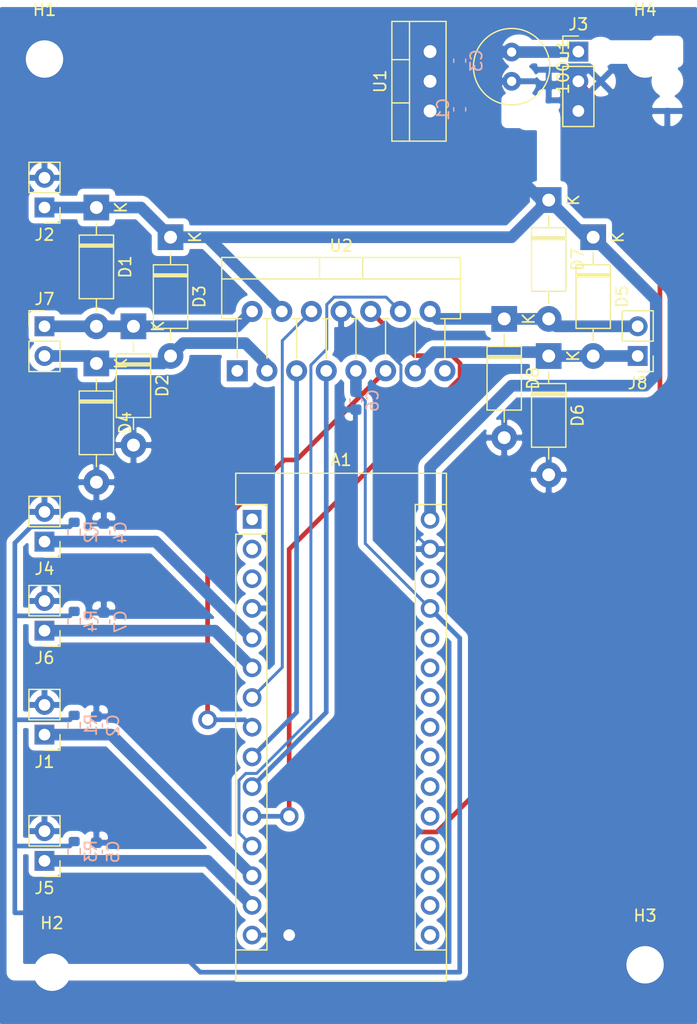
<source format=kicad_pcb>
(kicad_pcb (version 20171130) (host pcbnew "(5.1.8)-1")

  (general
    (thickness 1.6)
    (drawings 0)
    (tracks 129)
    (zones 0)
    (modules 35)
    (nets 37)
  )

  (page A4)
  (layers
    (0 F.Cu signal)
    (31 B.Cu signal)
    (32 B.Adhes user hide)
    (33 F.Adhes user hide)
    (34 B.Paste user hide)
    (35 F.Paste user hide)
    (36 B.SilkS user hide)
    (37 F.SilkS user)
    (38 B.Mask user hide)
    (39 F.Mask user hide)
    (40 Dwgs.User user)
    (41 Cmts.User user)
    (42 Eco1.User user)
    (43 Eco2.User user)
    (44 Edge.Cuts user)
    (45 Margin user)
    (46 B.CrtYd user)
    (47 F.CrtYd user)
    (48 B.Fab user)
    (49 F.Fab user hide)
  )

  (setup
    (last_trace_width 0.4)
    (user_trace_width 0.3)
    (user_trace_width 0.35)
    (user_trace_width 0.4)
    (user_trace_width 0.6)
    (user_trace_width 1)
    (trace_clearance 0.2)
    (zone_clearance 0.508)
    (zone_45_only no)
    (trace_min 0.2)
    (via_size 0.8)
    (via_drill 0.4)
    (via_min_size 0.4)
    (via_min_drill 0.3)
    (user_via 1 0.6)
    (user_via 1.6 1)
    (uvia_size 0.3)
    (uvia_drill 0.1)
    (uvias_allowed no)
    (uvia_min_size 0.2)
    (uvia_min_drill 0.1)
    (edge_width 0.05)
    (segment_width 0.2)
    (pcb_text_width 0.3)
    (pcb_text_size 1.5 1.5)
    (mod_edge_width 0.12)
    (mod_text_size 1 1)
    (mod_text_width 0.15)
    (pad_size 1.524 1.524)
    (pad_drill 0.762)
    (pad_to_mask_clearance 0.051)
    (solder_mask_min_width 0.25)
    (aux_axis_origin 0 0)
    (visible_elements 7FFFFFFF)
    (pcbplotparams
      (layerselection 0x01100_ffffffff)
      (usegerberextensions false)
      (usegerberattributes false)
      (usegerberadvancedattributes false)
      (creategerberjobfile false)
      (excludeedgelayer true)
      (linewidth 0.100000)
      (plotframeref false)
      (viasonmask false)
      (mode 1)
      (useauxorigin false)
      (hpglpennumber 1)
      (hpglpenspeed 20)
      (hpglpendiameter 15.000000)
      (psnegative false)
      (psa4output false)
      (plotreference true)
      (plotvalue true)
      (plotinvisibletext false)
      (padsonsilk false)
      (subtractmaskfromsilk false)
      (outputformat 1)
      (mirror false)
      (drillshape 0)
      (scaleselection 1)
      (outputdirectory "GERBER/"))
  )

  (net 0 "")
  (net 1 GND)
  (net 2 VDD)
  (net 3 "Net-(A1-Pad16)")
  (net 4 /Controle_LED)
  (net 5 +BATT)
  (net 6 /Conn_BoutonDésactivation)
  (net 7 /Conn_BoutonActivation)
  (net 8 "Net-(A1-Pad28)")
  (net 9 /L298_IN4)
  (net 10 +5V)
  (net 11 /L298_IN3)
  (net 12 "Net-(A1-Pad26)")
  (net 13 /L298_IN2)
  (net 14 "Net-(A1-Pad25)")
  (net 15 /L298_IN1)
  (net 16 "Net-(A1-Pad24)")
  (net 17 /L298_INB)
  (net 18 "Net-(A1-Pad23)")
  (net 19 /L298_INA)
  (net 20 "Net-(A1-Pad22)")
  (net 21 /Conn_FinDeCourseBas)
  (net 22 "Net-(A1-Pad21)")
  (net 23 /Conn_FinDeCourseHaut)
  (net 24 "Net-(A1-Pad20)")
  (net 25 "Net-(A1-Pad19)")
  (net 26 "Net-(A1-Pad3)")
  (net 27 "Net-(A1-Pad18)")
  (net 28 "Net-(A1-Pad2)")
  (net 29 "Net-(A1-Pad17)")
  (net 30 "Net-(A1-Pad1)")
  (net 31 /+_DC_MOTOR_Elevation)
  (net 32 /-_DC_MOTOR_Elevation)
  (net 33 /+_DC_MOTOR_Supplementaire)
  (net 34 /-_DC_MOTOR_Supplementaire)
  (net 35 "Net-(U2-Pad15)")
  (net 36 "Net-(U2-Pad1)")

  (net_class Default "Ceci est la Netclass par défaut."
    (clearance 0.2)
    (trace_width 0.25)
    (via_dia 0.8)
    (via_drill 0.4)
    (uvia_dia 0.3)
    (uvia_drill 0.1)
    (add_net +5V)
    (add_net +BATT)
    (add_net /+_DC_MOTOR_Elevation)
    (add_net /+_DC_MOTOR_Supplementaire)
    (add_net /-_DC_MOTOR_Elevation)
    (add_net /-_DC_MOTOR_Supplementaire)
    (add_net /Conn_BoutonActivation)
    (add_net /Conn_BoutonDésactivation)
    (add_net /Conn_FinDeCourseBas)
    (add_net /Conn_FinDeCourseHaut)
    (add_net /Controle_LED)
    (add_net /L298_IN1)
    (add_net /L298_IN2)
    (add_net /L298_IN3)
    (add_net /L298_IN4)
    (add_net /L298_INA)
    (add_net /L298_INB)
    (add_net GND)
    (add_net "Net-(A1-Pad1)")
    (add_net "Net-(A1-Pad16)")
    (add_net "Net-(A1-Pad17)")
    (add_net "Net-(A1-Pad18)")
    (add_net "Net-(A1-Pad19)")
    (add_net "Net-(A1-Pad2)")
    (add_net "Net-(A1-Pad20)")
    (add_net "Net-(A1-Pad21)")
    (add_net "Net-(A1-Pad22)")
    (add_net "Net-(A1-Pad23)")
    (add_net "Net-(A1-Pad24)")
    (add_net "Net-(A1-Pad25)")
    (add_net "Net-(A1-Pad26)")
    (add_net "Net-(A1-Pad28)")
    (add_net "Net-(A1-Pad3)")
    (add_net "Net-(U2-Pad1)")
    (add_net "Net-(U2-Pad15)")
    (add_net VDD)
  )

  (module Package_TO_SOT_THT:TO-220-15_P2.54x2.54mm_StaggerOdd_Lead4.58mm_Vertical (layer F.Cu) (tedit 5AF05A31) (tstamp 5FD9041B)
    (at 113.03 114.3)
    (descr "TO-220-15, Vertical, RM 1.27mm, staggered type-1, see http://www.st.com/resource/en/datasheet/l298.pdf")
    (tags "TO-220-15 Vertical RM 1.27mm staggered type-1")
    (path /5FDBA9DA)
    (fp_text reference U2 (at 8.89 -10.7) (layer F.SilkS)
      (effects (font (size 1 1) (thickness 0.15)))
    )
    (fp_text value L298HN (at 8.89 2.15) (layer F.Fab)
      (effects (font (size 1 1) (thickness 0.15)))
    )
    (fp_line (start 19.25 -9.83) (end -1.46 -9.83) (layer F.CrtYd) (width 0.05))
    (fp_line (start 19.25 1.16) (end 19.25 -9.83) (layer F.CrtYd) (width 0.05))
    (fp_line (start -1.46 1.16) (end 19.25 1.16) (layer F.CrtYd) (width 0.05))
    (fp_line (start -1.46 -9.83) (end -1.46 1.16) (layer F.CrtYd) (width 0.05))
    (fp_line (start 17.78 -4.459) (end 17.78 -1.065) (layer F.SilkS) (width 0.12))
    (fp_line (start 15.24 -4.459) (end 15.24 -1.065) (layer F.SilkS) (width 0.12))
    (fp_line (start 12.7 -4.459) (end 12.7 -1.065) (layer F.SilkS) (width 0.12))
    (fp_line (start 10.16 -4.459) (end 10.16 -1.065) (layer F.SilkS) (width 0.12))
    (fp_line (start 7.62 -4.459) (end 7.62 -1.065) (layer F.SilkS) (width 0.12))
    (fp_line (start 5.08 -4.459) (end 5.08 -1.065) (layer F.SilkS) (width 0.12))
    (fp_line (start 2.54 -4.459) (end 2.54 -1.065) (layer F.SilkS) (width 0.12))
    (fp_line (start 0 -4.459) (end 0 -1.05) (layer F.SilkS) (width 0.12))
    (fp_line (start 10.74 -9.7) (end 10.74 -7.86) (layer F.SilkS) (width 0.12))
    (fp_line (start 7.041 -9.7) (end 7.041 -7.86) (layer F.SilkS) (width 0.12))
    (fp_line (start -1.33 -7.86) (end 19.11 -7.86) (layer F.SilkS) (width 0.12))
    (fp_line (start 19.11 -9.7) (end 19.11 -4.459) (layer F.SilkS) (width 0.12))
    (fp_line (start -1.33 -9.7) (end -1.33 -4.459) (layer F.SilkS) (width 0.12))
    (fp_line (start 17.435 -4.459) (end 19.11 -4.459) (layer F.SilkS) (width 0.12))
    (fp_line (start 14.895 -4.459) (end 15.586 -4.459) (layer F.SilkS) (width 0.12))
    (fp_line (start 12.355 -4.459) (end 13.046 -4.459) (layer F.SilkS) (width 0.12))
    (fp_line (start 9.815 -4.459) (end 10.506 -4.459) (layer F.SilkS) (width 0.12))
    (fp_line (start 7.275 -4.459) (end 7.966 -4.459) (layer F.SilkS) (width 0.12))
    (fp_line (start 4.735 -4.459) (end 5.426 -4.459) (layer F.SilkS) (width 0.12))
    (fp_line (start 2.195 -4.459) (end 2.886 -4.459) (layer F.SilkS) (width 0.12))
    (fp_line (start -1.33 -4.459) (end 0.346 -4.459) (layer F.SilkS) (width 0.12))
    (fp_line (start -1.33 -9.7) (end 19.11 -9.7) (layer F.SilkS) (width 0.12))
    (fp_line (start 17.78 -4.58) (end 17.78 0) (layer F.Fab) (width 0.1))
    (fp_line (start 15.24 -4.58) (end 15.24 0) (layer F.Fab) (width 0.1))
    (fp_line (start 12.7 -4.58) (end 12.7 0) (layer F.Fab) (width 0.1))
    (fp_line (start 10.16 -4.58) (end 10.16 0) (layer F.Fab) (width 0.1))
    (fp_line (start 7.62 -4.58) (end 7.62 0) (layer F.Fab) (width 0.1))
    (fp_line (start 5.08 -4.58) (end 5.08 0) (layer F.Fab) (width 0.1))
    (fp_line (start 2.54 -4.58) (end 2.54 0) (layer F.Fab) (width 0.1))
    (fp_line (start 0 -4.58) (end 0 0) (layer F.Fab) (width 0.1))
    (fp_line (start 10.74 -9.58) (end 10.74 -7.98) (layer F.Fab) (width 0.1))
    (fp_line (start 7.04 -9.58) (end 7.04 -7.98) (layer F.Fab) (width 0.1))
    (fp_line (start -1.21 -7.98) (end 18.99 -7.98) (layer F.Fab) (width 0.1))
    (fp_line (start 18.99 -9.58) (end -1.21 -9.58) (layer F.Fab) (width 0.1))
    (fp_line (start 18.99 -4.58) (end 18.99 -9.58) (layer F.Fab) (width 0.1))
    (fp_line (start -1.21 -4.58) (end 18.99 -4.58) (layer F.Fab) (width 0.1))
    (fp_line (start -1.21 -9.58) (end -1.21 -4.58) (layer F.Fab) (width 0.1))
    (fp_text user %R (at 8.89 -10.7) (layer F.Fab)
      (effects (font (size 1 1) (thickness 0.15)))
    )
    (pad 15 thru_hole oval (at 17.78 0) (size 1.8 1.8) (drill 1) (layers *.Cu *.Mask)
      (net 35 "Net-(U2-Pad15)"))
    (pad 14 thru_hole oval (at 16.51 -5.08) (size 1.8 1.8) (drill 1) (layers *.Cu *.Mask)
      (net 34 /-_DC_MOTOR_Supplementaire))
    (pad 13 thru_hole oval (at 15.24 0) (size 1.8 1.8) (drill 1) (layers *.Cu *.Mask)
      (net 33 /+_DC_MOTOR_Supplementaire))
    (pad 12 thru_hole oval (at 13.97 -5.08) (size 1.8 1.8) (drill 1) (layers *.Cu *.Mask)
      (net 9 /L298_IN4))
    (pad 11 thru_hole oval (at 12.7 0) (size 1.8 1.8) (drill 1) (layers *.Cu *.Mask)
      (net 17 /L298_INB))
    (pad 10 thru_hole oval (at 11.43 -5.08) (size 1.8 1.8) (drill 1) (layers *.Cu *.Mask)
      (net 11 /L298_IN3))
    (pad 9 thru_hole oval (at 10.16 0) (size 1.8 1.8) (drill 1) (layers *.Cu *.Mask)
      (net 10 +5V))
    (pad 8 thru_hole oval (at 8.89 -5.08) (size 1.8 1.8) (drill 1) (layers *.Cu *.Mask)
      (net 1 GND))
    (pad 7 thru_hole oval (at 7.62 0) (size 1.8 1.8) (drill 1) (layers *.Cu *.Mask)
      (net 13 /L298_IN2))
    (pad 6 thru_hole oval (at 6.35 -5.08) (size 1.8 1.8) (drill 1) (layers *.Cu *.Mask)
      (net 19 /L298_INA))
    (pad 5 thru_hole oval (at 5.08 0) (size 1.8 1.8) (drill 1) (layers *.Cu *.Mask)
      (net 15 /L298_IN1))
    (pad 4 thru_hole oval (at 3.81 -5.08) (size 1.8 1.8) (drill 1) (layers *.Cu *.Mask)
      (net 5 +BATT))
    (pad 3 thru_hole oval (at 2.54 0) (size 1.8 1.8) (drill 1) (layers *.Cu *.Mask)
      (net 32 /-_DC_MOTOR_Elevation))
    (pad 2 thru_hole oval (at 1.27 -5.08) (size 1.8 1.8) (drill 1) (layers *.Cu *.Mask)
      (net 31 /+_DC_MOTOR_Elevation))
    (pad 1 thru_hole rect (at 0 0) (size 1.8 1.8) (drill 1) (layers *.Cu *.Mask)
      (net 36 "Net-(U2-Pad1)"))
    (model ${KISYS3DMOD}/Package_TO_SOT_THT.3dshapes/TO-220-15_P2.54x2.54mm_StaggerOdd_Lead4.58mm_Vertical.wrl
      (at (xyz 0 0 0))
      (scale (xyz 1 1 1))
      (rotate (xyz 0 0 0))
    )
  )

  (module Connector_PinHeader_2.54mm:PinHeader_1x02_P2.54mm_Vertical (layer F.Cu) (tedit 59FED5CC) (tstamp 5FD8F392)
    (at 96.52 100.33 180)
    (descr "Through hole straight pin header, 1x02, 2.54mm pitch, single row")
    (tags "Through hole pin header THT 1x02 2.54mm single row")
    (path /5E463680)
    (fp_text reference J2 (at 0 -2.33) (layer F.SilkS)
      (effects (font (size 1 1) (thickness 0.15)))
    )
    (fp_text value Conn_Batt (at 0 4.87) (layer F.Fab)
      (effects (font (size 1 1) (thickness 0.15)))
    )
    (fp_line (start 1.8 -1.8) (end -1.8 -1.8) (layer F.CrtYd) (width 0.05))
    (fp_line (start 1.8 4.35) (end 1.8 -1.8) (layer F.CrtYd) (width 0.05))
    (fp_line (start -1.8 4.35) (end 1.8 4.35) (layer F.CrtYd) (width 0.05))
    (fp_line (start -1.8 -1.8) (end -1.8 4.35) (layer F.CrtYd) (width 0.05))
    (fp_line (start -1.33 -1.33) (end 0 -1.33) (layer F.SilkS) (width 0.12))
    (fp_line (start -1.33 0) (end -1.33 -1.33) (layer F.SilkS) (width 0.12))
    (fp_line (start -1.33 1.27) (end 1.33 1.27) (layer F.SilkS) (width 0.12))
    (fp_line (start 1.33 1.27) (end 1.33 3.87) (layer F.SilkS) (width 0.12))
    (fp_line (start -1.33 1.27) (end -1.33 3.87) (layer F.SilkS) (width 0.12))
    (fp_line (start -1.33 3.87) (end 1.33 3.87) (layer F.SilkS) (width 0.12))
    (fp_line (start -1.27 -0.635) (end -0.635 -1.27) (layer F.Fab) (width 0.1))
    (fp_line (start -1.27 3.81) (end -1.27 -0.635) (layer F.Fab) (width 0.1))
    (fp_line (start 1.27 3.81) (end -1.27 3.81) (layer F.Fab) (width 0.1))
    (fp_line (start 1.27 -1.27) (end 1.27 3.81) (layer F.Fab) (width 0.1))
    (fp_line (start -0.635 -1.27) (end 1.27 -1.27) (layer F.Fab) (width 0.1))
    (fp_text user %R (at 0 1.27 90) (layer F.Fab)
      (effects (font (size 1 1) (thickness 0.15)))
    )
    (pad 2 thru_hole oval (at 0 2.54 180) (size 1.7 1.7) (drill 1) (layers *.Cu *.Mask)
      (net 1 GND))
    (pad 1 thru_hole rect (at 0 0 180) (size 1.7 1.7) (drill 1) (layers *.Cu *.Mask)
      (net 5 +BATT))
    (model ${KISYS3DMOD}/Connector_PinHeader_2.54mm.3dshapes/PinHeader_1x02_P2.54mm_Vertical.wrl
      (at (xyz 0 0 0))
      (scale (xyz 1 1 1))
      (rotate (xyz 0 0 0))
    )
  )

  (module Connector_PinHeader_2.54mm:PinHeader_1x02_P2.54mm_Vertical (layer F.Cu) (tedit 59FED5CC) (tstamp 5FD95E21)
    (at 147.32 113.03 180)
    (descr "Through hole straight pin header, 1x02, 2.54mm pitch, single row")
    (tags "Through hole pin header THT 1x02 2.54mm single row")
    (path /5FE3D15D)
    (fp_text reference J8 (at 0 -2.33) (layer F.SilkS)
      (effects (font (size 1 1) (thickness 0.15)))
    )
    (fp_text value Conn_Batt (at 0 4.87) (layer F.Fab)
      (effects (font (size 1 1) (thickness 0.15)))
    )
    (fp_line (start 1.8 -1.8) (end -1.8 -1.8) (layer F.CrtYd) (width 0.05))
    (fp_line (start 1.8 4.35) (end 1.8 -1.8) (layer F.CrtYd) (width 0.05))
    (fp_line (start -1.8 4.35) (end 1.8 4.35) (layer F.CrtYd) (width 0.05))
    (fp_line (start -1.8 -1.8) (end -1.8 4.35) (layer F.CrtYd) (width 0.05))
    (fp_line (start -1.33 -1.33) (end 0 -1.33) (layer F.SilkS) (width 0.12))
    (fp_line (start -1.33 0) (end -1.33 -1.33) (layer F.SilkS) (width 0.12))
    (fp_line (start -1.33 1.27) (end 1.33 1.27) (layer F.SilkS) (width 0.12))
    (fp_line (start 1.33 1.27) (end 1.33 3.87) (layer F.SilkS) (width 0.12))
    (fp_line (start -1.33 1.27) (end -1.33 3.87) (layer F.SilkS) (width 0.12))
    (fp_line (start -1.33 3.87) (end 1.33 3.87) (layer F.SilkS) (width 0.12))
    (fp_line (start -1.27 -0.635) (end -0.635 -1.27) (layer F.Fab) (width 0.1))
    (fp_line (start -1.27 3.81) (end -1.27 -0.635) (layer F.Fab) (width 0.1))
    (fp_line (start 1.27 3.81) (end -1.27 3.81) (layer F.Fab) (width 0.1))
    (fp_line (start 1.27 -1.27) (end 1.27 3.81) (layer F.Fab) (width 0.1))
    (fp_line (start -0.635 -1.27) (end 1.27 -1.27) (layer F.Fab) (width 0.1))
    (fp_text user %R (at 0 1.27 90) (layer F.Fab)
      (effects (font (size 1 1) (thickness 0.15)))
    )
    (pad 2 thru_hole oval (at 0 2.54 180) (size 1.7 1.7) (drill 1) (layers *.Cu *.Mask)
      (net 34 /-_DC_MOTOR_Supplementaire))
    (pad 1 thru_hole rect (at 0 0 180) (size 1.7 1.7) (drill 1) (layers *.Cu *.Mask)
      (net 33 /+_DC_MOTOR_Supplementaire))
    (model ${KISYS3DMOD}/Connector_PinHeader_2.54mm.3dshapes/PinHeader_1x02_P2.54mm_Vertical.wrl
      (at (xyz 0 0 0))
      (scale (xyz 1 1 1))
      (rotate (xyz 0 0 0))
    )
  )

  (module Connector_PinHeader_2.54mm:PinHeader_1x02_P2.54mm_Vertical (layer F.Cu) (tedit 59FED5CC) (tstamp 5FD95E0B)
    (at 96.52 110.49)
    (descr "Through hole straight pin header, 1x02, 2.54mm pitch, single row")
    (tags "Through hole pin header THT 1x02 2.54mm single row")
    (path /5FE3B035)
    (fp_text reference J7 (at 0 -2.33) (layer F.SilkS)
      (effects (font (size 1 1) (thickness 0.15)))
    )
    (fp_text value Conn_Batt (at 0 4.87) (layer F.Fab)
      (effects (font (size 1 1) (thickness 0.15)))
    )
    (fp_line (start 1.8 -1.8) (end -1.8 -1.8) (layer F.CrtYd) (width 0.05))
    (fp_line (start 1.8 4.35) (end 1.8 -1.8) (layer F.CrtYd) (width 0.05))
    (fp_line (start -1.8 4.35) (end 1.8 4.35) (layer F.CrtYd) (width 0.05))
    (fp_line (start -1.8 -1.8) (end -1.8 4.35) (layer F.CrtYd) (width 0.05))
    (fp_line (start -1.33 -1.33) (end 0 -1.33) (layer F.SilkS) (width 0.12))
    (fp_line (start -1.33 0) (end -1.33 -1.33) (layer F.SilkS) (width 0.12))
    (fp_line (start -1.33 1.27) (end 1.33 1.27) (layer F.SilkS) (width 0.12))
    (fp_line (start 1.33 1.27) (end 1.33 3.87) (layer F.SilkS) (width 0.12))
    (fp_line (start -1.33 1.27) (end -1.33 3.87) (layer F.SilkS) (width 0.12))
    (fp_line (start -1.33 3.87) (end 1.33 3.87) (layer F.SilkS) (width 0.12))
    (fp_line (start -1.27 -0.635) (end -0.635 -1.27) (layer F.Fab) (width 0.1))
    (fp_line (start -1.27 3.81) (end -1.27 -0.635) (layer F.Fab) (width 0.1))
    (fp_line (start 1.27 3.81) (end -1.27 3.81) (layer F.Fab) (width 0.1))
    (fp_line (start 1.27 -1.27) (end 1.27 3.81) (layer F.Fab) (width 0.1))
    (fp_line (start -0.635 -1.27) (end 1.27 -1.27) (layer F.Fab) (width 0.1))
    (fp_text user %R (at 0 1.27 90) (layer F.Fab)
      (effects (font (size 1 1) (thickness 0.15)))
    )
    (pad 2 thru_hole oval (at 0 2.54) (size 1.7 1.7) (drill 1) (layers *.Cu *.Mask)
      (net 32 /-_DC_MOTOR_Elevation))
    (pad 1 thru_hole rect (at 0 0) (size 1.7 1.7) (drill 1) (layers *.Cu *.Mask)
      (net 31 /+_DC_MOTOR_Elevation))
    (model ${KISYS3DMOD}/Connector_PinHeader_2.54mm.3dshapes/PinHeader_1x02_P2.54mm_Vertical.wrl
      (at (xyz 0 0 0))
      (scale (xyz 1 1 1))
      (rotate (xyz 0 0 0))
    )
  )

  (module Connector_PinHeader_2.54mm:PinHeader_1x02_P2.54mm_Vertical (layer F.Cu) (tedit 59FED5CC) (tstamp 5FD8F3EE)
    (at 96.52 136.525 180)
    (descr "Through hole straight pin header, 1x02, 2.54mm pitch, single row")
    (tags "Through hole pin header THT 1x02 2.54mm single row")
    (path /5FE9D711)
    (fp_text reference J6 (at 0 -2.33) (layer F.SilkS)
      (effects (font (size 1 1) (thickness 0.15)))
    )
    (fp_text value Conn_Batt (at 0 4.87) (layer F.Fab)
      (effects (font (size 1 1) (thickness 0.15)))
    )
    (fp_line (start 1.8 -1.8) (end -1.8 -1.8) (layer F.CrtYd) (width 0.05))
    (fp_line (start 1.8 4.35) (end 1.8 -1.8) (layer F.CrtYd) (width 0.05))
    (fp_line (start -1.8 4.35) (end 1.8 4.35) (layer F.CrtYd) (width 0.05))
    (fp_line (start -1.8 -1.8) (end -1.8 4.35) (layer F.CrtYd) (width 0.05))
    (fp_line (start -1.33 -1.33) (end 0 -1.33) (layer F.SilkS) (width 0.12))
    (fp_line (start -1.33 0) (end -1.33 -1.33) (layer F.SilkS) (width 0.12))
    (fp_line (start -1.33 1.27) (end 1.33 1.27) (layer F.SilkS) (width 0.12))
    (fp_line (start 1.33 1.27) (end 1.33 3.87) (layer F.SilkS) (width 0.12))
    (fp_line (start -1.33 1.27) (end -1.33 3.87) (layer F.SilkS) (width 0.12))
    (fp_line (start -1.33 3.87) (end 1.33 3.87) (layer F.SilkS) (width 0.12))
    (fp_line (start -1.27 -0.635) (end -0.635 -1.27) (layer F.Fab) (width 0.1))
    (fp_line (start -1.27 3.81) (end -1.27 -0.635) (layer F.Fab) (width 0.1))
    (fp_line (start 1.27 3.81) (end -1.27 3.81) (layer F.Fab) (width 0.1))
    (fp_line (start 1.27 -1.27) (end 1.27 3.81) (layer F.Fab) (width 0.1))
    (fp_line (start -0.635 -1.27) (end 1.27 -1.27) (layer F.Fab) (width 0.1))
    (fp_text user %R (at 0 1.27 90) (layer F.Fab)
      (effects (font (size 1 1) (thickness 0.15)))
    )
    (pad 2 thru_hole oval (at 0 2.54 180) (size 1.7 1.7) (drill 1) (layers *.Cu *.Mask)
      (net 1 GND))
    (pad 1 thru_hole rect (at 0 0 180) (size 1.7 1.7) (drill 1) (layers *.Cu *.Mask)
      (net 21 /Conn_FinDeCourseBas))
    (model ${KISYS3DMOD}/Connector_PinHeader_2.54mm.3dshapes/PinHeader_1x02_P2.54mm_Vertical.wrl
      (at (xyz 0 0 0))
      (scale (xyz 1 1 1))
      (rotate (xyz 0 0 0))
    )
  )

  (module Connector_PinHeader_2.54mm:PinHeader_1x02_P2.54mm_Vertical (layer F.Cu) (tedit 59FED5CC) (tstamp 5FD8F3D7)
    (at 96.52 156.21 180)
    (descr "Through hole straight pin header, 1x02, 2.54mm pitch, single row")
    (tags "Through hole pin header THT 1x02 2.54mm single row")
    (path /5FEA45B7)
    (fp_text reference J5 (at 0 -2.33) (layer F.SilkS)
      (effects (font (size 1 1) (thickness 0.15)))
    )
    (fp_text value Conn_Batt (at 0 4.87) (layer F.Fab)
      (effects (font (size 1 1) (thickness 0.15)))
    )
    (fp_line (start 1.8 -1.8) (end -1.8 -1.8) (layer F.CrtYd) (width 0.05))
    (fp_line (start 1.8 4.35) (end 1.8 -1.8) (layer F.CrtYd) (width 0.05))
    (fp_line (start -1.8 4.35) (end 1.8 4.35) (layer F.CrtYd) (width 0.05))
    (fp_line (start -1.8 -1.8) (end -1.8 4.35) (layer F.CrtYd) (width 0.05))
    (fp_line (start -1.33 -1.33) (end 0 -1.33) (layer F.SilkS) (width 0.12))
    (fp_line (start -1.33 0) (end -1.33 -1.33) (layer F.SilkS) (width 0.12))
    (fp_line (start -1.33 1.27) (end 1.33 1.27) (layer F.SilkS) (width 0.12))
    (fp_line (start 1.33 1.27) (end 1.33 3.87) (layer F.SilkS) (width 0.12))
    (fp_line (start -1.33 1.27) (end -1.33 3.87) (layer F.SilkS) (width 0.12))
    (fp_line (start -1.33 3.87) (end 1.33 3.87) (layer F.SilkS) (width 0.12))
    (fp_line (start -1.27 -0.635) (end -0.635 -1.27) (layer F.Fab) (width 0.1))
    (fp_line (start -1.27 3.81) (end -1.27 -0.635) (layer F.Fab) (width 0.1))
    (fp_line (start 1.27 3.81) (end -1.27 3.81) (layer F.Fab) (width 0.1))
    (fp_line (start 1.27 -1.27) (end 1.27 3.81) (layer F.Fab) (width 0.1))
    (fp_line (start -0.635 -1.27) (end 1.27 -1.27) (layer F.Fab) (width 0.1))
    (fp_text user %R (at 0 1.27 90) (layer F.Fab)
      (effects (font (size 1 1) (thickness 0.15)))
    )
    (pad 2 thru_hole oval (at 0 2.54 180) (size 1.7 1.7) (drill 1) (layers *.Cu *.Mask)
      (net 1 GND))
    (pad 1 thru_hole rect (at 0 0 180) (size 1.7 1.7) (drill 1) (layers *.Cu *.Mask)
      (net 6 /Conn_BoutonDésactivation))
    (model ${KISYS3DMOD}/Connector_PinHeader_2.54mm.3dshapes/PinHeader_1x02_P2.54mm_Vertical.wrl
      (at (xyz 0 0 0))
      (scale (xyz 1 1 1))
      (rotate (xyz 0 0 0))
    )
  )

  (module Connector_PinHeader_2.54mm:PinHeader_1x02_P2.54mm_Vertical (layer F.Cu) (tedit 59FED5CC) (tstamp 5FD8F3C0)
    (at 96.52 128.905 180)
    (descr "Through hole straight pin header, 1x02, 2.54mm pitch, single row")
    (tags "Through hole pin header THT 1x02 2.54mm single row")
    (path /5FE8B522)
    (fp_text reference J4 (at 0 -2.33) (layer F.SilkS)
      (effects (font (size 1 1) (thickness 0.15)))
    )
    (fp_text value Conn_Batt (at 0 4.87) (layer F.Fab)
      (effects (font (size 1 1) (thickness 0.15)))
    )
    (fp_line (start 1.8 -1.8) (end -1.8 -1.8) (layer F.CrtYd) (width 0.05))
    (fp_line (start 1.8 4.35) (end 1.8 -1.8) (layer F.CrtYd) (width 0.05))
    (fp_line (start -1.8 4.35) (end 1.8 4.35) (layer F.CrtYd) (width 0.05))
    (fp_line (start -1.8 -1.8) (end -1.8 4.35) (layer F.CrtYd) (width 0.05))
    (fp_line (start -1.33 -1.33) (end 0 -1.33) (layer F.SilkS) (width 0.12))
    (fp_line (start -1.33 0) (end -1.33 -1.33) (layer F.SilkS) (width 0.12))
    (fp_line (start -1.33 1.27) (end 1.33 1.27) (layer F.SilkS) (width 0.12))
    (fp_line (start 1.33 1.27) (end 1.33 3.87) (layer F.SilkS) (width 0.12))
    (fp_line (start -1.33 1.27) (end -1.33 3.87) (layer F.SilkS) (width 0.12))
    (fp_line (start -1.33 3.87) (end 1.33 3.87) (layer F.SilkS) (width 0.12))
    (fp_line (start -1.27 -0.635) (end -0.635 -1.27) (layer F.Fab) (width 0.1))
    (fp_line (start -1.27 3.81) (end -1.27 -0.635) (layer F.Fab) (width 0.1))
    (fp_line (start 1.27 3.81) (end -1.27 3.81) (layer F.Fab) (width 0.1))
    (fp_line (start 1.27 -1.27) (end 1.27 3.81) (layer F.Fab) (width 0.1))
    (fp_line (start -0.635 -1.27) (end 1.27 -1.27) (layer F.Fab) (width 0.1))
    (fp_text user %R (at 0 1.27 90) (layer F.Fab)
      (effects (font (size 1 1) (thickness 0.15)))
    )
    (pad 2 thru_hole oval (at 0 2.54 180) (size 1.7 1.7) (drill 1) (layers *.Cu *.Mask)
      (net 1 GND))
    (pad 1 thru_hole rect (at 0 0 180) (size 1.7 1.7) (drill 1) (layers *.Cu *.Mask)
      (net 23 /Conn_FinDeCourseHaut))
    (model ${KISYS3DMOD}/Connector_PinHeader_2.54mm.3dshapes/PinHeader_1x02_P2.54mm_Vertical.wrl
      (at (xyz 0 0 0))
      (scale (xyz 1 1 1))
      (rotate (xyz 0 0 0))
    )
  )

  (module Connector_PinHeader_2.54mm:PinHeader_1x02_P2.54mm_Vertical (layer F.Cu) (tedit 59FED5CC) (tstamp 5FD8F376)
    (at 96.52 145.415 180)
    (descr "Through hole straight pin header, 1x02, 2.54mm pitch, single row")
    (tags "Through hole pin header THT 1x02 2.54mm single row")
    (path /5FEA235B)
    (fp_text reference J1 (at 0 -2.33) (layer F.SilkS)
      (effects (font (size 1 1) (thickness 0.15)))
    )
    (fp_text value Conn_Batt (at 0 4.87) (layer F.Fab)
      (effects (font (size 1 1) (thickness 0.15)))
    )
    (fp_line (start 1.8 -1.8) (end -1.8 -1.8) (layer F.CrtYd) (width 0.05))
    (fp_line (start 1.8 4.35) (end 1.8 -1.8) (layer F.CrtYd) (width 0.05))
    (fp_line (start -1.8 4.35) (end 1.8 4.35) (layer F.CrtYd) (width 0.05))
    (fp_line (start -1.8 -1.8) (end -1.8 4.35) (layer F.CrtYd) (width 0.05))
    (fp_line (start -1.33 -1.33) (end 0 -1.33) (layer F.SilkS) (width 0.12))
    (fp_line (start -1.33 0) (end -1.33 -1.33) (layer F.SilkS) (width 0.12))
    (fp_line (start -1.33 1.27) (end 1.33 1.27) (layer F.SilkS) (width 0.12))
    (fp_line (start 1.33 1.27) (end 1.33 3.87) (layer F.SilkS) (width 0.12))
    (fp_line (start -1.33 1.27) (end -1.33 3.87) (layer F.SilkS) (width 0.12))
    (fp_line (start -1.33 3.87) (end 1.33 3.87) (layer F.SilkS) (width 0.12))
    (fp_line (start -1.27 -0.635) (end -0.635 -1.27) (layer F.Fab) (width 0.1))
    (fp_line (start -1.27 3.81) (end -1.27 -0.635) (layer F.Fab) (width 0.1))
    (fp_line (start 1.27 3.81) (end -1.27 3.81) (layer F.Fab) (width 0.1))
    (fp_line (start 1.27 -1.27) (end 1.27 3.81) (layer F.Fab) (width 0.1))
    (fp_line (start -0.635 -1.27) (end 1.27 -1.27) (layer F.Fab) (width 0.1))
    (fp_text user %R (at 0 1.27 90) (layer F.Fab)
      (effects (font (size 1 1) (thickness 0.15)))
    )
    (pad 2 thru_hole oval (at 0 2.54 180) (size 1.7 1.7) (drill 1) (layers *.Cu *.Mask)
      (net 1 GND))
    (pad 1 thru_hole rect (at 0 0 180) (size 1.7 1.7) (drill 1) (layers *.Cu *.Mask)
      (net 7 /Conn_BoutonActivation))
    (model ${KISYS3DMOD}/Connector_PinHeader_2.54mm.3dshapes/PinHeader_1x02_P2.54mm_Vertical.wrl
      (at (xyz 0 0 0))
      (scale (xyz 1 1 1))
      (rotate (xyz 0 0 0))
    )
  )

  (module Package_TO_SOT_THT:TO-220-3_Vertical (layer F.Cu) (tedit 5AC8BA0D) (tstamp 5FD8F44C)
    (at 129.54 92.075 90)
    (descr "TO-220-3, Vertical, RM 2.54mm, see https://www.vishay.com/docs/66542/to-220-1.pdf")
    (tags "TO-220-3 Vertical RM 2.54mm")
    (path /5FE4C132)
    (fp_text reference U1 (at 2.54 -4.27 90) (layer F.SilkS)
      (effects (font (size 1 1) (thickness 0.15)))
    )
    (fp_text value LM7805_TO220 (at 2.54 2.5 90) (layer F.Fab)
      (effects (font (size 1 1) (thickness 0.15)))
    )
    (fp_line (start 7.79 -3.4) (end -2.71 -3.4) (layer F.CrtYd) (width 0.05))
    (fp_line (start 7.79 1.51) (end 7.79 -3.4) (layer F.CrtYd) (width 0.05))
    (fp_line (start -2.71 1.51) (end 7.79 1.51) (layer F.CrtYd) (width 0.05))
    (fp_line (start -2.71 -3.4) (end -2.71 1.51) (layer F.CrtYd) (width 0.05))
    (fp_line (start 4.391 -3.27) (end 4.391 -1.76) (layer F.SilkS) (width 0.12))
    (fp_line (start 0.69 -3.27) (end 0.69 -1.76) (layer F.SilkS) (width 0.12))
    (fp_line (start -2.58 -1.76) (end 7.66 -1.76) (layer F.SilkS) (width 0.12))
    (fp_line (start 7.66 -3.27) (end 7.66 1.371) (layer F.SilkS) (width 0.12))
    (fp_line (start -2.58 -3.27) (end -2.58 1.371) (layer F.SilkS) (width 0.12))
    (fp_line (start -2.58 1.371) (end 7.66 1.371) (layer F.SilkS) (width 0.12))
    (fp_line (start -2.58 -3.27) (end 7.66 -3.27) (layer F.SilkS) (width 0.12))
    (fp_line (start 4.39 -3.15) (end 4.39 -1.88) (layer F.Fab) (width 0.1))
    (fp_line (start 0.69 -3.15) (end 0.69 -1.88) (layer F.Fab) (width 0.1))
    (fp_line (start -2.46 -1.88) (end 7.54 -1.88) (layer F.Fab) (width 0.1))
    (fp_line (start 7.54 -3.15) (end -2.46 -3.15) (layer F.Fab) (width 0.1))
    (fp_line (start 7.54 1.25) (end 7.54 -3.15) (layer F.Fab) (width 0.1))
    (fp_line (start -2.46 1.25) (end 7.54 1.25) (layer F.Fab) (width 0.1))
    (fp_line (start -2.46 -3.15) (end -2.46 1.25) (layer F.Fab) (width 0.1))
    (fp_text user %R (at 2.54 -4.27 90) (layer F.Fab)
      (effects (font (size 1 1) (thickness 0.15)))
    )
    (pad 3 thru_hole oval (at 5.08 0 90) (size 1.905 2) (drill 1.1) (layers *.Cu *.Mask)
      (net 2 VDD))
    (pad 2 thru_hole oval (at 2.54 0 90) (size 1.905 2) (drill 1.1) (layers *.Cu *.Mask)
      (net 1 GND))
    (pad 1 thru_hole rect (at 0 0 90) (size 1.905 2) (drill 1.1) (layers *.Cu *.Mask)
      (net 5 +BATT))
    (model ${KISYS3DMOD}/Package_TO_SOT_THT.3dshapes/TO-220-3_Vertical.wrl
      (at (xyz 0 0 0))
      (scale (xyz 1 1 1))
      (rotate (xyz 0 0 0))
    )
  )

  (module Resistor_SMD:R_0603_1608Metric (layer B.Cu) (tedit 5F68FEEE) (tstamp 5FD8F432)
    (at 99.06 135.7 90)
    (descr "Resistor SMD 0603 (1608 Metric), square (rectangular) end terminal, IPC_7351 nominal, (Body size source: IPC-SM-782 page 72, https://www.pcb-3d.com/wordpress/wp-content/uploads/ipc-sm-782a_amendment_1_and_2.pdf), generated with kicad-footprint-generator")
    (tags resistor)
    (path /5FE9D704)
    (attr smd)
    (fp_text reference R4 (at 0 1.43 90) (layer B.SilkS)
      (effects (font (size 1 1) (thickness 0.15)) (justify mirror))
    )
    (fp_text value R (at 0 -1.43 180) (layer B.Fab)
      (effects (font (size 1 1) (thickness 0.15)) (justify mirror))
    )
    (fp_line (start 1.48 -0.73) (end -1.48 -0.73) (layer B.CrtYd) (width 0.05))
    (fp_line (start 1.48 0.73) (end 1.48 -0.73) (layer B.CrtYd) (width 0.05))
    (fp_line (start -1.48 0.73) (end 1.48 0.73) (layer B.CrtYd) (width 0.05))
    (fp_line (start -1.48 -0.73) (end -1.48 0.73) (layer B.CrtYd) (width 0.05))
    (fp_line (start -0.237258 -0.5225) (end 0.237258 -0.5225) (layer B.SilkS) (width 0.12))
    (fp_line (start -0.237258 0.5225) (end 0.237258 0.5225) (layer B.SilkS) (width 0.12))
    (fp_line (start 0.8 -0.4125) (end -0.8 -0.4125) (layer B.Fab) (width 0.1))
    (fp_line (start 0.8 0.4125) (end 0.8 -0.4125) (layer B.Fab) (width 0.1))
    (fp_line (start -0.8 0.4125) (end 0.8 0.4125) (layer B.Fab) (width 0.1))
    (fp_line (start -0.8 -0.4125) (end -0.8 0.4125) (layer B.Fab) (width 0.1))
    (fp_text user %R (at 0 0 90) (layer B.Fab)
      (effects (font (size 0.4 0.4) (thickness 0.06)) (justify mirror))
    )
    (pad 2 smd roundrect (at 0.825 0 90) (size 0.8 0.95) (layers B.Cu B.Paste B.Mask) (roundrect_rratio 0.25)
      (net 10 +5V))
    (pad 1 smd roundrect (at -0.825 0 90) (size 0.8 0.95) (layers B.Cu B.Paste B.Mask) (roundrect_rratio 0.25)
      (net 21 /Conn_FinDeCourseBas))
    (model ${KISYS3DMOD}/Resistor_SMD.3dshapes/R_0603_1608Metric.wrl
      (at (xyz 0 0 0))
      (scale (xyz 1 1 1))
      (rotate (xyz 0 0 0))
    )
  )

  (module Resistor_SMD:R_0603_1608Metric (layer B.Cu) (tedit 5F68FEEE) (tstamp 5FD8F421)
    (at 99.06 155.385 90)
    (descr "Resistor SMD 0603 (1608 Metric), square (rectangular) end terminal, IPC_7351 nominal, (Body size source: IPC-SM-782 page 72, https://www.pcb-3d.com/wordpress/wp-content/uploads/ipc-sm-782a_amendment_1_and_2.pdf), generated with kicad-footprint-generator")
    (tags resistor)
    (path /5FEA45AA)
    (attr smd)
    (fp_text reference R3 (at 0 1.43 90) (layer B.SilkS)
      (effects (font (size 1 1) (thickness 0.15)) (justify mirror))
    )
    (fp_text value R (at 0 -1.43 90) (layer B.Fab)
      (effects (font (size 1 1) (thickness 0.15)) (justify mirror))
    )
    (fp_line (start 1.48 -0.73) (end -1.48 -0.73) (layer B.CrtYd) (width 0.05))
    (fp_line (start 1.48 0.73) (end 1.48 -0.73) (layer B.CrtYd) (width 0.05))
    (fp_line (start -1.48 0.73) (end 1.48 0.73) (layer B.CrtYd) (width 0.05))
    (fp_line (start -1.48 -0.73) (end -1.48 0.73) (layer B.CrtYd) (width 0.05))
    (fp_line (start -0.237258 -0.5225) (end 0.237258 -0.5225) (layer B.SilkS) (width 0.12))
    (fp_line (start -0.237258 0.5225) (end 0.237258 0.5225) (layer B.SilkS) (width 0.12))
    (fp_line (start 0.8 -0.4125) (end -0.8 -0.4125) (layer B.Fab) (width 0.1))
    (fp_line (start 0.8 0.4125) (end 0.8 -0.4125) (layer B.Fab) (width 0.1))
    (fp_line (start -0.8 0.4125) (end 0.8 0.4125) (layer B.Fab) (width 0.1))
    (fp_line (start -0.8 -0.4125) (end -0.8 0.4125) (layer B.Fab) (width 0.1))
    (fp_text user %R (at 0 0 90) (layer B.Fab)
      (effects (font (size 0.4 0.4) (thickness 0.06)) (justify mirror))
    )
    (pad 2 smd roundrect (at 0.825 0 90) (size 0.8 0.95) (layers B.Cu B.Paste B.Mask) (roundrect_rratio 0.25)
      (net 10 +5V))
    (pad 1 smd roundrect (at -0.825 0 90) (size 0.8 0.95) (layers B.Cu B.Paste B.Mask) (roundrect_rratio 0.25)
      (net 6 /Conn_BoutonDésactivation))
    (model ${KISYS3DMOD}/Resistor_SMD.3dshapes/R_0603_1608Metric.wrl
      (at (xyz 0 0 0))
      (scale (xyz 1 1 1))
      (rotate (xyz 0 0 0))
    )
  )

  (module Resistor_SMD:R_0603_1608Metric (layer B.Cu) (tedit 5F68FEEE) (tstamp 5FD8F410)
    (at 99.06 128.08 90)
    (descr "Resistor SMD 0603 (1608 Metric), square (rectangular) end terminal, IPC_7351 nominal, (Body size source: IPC-SM-782 page 72, https://www.pcb-3d.com/wordpress/wp-content/uploads/ipc-sm-782a_amendment_1_and_2.pdf), generated with kicad-footprint-generator")
    (tags resistor)
    (path /5FDD4E0C)
    (attr smd)
    (fp_text reference R2 (at 0 1.43 90) (layer B.SilkS)
      (effects (font (size 1 1) (thickness 0.15)) (justify mirror))
    )
    (fp_text value R (at 0 -1.43 90) (layer B.Fab)
      (effects (font (size 1 1) (thickness 0.15)) (justify mirror))
    )
    (fp_line (start 1.48 -0.73) (end -1.48 -0.73) (layer B.CrtYd) (width 0.05))
    (fp_line (start 1.48 0.73) (end 1.48 -0.73) (layer B.CrtYd) (width 0.05))
    (fp_line (start -1.48 0.73) (end 1.48 0.73) (layer B.CrtYd) (width 0.05))
    (fp_line (start -1.48 -0.73) (end -1.48 0.73) (layer B.CrtYd) (width 0.05))
    (fp_line (start -0.237258 -0.5225) (end 0.237258 -0.5225) (layer B.SilkS) (width 0.12))
    (fp_line (start -0.237258 0.5225) (end 0.237258 0.5225) (layer B.SilkS) (width 0.12))
    (fp_line (start 0.8 -0.4125) (end -0.8 -0.4125) (layer B.Fab) (width 0.1))
    (fp_line (start 0.8 0.4125) (end 0.8 -0.4125) (layer B.Fab) (width 0.1))
    (fp_line (start -0.8 0.4125) (end 0.8 0.4125) (layer B.Fab) (width 0.1))
    (fp_line (start -0.8 -0.4125) (end -0.8 0.4125) (layer B.Fab) (width 0.1))
    (fp_text user %R (at 0 0 90) (layer B.Fab)
      (effects (font (size 0.4 0.4) (thickness 0.06)) (justify mirror))
    )
    (pad 2 smd roundrect (at 0.825 0 90) (size 0.8 0.95) (layers B.Cu B.Paste B.Mask) (roundrect_rratio 0.25)
      (net 10 +5V))
    (pad 1 smd roundrect (at -0.825 0 90) (size 0.8 0.95) (layers B.Cu B.Paste B.Mask) (roundrect_rratio 0.25)
      (net 23 /Conn_FinDeCourseHaut))
    (model ${KISYS3DMOD}/Resistor_SMD.3dshapes/R_0603_1608Metric.wrl
      (at (xyz 0 0 0))
      (scale (xyz 1 1 1))
      (rotate (xyz 0 0 0))
    )
  )

  (module Resistor_SMD:R_0603_1608Metric (layer B.Cu) (tedit 5F68FEEE) (tstamp 5FD8F3FF)
    (at 99.06 144.59 90)
    (descr "Resistor SMD 0603 (1608 Metric), square (rectangular) end terminal, IPC_7351 nominal, (Body size source: IPC-SM-782 page 72, https://www.pcb-3d.com/wordpress/wp-content/uploads/ipc-sm-782a_amendment_1_and_2.pdf), generated with kicad-footprint-generator")
    (tags resistor)
    (path /5FEA234E)
    (attr smd)
    (fp_text reference R1 (at 0 1.43 90) (layer B.SilkS)
      (effects (font (size 1 1) (thickness 0.15)) (justify mirror))
    )
    (fp_text value R (at 0 -1.43 90) (layer B.Fab)
      (effects (font (size 1 1) (thickness 0.15)) (justify mirror))
    )
    (fp_line (start 1.48 -0.73) (end -1.48 -0.73) (layer B.CrtYd) (width 0.05))
    (fp_line (start 1.48 0.73) (end 1.48 -0.73) (layer B.CrtYd) (width 0.05))
    (fp_line (start -1.48 0.73) (end 1.48 0.73) (layer B.CrtYd) (width 0.05))
    (fp_line (start -1.48 -0.73) (end -1.48 0.73) (layer B.CrtYd) (width 0.05))
    (fp_line (start -0.237258 -0.5225) (end 0.237258 -0.5225) (layer B.SilkS) (width 0.12))
    (fp_line (start -0.237258 0.5225) (end 0.237258 0.5225) (layer B.SilkS) (width 0.12))
    (fp_line (start 0.8 -0.4125) (end -0.8 -0.4125) (layer B.Fab) (width 0.1))
    (fp_line (start 0.8 0.4125) (end 0.8 -0.4125) (layer B.Fab) (width 0.1))
    (fp_line (start -0.8 0.4125) (end 0.8 0.4125) (layer B.Fab) (width 0.1))
    (fp_line (start -0.8 -0.4125) (end -0.8 0.4125) (layer B.Fab) (width 0.1))
    (fp_text user %R (at 0 0 180) (layer B.Fab)
      (effects (font (size 0.4 0.4) (thickness 0.06)) (justify mirror))
    )
    (pad 2 smd roundrect (at 0.825 0 90) (size 0.8 0.95) (layers B.Cu B.Paste B.Mask) (roundrect_rratio 0.25)
      (net 10 +5V))
    (pad 1 smd roundrect (at -0.825 0 90) (size 0.8 0.95) (layers B.Cu B.Paste B.Mask) (roundrect_rratio 0.25)
      (net 7 /Conn_BoutonActivation))
    (model ${KISYS3DMOD}/Resistor_SMD.3dshapes/R_0603_1608Metric.wrl
      (at (xyz 0 0 0))
      (scale (xyz 1 1 1))
      (rotate (xyz 0 0 0))
    )
  )

  (module Connector_PinHeader_2.54mm:PinHeader_1x03_P2.54mm_Vertical (layer F.Cu) (tedit 59FED5CC) (tstamp 5FD8F3A9)
    (at 142.24 86.995)
    (descr "Through hole straight pin header, 1x03, 2.54mm pitch, single row")
    (tags "Through hole pin header THT 1x03 2.54mm single row")
    (path /5FE79EB2)
    (fp_text reference J3 (at 0 -2.33) (layer F.SilkS)
      (effects (font (size 1 1) (thickness 0.15)))
    )
    (fp_text value Conn_01x03_Female (at 0 7.41) (layer F.Fab)
      (effects (font (size 1 1) (thickness 0.15)))
    )
    (fp_line (start 1.8 -1.8) (end -1.8 -1.8) (layer F.CrtYd) (width 0.05))
    (fp_line (start 1.8 6.85) (end 1.8 -1.8) (layer F.CrtYd) (width 0.05))
    (fp_line (start -1.8 6.85) (end 1.8 6.85) (layer F.CrtYd) (width 0.05))
    (fp_line (start -1.8 -1.8) (end -1.8 6.85) (layer F.CrtYd) (width 0.05))
    (fp_line (start -1.33 -1.33) (end 0 -1.33) (layer F.SilkS) (width 0.12))
    (fp_line (start -1.33 0) (end -1.33 -1.33) (layer F.SilkS) (width 0.12))
    (fp_line (start -1.33 1.27) (end 1.33 1.27) (layer F.SilkS) (width 0.12))
    (fp_line (start 1.33 1.27) (end 1.33 6.41) (layer F.SilkS) (width 0.12))
    (fp_line (start -1.33 1.27) (end -1.33 6.41) (layer F.SilkS) (width 0.12))
    (fp_line (start -1.33 6.41) (end 1.33 6.41) (layer F.SilkS) (width 0.12))
    (fp_line (start -1.27 -0.635) (end -0.635 -1.27) (layer F.Fab) (width 0.1))
    (fp_line (start -1.27 6.35) (end -1.27 -0.635) (layer F.Fab) (width 0.1))
    (fp_line (start 1.27 6.35) (end -1.27 6.35) (layer F.Fab) (width 0.1))
    (fp_line (start 1.27 -1.27) (end 1.27 6.35) (layer F.Fab) (width 0.1))
    (fp_line (start -0.635 -1.27) (end 1.27 -1.27) (layer F.Fab) (width 0.1))
    (fp_text user %R (at 0 2.54 90) (layer F.Fab)
      (effects (font (size 1 1) (thickness 0.15)))
    )
    (pad 3 thru_hole oval (at 0 5.08) (size 1.7 1.7) (drill 1) (layers *.Cu *.Mask)
      (net 1 GND))
    (pad 2 thru_hole oval (at 0 2.54) (size 1.7 1.7) (drill 1) (layers *.Cu *.Mask)
      (net 4 /Controle_LED))
    (pad 1 thru_hole rect (at 0 0) (size 1.7 1.7) (drill 1) (layers *.Cu *.Mask)
      (net 2 VDD))
    (model ${KISYS3DMOD}/Connector_PinHeader_2.54mm.3dshapes/PinHeader_1x03_P2.54mm_Vertical.wrl
      (at (xyz 0 0 0))
      (scale (xyz 1 1 1))
      (rotate (xyz 0 0 0))
    )
  )

  (module MountingHole:MountingHole_3.2mm_M3 (layer F.Cu) (tedit 56D1B4CB) (tstamp 5FD8F35F)
    (at 147.955 87.63)
    (descr "Mounting Hole 3.2mm, no annular, M3")
    (tags "mounting hole 3.2mm no annular m3")
    (path /5EC5E37E)
    (attr virtual)
    (fp_text reference H4 (at 0 -4.2) (layer F.SilkS)
      (effects (font (size 1 1) (thickness 0.15)))
    )
    (fp_text value MountingHole_Pad (at 0 4.2) (layer F.Fab)
      (effects (font (size 1 1) (thickness 0.15)))
    )
    (fp_circle (center 0 0) (end 3.45 0) (layer F.CrtYd) (width 0.05))
    (fp_circle (center 0 0) (end 3.2 0) (layer Cmts.User) (width 0.15))
    (fp_text user %R (at 0.3 0) (layer F.Fab)
      (effects (font (size 1 1) (thickness 0.15)))
    )
    (pad 1 np_thru_hole circle (at 0 0) (size 3.2 3.2) (drill 3.2) (layers *.Cu *.Mask)
      (net 1 GND))
  )

  (module MountingHole:MountingHole_3.2mm_M3 (layer F.Cu) (tedit 56D1B4CB) (tstamp 5FD8F357)
    (at 147.955 165.1)
    (descr "Mounting Hole 3.2mm, no annular, M3")
    (tags "mounting hole 3.2mm no annular m3")
    (path /5EC5B72F)
    (attr virtual)
    (fp_text reference H3 (at 0 -4.2) (layer F.SilkS)
      (effects (font (size 1 1) (thickness 0.15)))
    )
    (fp_text value MountingHole_Pad (at 0 4.2) (layer F.Fab)
      (effects (font (size 1 1) (thickness 0.15)))
    )
    (fp_circle (center 0 0) (end 3.45 0) (layer F.CrtYd) (width 0.05))
    (fp_circle (center 0 0) (end 3.2 0) (layer Cmts.User) (width 0.15))
    (fp_text user %R (at 0.3 0) (layer F.Fab)
      (effects (font (size 1 1) (thickness 0.15)))
    )
    (pad 1 np_thru_hole circle (at 0 0) (size 3.2 3.2) (drill 3.2) (layers *.Cu *.Mask)
      (net 1 GND))
  )

  (module MountingHole:MountingHole_3.2mm_M3 (layer F.Cu) (tedit 56D1B4CB) (tstamp 5FD8F34F)
    (at 97.155 165.735)
    (descr "Mounting Hole 3.2mm, no annular, M3")
    (tags "mounting hole 3.2mm no annular m3")
    (path /5EC611C5)
    (attr virtual)
    (fp_text reference H2 (at 0 -4.2) (layer F.SilkS)
      (effects (font (size 1 1) (thickness 0.15)))
    )
    (fp_text value MountingHole_Pad (at 0 4.2) (layer F.Fab)
      (effects (font (size 1 1) (thickness 0.15)))
    )
    (fp_circle (center 0 0) (end 3.45 0) (layer F.CrtYd) (width 0.05))
    (fp_circle (center 0 0) (end 3.2 0) (layer Cmts.User) (width 0.15))
    (fp_text user %R (at 0.3 0) (layer F.Fab)
      (effects (font (size 1 1) (thickness 0.15)))
    )
    (pad 1 np_thru_hole circle (at 0 0) (size 3.2 3.2) (drill 3.2) (layers *.Cu *.Mask)
      (net 1 GND))
  )

  (module MountingHole:MountingHole_3.2mm_M3 (layer F.Cu) (tedit 56D1B4CB) (tstamp 5FD8F347)
    (at 96.52 87.63)
    (descr "Mounting Hole 3.2mm, no annular, M3")
    (tags "mounting hole 3.2mm no annular m3")
    (path /5EC611D1)
    (attr virtual)
    (fp_text reference H1 (at 0 -4.2) (layer F.SilkS)
      (effects (font (size 1 1) (thickness 0.15)))
    )
    (fp_text value MountingHole_Pad (at 0 4.2) (layer F.Fab)
      (effects (font (size 1 1) (thickness 0.15)))
    )
    (fp_circle (center 0 0) (end 3.45 0) (layer F.CrtYd) (width 0.05))
    (fp_circle (center 0 0) (end 3.2 0) (layer Cmts.User) (width 0.15))
    (fp_text user %R (at 0.3 0) (layer F.Fab)
      (effects (font (size 1 1) (thickness 0.15)))
    )
    (pad 1 np_thru_hole circle (at 0 0) (size 3.2 3.2) (drill 3.2) (layers *.Cu *.Mask)
      (net 1 GND))
  )

  (module Diode_THT:D_DO-41_SOD81_P10.16mm_Horizontal (layer F.Cu) (tedit 5AE50CD5) (tstamp 5FD8F33F)
    (at 135.89 109.855 270)
    (descr "Diode, DO-41_SOD81 series, Axial, Horizontal, pin pitch=10.16mm, , length*diameter=5.2*2.7mm^2, , http://www.diodes.com/_files/packages/DO-41%20(Plastic).pdf")
    (tags "Diode DO-41_SOD81 series Axial Horizontal pin pitch 10.16mm  length 5.2mm diameter 2.7mm")
    (path /5FDB4308)
    (fp_text reference D8 (at 5.08 -2.47 90) (layer F.SilkS)
      (effects (font (size 1 1) (thickness 0.15)))
    )
    (fp_text value 1N4004 (at 5.08 2.47 90) (layer F.Fab)
      (effects (font (size 1 1) (thickness 0.15)))
    )
    (fp_line (start 11.51 -1.6) (end -1.35 -1.6) (layer F.CrtYd) (width 0.05))
    (fp_line (start 11.51 1.6) (end 11.51 -1.6) (layer F.CrtYd) (width 0.05))
    (fp_line (start -1.35 1.6) (end 11.51 1.6) (layer F.CrtYd) (width 0.05))
    (fp_line (start -1.35 -1.6) (end -1.35 1.6) (layer F.CrtYd) (width 0.05))
    (fp_line (start 3.14 -1.47) (end 3.14 1.47) (layer F.SilkS) (width 0.12))
    (fp_line (start 3.38 -1.47) (end 3.38 1.47) (layer F.SilkS) (width 0.12))
    (fp_line (start 3.26 -1.47) (end 3.26 1.47) (layer F.SilkS) (width 0.12))
    (fp_line (start 8.82 0) (end 7.8 0) (layer F.SilkS) (width 0.12))
    (fp_line (start 1.34 0) (end 2.36 0) (layer F.SilkS) (width 0.12))
    (fp_line (start 7.8 -1.47) (end 2.36 -1.47) (layer F.SilkS) (width 0.12))
    (fp_line (start 7.8 1.47) (end 7.8 -1.47) (layer F.SilkS) (width 0.12))
    (fp_line (start 2.36 1.47) (end 7.8 1.47) (layer F.SilkS) (width 0.12))
    (fp_line (start 2.36 -1.47) (end 2.36 1.47) (layer F.SilkS) (width 0.12))
    (fp_line (start 3.16 -1.35) (end 3.16 1.35) (layer F.Fab) (width 0.1))
    (fp_line (start 3.36 -1.35) (end 3.36 1.35) (layer F.Fab) (width 0.1))
    (fp_line (start 3.26 -1.35) (end 3.26 1.35) (layer F.Fab) (width 0.1))
    (fp_line (start 10.16 0) (end 7.68 0) (layer F.Fab) (width 0.1))
    (fp_line (start 0 0) (end 2.48 0) (layer F.Fab) (width 0.1))
    (fp_line (start 7.68 -1.35) (end 2.48 -1.35) (layer F.Fab) (width 0.1))
    (fp_line (start 7.68 1.35) (end 7.68 -1.35) (layer F.Fab) (width 0.1))
    (fp_line (start 2.48 1.35) (end 7.68 1.35) (layer F.Fab) (width 0.1))
    (fp_line (start 2.48 -1.35) (end 2.48 1.35) (layer F.Fab) (width 0.1))
    (fp_text user K (at 0 -2.1 90) (layer F.SilkS)
      (effects (font (size 1 1) (thickness 0.15)))
    )
    (fp_text user K (at 0 -2.1 90) (layer F.Fab)
      (effects (font (size 1 1) (thickness 0.15)))
    )
    (fp_text user %R (at 5.47 0 90) (layer F.Fab)
      (effects (font (size 1 1) (thickness 0.15)))
    )
    (pad 2 thru_hole oval (at 10.16 0 270) (size 2.2 2.2) (drill 1.1) (layers *.Cu *.Mask)
      (net 1 GND))
    (pad 1 thru_hole rect (at 0 0 270) (size 2.2 2.2) (drill 1.1) (layers *.Cu *.Mask)
      (net 34 /-_DC_MOTOR_Supplementaire))
    (model ${KISYS3DMOD}/Diode_THT.3dshapes/D_DO-41_SOD81_P10.16mm_Horizontal.wrl
      (at (xyz 0 0 0))
      (scale (xyz 1 1 1))
      (rotate (xyz 0 0 0))
    )
  )

  (module Diode_THT:D_DO-41_SOD81_P10.16mm_Horizontal (layer F.Cu) (tedit 5AE50CD5) (tstamp 5FD8F320)
    (at 139.7 99.695 270)
    (descr "Diode, DO-41_SOD81 series, Axial, Horizontal, pin pitch=10.16mm, , length*diameter=5.2*2.7mm^2, , http://www.diodes.com/_files/packages/DO-41%20(Plastic).pdf")
    (tags "Diode DO-41_SOD81 series Axial Horizontal pin pitch 10.16mm  length 5.2mm diameter 2.7mm")
    (path /5FDB4301)
    (fp_text reference D7 (at 5.08 -2.47 90) (layer F.SilkS)
      (effects (font (size 1 1) (thickness 0.15)))
    )
    (fp_text value 1N4004 (at 5.08 2.47 90) (layer F.Fab)
      (effects (font (size 1 1) (thickness 0.15)))
    )
    (fp_line (start 11.51 -1.6) (end -1.35 -1.6) (layer F.CrtYd) (width 0.05))
    (fp_line (start 11.51 1.6) (end 11.51 -1.6) (layer F.CrtYd) (width 0.05))
    (fp_line (start -1.35 1.6) (end 11.51 1.6) (layer F.CrtYd) (width 0.05))
    (fp_line (start -1.35 -1.6) (end -1.35 1.6) (layer F.CrtYd) (width 0.05))
    (fp_line (start 3.14 -1.47) (end 3.14 1.47) (layer F.SilkS) (width 0.12))
    (fp_line (start 3.38 -1.47) (end 3.38 1.47) (layer F.SilkS) (width 0.12))
    (fp_line (start 3.26 -1.47) (end 3.26 1.47) (layer F.SilkS) (width 0.12))
    (fp_line (start 8.82 0) (end 7.8 0) (layer F.SilkS) (width 0.12))
    (fp_line (start 1.34 0) (end 2.36 0) (layer F.SilkS) (width 0.12))
    (fp_line (start 7.8 -1.47) (end 2.36 -1.47) (layer F.SilkS) (width 0.12))
    (fp_line (start 7.8 1.47) (end 7.8 -1.47) (layer F.SilkS) (width 0.12))
    (fp_line (start 2.36 1.47) (end 7.8 1.47) (layer F.SilkS) (width 0.12))
    (fp_line (start 2.36 -1.47) (end 2.36 1.47) (layer F.SilkS) (width 0.12))
    (fp_line (start 3.16 -1.35) (end 3.16 1.35) (layer F.Fab) (width 0.1))
    (fp_line (start 3.36 -1.35) (end 3.36 1.35) (layer F.Fab) (width 0.1))
    (fp_line (start 3.26 -1.35) (end 3.26 1.35) (layer F.Fab) (width 0.1))
    (fp_line (start 10.16 0) (end 7.68 0) (layer F.Fab) (width 0.1))
    (fp_line (start 0 0) (end 2.48 0) (layer F.Fab) (width 0.1))
    (fp_line (start 7.68 -1.35) (end 2.48 -1.35) (layer F.Fab) (width 0.1))
    (fp_line (start 7.68 1.35) (end 7.68 -1.35) (layer F.Fab) (width 0.1))
    (fp_line (start 2.48 1.35) (end 7.68 1.35) (layer F.Fab) (width 0.1))
    (fp_line (start 2.48 -1.35) (end 2.48 1.35) (layer F.Fab) (width 0.1))
    (fp_text user K (at 0 -2.1 90) (layer F.SilkS)
      (effects (font (size 1 1) (thickness 0.15)))
    )
    (fp_text user K (at 0 -2.1 90) (layer F.Fab)
      (effects (font (size 1 1) (thickness 0.15)))
    )
    (fp_text user %R (at 5.47 0 90) (layer F.Fab)
      (effects (font (size 1 1) (thickness 0.15)))
    )
    (pad 2 thru_hole oval (at 10.16 0 270) (size 2.2 2.2) (drill 1.1) (layers *.Cu *.Mask)
      (net 34 /-_DC_MOTOR_Supplementaire))
    (pad 1 thru_hole rect (at 0 0 270) (size 2.2 2.2) (drill 1.1) (layers *.Cu *.Mask)
      (net 5 +BATT))
    (model ${KISYS3DMOD}/Diode_THT.3dshapes/D_DO-41_SOD81_P10.16mm_Horizontal.wrl
      (at (xyz 0 0 0))
      (scale (xyz 1 1 1))
      (rotate (xyz 0 0 0))
    )
  )

  (module Diode_THT:D_DO-41_SOD81_P10.16mm_Horizontal (layer F.Cu) (tedit 5AE50CD5) (tstamp 5FD8F301)
    (at 139.7 113.03 270)
    (descr "Diode, DO-41_SOD81 series, Axial, Horizontal, pin pitch=10.16mm, , length*diameter=5.2*2.7mm^2, , http://www.diodes.com/_files/packages/DO-41%20(Plastic).pdf")
    (tags "Diode DO-41_SOD81 series Axial Horizontal pin pitch 10.16mm  length 5.2mm diameter 2.7mm")
    (path /5FDB1444)
    (fp_text reference D6 (at 5.08 -2.47 90) (layer F.SilkS)
      (effects (font (size 1 1) (thickness 0.15)))
    )
    (fp_text value 1N4004 (at 5.08 2.47 90) (layer F.Fab)
      (effects (font (size 1 1) (thickness 0.15)))
    )
    (fp_line (start 11.51 -1.6) (end -1.35 -1.6) (layer F.CrtYd) (width 0.05))
    (fp_line (start 11.51 1.6) (end 11.51 -1.6) (layer F.CrtYd) (width 0.05))
    (fp_line (start -1.35 1.6) (end 11.51 1.6) (layer F.CrtYd) (width 0.05))
    (fp_line (start -1.35 -1.6) (end -1.35 1.6) (layer F.CrtYd) (width 0.05))
    (fp_line (start 3.14 -1.47) (end 3.14 1.47) (layer F.SilkS) (width 0.12))
    (fp_line (start 3.38 -1.47) (end 3.38 1.47) (layer F.SilkS) (width 0.12))
    (fp_line (start 3.26 -1.47) (end 3.26 1.47) (layer F.SilkS) (width 0.12))
    (fp_line (start 8.82 0) (end 7.8 0) (layer F.SilkS) (width 0.12))
    (fp_line (start 1.34 0) (end 2.36 0) (layer F.SilkS) (width 0.12))
    (fp_line (start 7.8 -1.47) (end 2.36 -1.47) (layer F.SilkS) (width 0.12))
    (fp_line (start 7.8 1.47) (end 7.8 -1.47) (layer F.SilkS) (width 0.12))
    (fp_line (start 2.36 1.47) (end 7.8 1.47) (layer F.SilkS) (width 0.12))
    (fp_line (start 2.36 -1.47) (end 2.36 1.47) (layer F.SilkS) (width 0.12))
    (fp_line (start 3.16 -1.35) (end 3.16 1.35) (layer F.Fab) (width 0.1))
    (fp_line (start 3.36 -1.35) (end 3.36 1.35) (layer F.Fab) (width 0.1))
    (fp_line (start 3.26 -1.35) (end 3.26 1.35) (layer F.Fab) (width 0.1))
    (fp_line (start 10.16 0) (end 7.68 0) (layer F.Fab) (width 0.1))
    (fp_line (start 0 0) (end 2.48 0) (layer F.Fab) (width 0.1))
    (fp_line (start 7.68 -1.35) (end 2.48 -1.35) (layer F.Fab) (width 0.1))
    (fp_line (start 7.68 1.35) (end 7.68 -1.35) (layer F.Fab) (width 0.1))
    (fp_line (start 2.48 1.35) (end 7.68 1.35) (layer F.Fab) (width 0.1))
    (fp_line (start 2.48 -1.35) (end 2.48 1.35) (layer F.Fab) (width 0.1))
    (fp_text user K (at 0 -2.1 90) (layer F.SilkS)
      (effects (font (size 1 1) (thickness 0.15)))
    )
    (fp_text user K (at 0 -2.1 90) (layer F.Fab)
      (effects (font (size 1 1) (thickness 0.15)))
    )
    (fp_text user %R (at 5.47 0 90) (layer F.Fab)
      (effects (font (size 1 1) (thickness 0.15)))
    )
    (pad 2 thru_hole oval (at 10.16 0 270) (size 2.2 2.2) (drill 1.1) (layers *.Cu *.Mask)
      (net 1 GND))
    (pad 1 thru_hole rect (at 0 0 270) (size 2.2 2.2) (drill 1.1) (layers *.Cu *.Mask)
      (net 33 /+_DC_MOTOR_Supplementaire))
    (model ${KISYS3DMOD}/Diode_THT.3dshapes/D_DO-41_SOD81_P10.16mm_Horizontal.wrl
      (at (xyz 0 0 0))
      (scale (xyz 1 1 1))
      (rotate (xyz 0 0 0))
    )
  )

  (module Diode_THT:D_DO-41_SOD81_P10.16mm_Horizontal (layer F.Cu) (tedit 5AE50CD5) (tstamp 5FD8F2E2)
    (at 143.51 102.87 270)
    (descr "Diode, DO-41_SOD81 series, Axial, Horizontal, pin pitch=10.16mm, , length*diameter=5.2*2.7mm^2, , http://www.diodes.com/_files/packages/DO-41%20(Plastic).pdf")
    (tags "Diode DO-41_SOD81 series Axial Horizontal pin pitch 10.16mm  length 5.2mm diameter 2.7mm")
    (path /5FDB143D)
    (fp_text reference D5 (at 5.08 -2.47 90) (layer F.SilkS)
      (effects (font (size 1 1) (thickness 0.15)))
    )
    (fp_text value 1N4004 (at 5.08 2.47 90) (layer F.Fab)
      (effects (font (size 1 1) (thickness 0.15)))
    )
    (fp_line (start 11.51 -1.6) (end -1.35 -1.6) (layer F.CrtYd) (width 0.05))
    (fp_line (start 11.51 1.6) (end 11.51 -1.6) (layer F.CrtYd) (width 0.05))
    (fp_line (start -1.35 1.6) (end 11.51 1.6) (layer F.CrtYd) (width 0.05))
    (fp_line (start -1.35 -1.6) (end -1.35 1.6) (layer F.CrtYd) (width 0.05))
    (fp_line (start 3.14 -1.47) (end 3.14 1.47) (layer F.SilkS) (width 0.12))
    (fp_line (start 3.38 -1.47) (end 3.38 1.47) (layer F.SilkS) (width 0.12))
    (fp_line (start 3.26 -1.47) (end 3.26 1.47) (layer F.SilkS) (width 0.12))
    (fp_line (start 8.82 0) (end 7.8 0) (layer F.SilkS) (width 0.12))
    (fp_line (start 1.34 0) (end 2.36 0) (layer F.SilkS) (width 0.12))
    (fp_line (start 7.8 -1.47) (end 2.36 -1.47) (layer F.SilkS) (width 0.12))
    (fp_line (start 7.8 1.47) (end 7.8 -1.47) (layer F.SilkS) (width 0.12))
    (fp_line (start 2.36 1.47) (end 7.8 1.47) (layer F.SilkS) (width 0.12))
    (fp_line (start 2.36 -1.47) (end 2.36 1.47) (layer F.SilkS) (width 0.12))
    (fp_line (start 3.16 -1.35) (end 3.16 1.35) (layer F.Fab) (width 0.1))
    (fp_line (start 3.36 -1.35) (end 3.36 1.35) (layer F.Fab) (width 0.1))
    (fp_line (start 3.26 -1.35) (end 3.26 1.35) (layer F.Fab) (width 0.1))
    (fp_line (start 10.16 0) (end 7.68 0) (layer F.Fab) (width 0.1))
    (fp_line (start 0 0) (end 2.48 0) (layer F.Fab) (width 0.1))
    (fp_line (start 7.68 -1.35) (end 2.48 -1.35) (layer F.Fab) (width 0.1))
    (fp_line (start 7.68 1.35) (end 7.68 -1.35) (layer F.Fab) (width 0.1))
    (fp_line (start 2.48 1.35) (end 7.68 1.35) (layer F.Fab) (width 0.1))
    (fp_line (start 2.48 -1.35) (end 2.48 1.35) (layer F.Fab) (width 0.1))
    (fp_text user K (at 0 -2.1 90) (layer F.SilkS)
      (effects (font (size 1 1) (thickness 0.15)))
    )
    (fp_text user K (at 0 -2.1 90) (layer F.Fab)
      (effects (font (size 1 1) (thickness 0.15)))
    )
    (fp_text user %R (at 5.47 0 90) (layer F.Fab)
      (effects (font (size 1 1) (thickness 0.15)))
    )
    (pad 2 thru_hole oval (at 10.16 0 270) (size 2.2 2.2) (drill 1.1) (layers *.Cu *.Mask)
      (net 33 /+_DC_MOTOR_Supplementaire))
    (pad 1 thru_hole rect (at 0 0 270) (size 2.2 2.2) (drill 1.1) (layers *.Cu *.Mask)
      (net 5 +BATT))
    (model ${KISYS3DMOD}/Diode_THT.3dshapes/D_DO-41_SOD81_P10.16mm_Horizontal.wrl
      (at (xyz 0 0 0))
      (scale (xyz 1 1 1))
      (rotate (xyz 0 0 0))
    )
  )

  (module Diode_THT:D_DO-41_SOD81_P10.16mm_Horizontal (layer F.Cu) (tedit 5AE50CD5) (tstamp 5FD8F2C3)
    (at 100.965 113.665 270)
    (descr "Diode, DO-41_SOD81 series, Axial, Horizontal, pin pitch=10.16mm, , length*diameter=5.2*2.7mm^2, , http://www.diodes.com/_files/packages/DO-41%20(Plastic).pdf")
    (tags "Diode DO-41_SOD81 series Axial Horizontal pin pitch 10.16mm  length 5.2mm diameter 2.7mm")
    (path /5FDAE545)
    (fp_text reference D4 (at 5.08 -2.47 90) (layer F.SilkS)
      (effects (font (size 1 1) (thickness 0.15)))
    )
    (fp_text value 1N4004 (at 5.08 2.47 90) (layer F.Fab)
      (effects (font (size 1 1) (thickness 0.15)))
    )
    (fp_line (start 11.51 -1.6) (end -1.35 -1.6) (layer F.CrtYd) (width 0.05))
    (fp_line (start 11.51 1.6) (end 11.51 -1.6) (layer F.CrtYd) (width 0.05))
    (fp_line (start -1.35 1.6) (end 11.51 1.6) (layer F.CrtYd) (width 0.05))
    (fp_line (start -1.35 -1.6) (end -1.35 1.6) (layer F.CrtYd) (width 0.05))
    (fp_line (start 3.14 -1.47) (end 3.14 1.47) (layer F.SilkS) (width 0.12))
    (fp_line (start 3.38 -1.47) (end 3.38 1.47) (layer F.SilkS) (width 0.12))
    (fp_line (start 3.26 -1.47) (end 3.26 1.47) (layer F.SilkS) (width 0.12))
    (fp_line (start 8.82 0) (end 7.8 0) (layer F.SilkS) (width 0.12))
    (fp_line (start 1.34 0) (end 2.36 0) (layer F.SilkS) (width 0.12))
    (fp_line (start 7.8 -1.47) (end 2.36 -1.47) (layer F.SilkS) (width 0.12))
    (fp_line (start 7.8 1.47) (end 7.8 -1.47) (layer F.SilkS) (width 0.12))
    (fp_line (start 2.36 1.47) (end 7.8 1.47) (layer F.SilkS) (width 0.12))
    (fp_line (start 2.36 -1.47) (end 2.36 1.47) (layer F.SilkS) (width 0.12))
    (fp_line (start 3.16 -1.35) (end 3.16 1.35) (layer F.Fab) (width 0.1))
    (fp_line (start 3.36 -1.35) (end 3.36 1.35) (layer F.Fab) (width 0.1))
    (fp_line (start 3.26 -1.35) (end 3.26 1.35) (layer F.Fab) (width 0.1))
    (fp_line (start 10.16 0) (end 7.68 0) (layer F.Fab) (width 0.1))
    (fp_line (start 0 0) (end 2.48 0) (layer F.Fab) (width 0.1))
    (fp_line (start 7.68 -1.35) (end 2.48 -1.35) (layer F.Fab) (width 0.1))
    (fp_line (start 7.68 1.35) (end 7.68 -1.35) (layer F.Fab) (width 0.1))
    (fp_line (start 2.48 1.35) (end 7.68 1.35) (layer F.Fab) (width 0.1))
    (fp_line (start 2.48 -1.35) (end 2.48 1.35) (layer F.Fab) (width 0.1))
    (fp_text user K (at 0 -2.1 90) (layer F.SilkS)
      (effects (font (size 1 1) (thickness 0.15)))
    )
    (fp_text user K (at 0 -2.1 90) (layer F.Fab)
      (effects (font (size 1 1) (thickness 0.15)))
    )
    (fp_text user %R (at 5.47 0 90) (layer F.Fab)
      (effects (font (size 1 1) (thickness 0.15)))
    )
    (pad 2 thru_hole oval (at 10.16 0 270) (size 2.2 2.2) (drill 1.1) (layers *.Cu *.Mask)
      (net 1 GND))
    (pad 1 thru_hole rect (at 0 0 270) (size 2.2 2.2) (drill 1.1) (layers *.Cu *.Mask)
      (net 32 /-_DC_MOTOR_Elevation))
    (model ${KISYS3DMOD}/Diode_THT.3dshapes/D_DO-41_SOD81_P10.16mm_Horizontal.wrl
      (at (xyz 0 0 0))
      (scale (xyz 1 1 1))
      (rotate (xyz 0 0 0))
    )
  )

  (module Diode_THT:D_DO-41_SOD81_P10.16mm_Horizontal (layer F.Cu) (tedit 5AE50CD5) (tstamp 5FD8F2A4)
    (at 107.315 102.87 270)
    (descr "Diode, DO-41_SOD81 series, Axial, Horizontal, pin pitch=10.16mm, , length*diameter=5.2*2.7mm^2, , http://www.diodes.com/_files/packages/DO-41%20(Plastic).pdf")
    (tags "Diode DO-41_SOD81 series Axial Horizontal pin pitch 10.16mm  length 5.2mm diameter 2.7mm")
    (path /5FDAE53E)
    (fp_text reference D3 (at 5.08 -2.47 90) (layer F.SilkS)
      (effects (font (size 1 1) (thickness 0.15)))
    )
    (fp_text value 1N4004 (at 5.08 2.47 90) (layer F.Fab)
      (effects (font (size 1 1) (thickness 0.15)))
    )
    (fp_line (start 11.51 -1.6) (end -1.35 -1.6) (layer F.CrtYd) (width 0.05))
    (fp_line (start 11.51 1.6) (end 11.51 -1.6) (layer F.CrtYd) (width 0.05))
    (fp_line (start -1.35 1.6) (end 11.51 1.6) (layer F.CrtYd) (width 0.05))
    (fp_line (start -1.35 -1.6) (end -1.35 1.6) (layer F.CrtYd) (width 0.05))
    (fp_line (start 3.14 -1.47) (end 3.14 1.47) (layer F.SilkS) (width 0.12))
    (fp_line (start 3.38 -1.47) (end 3.38 1.47) (layer F.SilkS) (width 0.12))
    (fp_line (start 3.26 -1.47) (end 3.26 1.47) (layer F.SilkS) (width 0.12))
    (fp_line (start 8.82 0) (end 7.8 0) (layer F.SilkS) (width 0.12))
    (fp_line (start 1.34 0) (end 2.36 0) (layer F.SilkS) (width 0.12))
    (fp_line (start 7.8 -1.47) (end 2.36 -1.47) (layer F.SilkS) (width 0.12))
    (fp_line (start 7.8 1.47) (end 7.8 -1.47) (layer F.SilkS) (width 0.12))
    (fp_line (start 2.36 1.47) (end 7.8 1.47) (layer F.SilkS) (width 0.12))
    (fp_line (start 2.36 -1.47) (end 2.36 1.47) (layer F.SilkS) (width 0.12))
    (fp_line (start 3.16 -1.35) (end 3.16 1.35) (layer F.Fab) (width 0.1))
    (fp_line (start 3.36 -1.35) (end 3.36 1.35) (layer F.Fab) (width 0.1))
    (fp_line (start 3.26 -1.35) (end 3.26 1.35) (layer F.Fab) (width 0.1))
    (fp_line (start 10.16 0) (end 7.68 0) (layer F.Fab) (width 0.1))
    (fp_line (start 0 0) (end 2.48 0) (layer F.Fab) (width 0.1))
    (fp_line (start 7.68 -1.35) (end 2.48 -1.35) (layer F.Fab) (width 0.1))
    (fp_line (start 7.68 1.35) (end 7.68 -1.35) (layer F.Fab) (width 0.1))
    (fp_line (start 2.48 1.35) (end 7.68 1.35) (layer F.Fab) (width 0.1))
    (fp_line (start 2.48 -1.35) (end 2.48 1.35) (layer F.Fab) (width 0.1))
    (fp_text user K (at 0 -2.1 90) (layer F.SilkS)
      (effects (font (size 1 1) (thickness 0.15)))
    )
    (fp_text user K (at 0 -2.1 90) (layer F.Fab)
      (effects (font (size 1 1) (thickness 0.15)))
    )
    (fp_text user %R (at 5.47 0 90) (layer F.Fab)
      (effects (font (size 1 1) (thickness 0.15)))
    )
    (pad 2 thru_hole oval (at 10.16 0 270) (size 2.2 2.2) (drill 1.1) (layers *.Cu *.Mask)
      (net 32 /-_DC_MOTOR_Elevation))
    (pad 1 thru_hole rect (at 0 0 270) (size 2.2 2.2) (drill 1.1) (layers *.Cu *.Mask)
      (net 5 +BATT))
    (model ${KISYS3DMOD}/Diode_THT.3dshapes/D_DO-41_SOD81_P10.16mm_Horizontal.wrl
      (at (xyz 0 0 0))
      (scale (xyz 1 1 1))
      (rotate (xyz 0 0 0))
    )
  )

  (module Diode_THT:D_DO-41_SOD81_P10.16mm_Horizontal (layer F.Cu) (tedit 5AE50CD5) (tstamp 5FD8F285)
    (at 104.14 110.49 270)
    (descr "Diode, DO-41_SOD81 series, Axial, Horizontal, pin pitch=10.16mm, , length*diameter=5.2*2.7mm^2, , http://www.diodes.com/_files/packages/DO-41%20(Plastic).pdf")
    (tags "Diode DO-41_SOD81 series Axial Horizontal pin pitch 10.16mm  length 5.2mm diameter 2.7mm")
    (path /5FDA81F5)
    (fp_text reference D2 (at 5.08 -2.47 90) (layer F.SilkS)
      (effects (font (size 1 1) (thickness 0.15)))
    )
    (fp_text value 1N4004 (at 5.08 2.47 90) (layer F.Fab)
      (effects (font (size 1 1) (thickness 0.15)))
    )
    (fp_line (start 11.51 -1.6) (end -1.35 -1.6) (layer F.CrtYd) (width 0.05))
    (fp_line (start 11.51 1.6) (end 11.51 -1.6) (layer F.CrtYd) (width 0.05))
    (fp_line (start -1.35 1.6) (end 11.51 1.6) (layer F.CrtYd) (width 0.05))
    (fp_line (start -1.35 -1.6) (end -1.35 1.6) (layer F.CrtYd) (width 0.05))
    (fp_line (start 3.14 -1.47) (end 3.14 1.47) (layer F.SilkS) (width 0.12))
    (fp_line (start 3.38 -1.47) (end 3.38 1.47) (layer F.SilkS) (width 0.12))
    (fp_line (start 3.26 -1.47) (end 3.26 1.47) (layer F.SilkS) (width 0.12))
    (fp_line (start 8.82 0) (end 7.8 0) (layer F.SilkS) (width 0.12))
    (fp_line (start 1.34 0) (end 2.36 0) (layer F.SilkS) (width 0.12))
    (fp_line (start 7.8 -1.47) (end 2.36 -1.47) (layer F.SilkS) (width 0.12))
    (fp_line (start 7.8 1.47) (end 7.8 -1.47) (layer F.SilkS) (width 0.12))
    (fp_line (start 2.36 1.47) (end 7.8 1.47) (layer F.SilkS) (width 0.12))
    (fp_line (start 2.36 -1.47) (end 2.36 1.47) (layer F.SilkS) (width 0.12))
    (fp_line (start 3.16 -1.35) (end 3.16 1.35) (layer F.Fab) (width 0.1))
    (fp_line (start 3.36 -1.35) (end 3.36 1.35) (layer F.Fab) (width 0.1))
    (fp_line (start 3.26 -1.35) (end 3.26 1.35) (layer F.Fab) (width 0.1))
    (fp_line (start 10.16 0) (end 7.68 0) (layer F.Fab) (width 0.1))
    (fp_line (start 0 0) (end 2.48 0) (layer F.Fab) (width 0.1))
    (fp_line (start 7.68 -1.35) (end 2.48 -1.35) (layer F.Fab) (width 0.1))
    (fp_line (start 7.68 1.35) (end 7.68 -1.35) (layer F.Fab) (width 0.1))
    (fp_line (start 2.48 1.35) (end 7.68 1.35) (layer F.Fab) (width 0.1))
    (fp_line (start 2.48 -1.35) (end 2.48 1.35) (layer F.Fab) (width 0.1))
    (fp_text user K (at 0 -2.1 90) (layer F.SilkS)
      (effects (font (size 1 1) (thickness 0.15)))
    )
    (fp_text user K (at 0 -2.1 90) (layer F.Fab)
      (effects (font (size 1 1) (thickness 0.15)))
    )
    (fp_text user %R (at 5.47 0 90) (layer F.Fab)
      (effects (font (size 1 1) (thickness 0.15)))
    )
    (pad 2 thru_hole oval (at 10.16 0 270) (size 2.2 2.2) (drill 1.1) (layers *.Cu *.Mask)
      (net 1 GND))
    (pad 1 thru_hole rect (at 0 0 270) (size 2.2 2.2) (drill 1.1) (layers *.Cu *.Mask)
      (net 31 /+_DC_MOTOR_Elevation))
    (model ${KISYS3DMOD}/Diode_THT.3dshapes/D_DO-41_SOD81_P10.16mm_Horizontal.wrl
      (at (xyz 0 0 0))
      (scale (xyz 1 1 1))
      (rotate (xyz 0 0 0))
    )
  )

  (module Diode_THT:D_DO-41_SOD81_P10.16mm_Horizontal (layer F.Cu) (tedit 5AE50CD5) (tstamp 5FD8F266)
    (at 100.965 100.33 270)
    (descr "Diode, DO-41_SOD81 series, Axial, Horizontal, pin pitch=10.16mm, , length*diameter=5.2*2.7mm^2, , http://www.diodes.com/_files/packages/DO-41%20(Plastic).pdf")
    (tags "Diode DO-41_SOD81 series Axial Horizontal pin pitch 10.16mm  length 5.2mm diameter 2.7mm")
    (path /5FD94D58)
    (fp_text reference D1 (at 5.08 -2.47 90) (layer F.SilkS)
      (effects (font (size 1 1) (thickness 0.15)))
    )
    (fp_text value 1N4004 (at 5.08 2.47 90) (layer F.Fab)
      (effects (font (size 1 1) (thickness 0.15)))
    )
    (fp_line (start 11.51 -1.6) (end -1.35 -1.6) (layer F.CrtYd) (width 0.05))
    (fp_line (start 11.51 1.6) (end 11.51 -1.6) (layer F.CrtYd) (width 0.05))
    (fp_line (start -1.35 1.6) (end 11.51 1.6) (layer F.CrtYd) (width 0.05))
    (fp_line (start -1.35 -1.6) (end -1.35 1.6) (layer F.CrtYd) (width 0.05))
    (fp_line (start 3.14 -1.47) (end 3.14 1.47) (layer F.SilkS) (width 0.12))
    (fp_line (start 3.38 -1.47) (end 3.38 1.47) (layer F.SilkS) (width 0.12))
    (fp_line (start 3.26 -1.47) (end 3.26 1.47) (layer F.SilkS) (width 0.12))
    (fp_line (start 8.82 0) (end 7.8 0) (layer F.SilkS) (width 0.12))
    (fp_line (start 1.34 0) (end 2.36 0) (layer F.SilkS) (width 0.12))
    (fp_line (start 7.8 -1.47) (end 2.36 -1.47) (layer F.SilkS) (width 0.12))
    (fp_line (start 7.8 1.47) (end 7.8 -1.47) (layer F.SilkS) (width 0.12))
    (fp_line (start 2.36 1.47) (end 7.8 1.47) (layer F.SilkS) (width 0.12))
    (fp_line (start 2.36 -1.47) (end 2.36 1.47) (layer F.SilkS) (width 0.12))
    (fp_line (start 3.16 -1.35) (end 3.16 1.35) (layer F.Fab) (width 0.1))
    (fp_line (start 3.36 -1.35) (end 3.36 1.35) (layer F.Fab) (width 0.1))
    (fp_line (start 3.26 -1.35) (end 3.26 1.35) (layer F.Fab) (width 0.1))
    (fp_line (start 10.16 0) (end 7.68 0) (layer F.Fab) (width 0.1))
    (fp_line (start 0 0) (end 2.48 0) (layer F.Fab) (width 0.1))
    (fp_line (start 7.68 -1.35) (end 2.48 -1.35) (layer F.Fab) (width 0.1))
    (fp_line (start 7.68 1.35) (end 7.68 -1.35) (layer F.Fab) (width 0.1))
    (fp_line (start 2.48 1.35) (end 7.68 1.35) (layer F.Fab) (width 0.1))
    (fp_line (start 2.48 -1.35) (end 2.48 1.35) (layer F.Fab) (width 0.1))
    (fp_text user K (at 0 -2.1 90) (layer F.SilkS)
      (effects (font (size 1 1) (thickness 0.15)))
    )
    (fp_text user K (at 0 -2.1 90) (layer F.Fab)
      (effects (font (size 1 1) (thickness 0.15)))
    )
    (fp_text user %R (at 5.47 0 90) (layer F.Fab)
      (effects (font (size 1 1) (thickness 0.15)))
    )
    (pad 2 thru_hole oval (at 10.16 0 270) (size 2.2 2.2) (drill 1.1) (layers *.Cu *.Mask)
      (net 31 /+_DC_MOTOR_Elevation))
    (pad 1 thru_hole rect (at 0 0 270) (size 2.2 2.2) (drill 1.1) (layers *.Cu *.Mask)
      (net 5 +BATT))
    (model ${KISYS3DMOD}/Diode_THT.3dshapes/D_DO-41_SOD81_P10.16mm_Horizontal.wrl
      (at (xyz 0 0 0))
      (scale (xyz 1 1 1))
      (rotate (xyz 0 0 0))
    )
  )

  (module Capacitor_SMD:C_0603_1608Metric (layer B.Cu) (tedit 5F68FEEE) (tstamp 5FD8F247)
    (at 101.6 135.75 90)
    (descr "Capacitor SMD 0603 (1608 Metric), square (rectangular) end terminal, IPC_7351 nominal, (Body size source: IPC-SM-782 page 76, https://www.pcb-3d.com/wordpress/wp-content/uploads/ipc-sm-782a_amendment_1_and_2.pdf), generated with kicad-footprint-generator")
    (tags capacitor)
    (path /5FE9D6F5)
    (attr smd)
    (fp_text reference C7 (at 0 1.43 90) (layer B.SilkS)
      (effects (font (size 1 1) (thickness 0.15)) (justify mirror))
    )
    (fp_text value C (at 0 -1.43 90) (layer B.Fab)
      (effects (font (size 1 1) (thickness 0.15)) (justify mirror))
    )
    (fp_line (start 1.48 -0.73) (end -1.48 -0.73) (layer B.CrtYd) (width 0.05))
    (fp_line (start 1.48 0.73) (end 1.48 -0.73) (layer B.CrtYd) (width 0.05))
    (fp_line (start -1.48 0.73) (end 1.48 0.73) (layer B.CrtYd) (width 0.05))
    (fp_line (start -1.48 -0.73) (end -1.48 0.73) (layer B.CrtYd) (width 0.05))
    (fp_line (start -0.14058 -0.51) (end 0.14058 -0.51) (layer B.SilkS) (width 0.12))
    (fp_line (start -0.14058 0.51) (end 0.14058 0.51) (layer B.SilkS) (width 0.12))
    (fp_line (start 0.8 -0.4) (end -0.8 -0.4) (layer B.Fab) (width 0.1))
    (fp_line (start 0.8 0.4) (end 0.8 -0.4) (layer B.Fab) (width 0.1))
    (fp_line (start -0.8 0.4) (end 0.8 0.4) (layer B.Fab) (width 0.1))
    (fp_line (start -0.8 -0.4) (end -0.8 0.4) (layer B.Fab) (width 0.1))
    (fp_text user %R (at 0 0 90) (layer B.Fab)
      (effects (font (size 0.4 0.4) (thickness 0.06)) (justify mirror))
    )
    (pad 2 smd roundrect (at 0.775 0 90) (size 0.9 0.95) (layers B.Cu B.Paste B.Mask) (roundrect_rratio 0.25)
      (net 1 GND))
    (pad 1 smd roundrect (at -0.775 0 90) (size 0.9 0.95) (layers B.Cu B.Paste B.Mask) (roundrect_rratio 0.25)
      (net 21 /Conn_FinDeCourseBas))
    (model ${KISYS3DMOD}/Capacitor_SMD.3dshapes/C_0603_1608Metric.wrl
      (at (xyz 0 0 0))
      (scale (xyz 1 1 1))
      (rotate (xyz 0 0 0))
    )
  )

  (module Capacitor_SMD:C_0603_1608Metric (layer B.Cu) (tedit 5F68FEEE) (tstamp 5FD8F236)
    (at 123.19 116.84 90)
    (descr "Capacitor SMD 0603 (1608 Metric), square (rectangular) end terminal, IPC_7351 nominal, (Body size source: IPC-SM-782 page 76, https://www.pcb-3d.com/wordpress/wp-content/uploads/ipc-sm-782a_amendment_1_and_2.pdf), generated with kicad-footprint-generator")
    (tags capacitor)
    (path /5E8E564B)
    (attr smd)
    (fp_text reference C6 (at 0 1.43 90) (layer B.SilkS)
      (effects (font (size 1 1) (thickness 0.15)) (justify mirror))
    )
    (fp_text value 10nF (at 0 -1.43 90) (layer B.Fab)
      (effects (font (size 1 1) (thickness 0.15)) (justify mirror))
    )
    (fp_line (start 1.48 -0.73) (end -1.48 -0.73) (layer B.CrtYd) (width 0.05))
    (fp_line (start 1.48 0.73) (end 1.48 -0.73) (layer B.CrtYd) (width 0.05))
    (fp_line (start -1.48 0.73) (end 1.48 0.73) (layer B.CrtYd) (width 0.05))
    (fp_line (start -1.48 -0.73) (end -1.48 0.73) (layer B.CrtYd) (width 0.05))
    (fp_line (start -0.14058 -0.51) (end 0.14058 -0.51) (layer B.SilkS) (width 0.12))
    (fp_line (start -0.14058 0.51) (end 0.14058 0.51) (layer B.SilkS) (width 0.12))
    (fp_line (start 0.8 -0.4) (end -0.8 -0.4) (layer B.Fab) (width 0.1))
    (fp_line (start 0.8 0.4) (end 0.8 -0.4) (layer B.Fab) (width 0.1))
    (fp_line (start -0.8 0.4) (end 0.8 0.4) (layer B.Fab) (width 0.1))
    (fp_line (start -0.8 -0.4) (end -0.8 0.4) (layer B.Fab) (width 0.1))
    (fp_text user %R (at 0 0) (layer B.Fab)
      (effects (font (size 0.4 0.4) (thickness 0.06)) (justify mirror))
    )
    (pad 2 smd roundrect (at 0.775 0 90) (size 0.9 0.95) (layers B.Cu B.Paste B.Mask) (roundrect_rratio 0.25)
      (net 10 +5V))
    (pad 1 smd roundrect (at -0.775 0 90) (size 0.9 0.95) (layers B.Cu B.Paste B.Mask) (roundrect_rratio 0.25)
      (net 1 GND))
    (model ${KISYS3DMOD}/Capacitor_SMD.3dshapes/C_0603_1608Metric.wrl
      (at (xyz 0 0 0))
      (scale (xyz 1 1 1))
      (rotate (xyz 0 0 0))
    )
  )

  (module Capacitor_SMD:C_0603_1608Metric (layer B.Cu) (tedit 5F68FEEE) (tstamp 5FD8F225)
    (at 100.965 155.435 90)
    (descr "Capacitor SMD 0603 (1608 Metric), square (rectangular) end terminal, IPC_7351 nominal, (Body size source: IPC-SM-782 page 76, https://www.pcb-3d.com/wordpress/wp-content/uploads/ipc-sm-782a_amendment_1_and_2.pdf), generated with kicad-footprint-generator")
    (tags capacitor)
    (path /5FEA459B)
    (attr smd)
    (fp_text reference C5 (at 0 1.43 90) (layer B.SilkS)
      (effects (font (size 1 1) (thickness 0.15)) (justify mirror))
    )
    (fp_text value C (at 0 -1.43 90) (layer B.Fab)
      (effects (font (size 1 1) (thickness 0.15)) (justify mirror))
    )
    (fp_line (start 1.48 -0.73) (end -1.48 -0.73) (layer B.CrtYd) (width 0.05))
    (fp_line (start 1.48 0.73) (end 1.48 -0.73) (layer B.CrtYd) (width 0.05))
    (fp_line (start -1.48 0.73) (end 1.48 0.73) (layer B.CrtYd) (width 0.05))
    (fp_line (start -1.48 -0.73) (end -1.48 0.73) (layer B.CrtYd) (width 0.05))
    (fp_line (start -0.14058 -0.51) (end 0.14058 -0.51) (layer B.SilkS) (width 0.12))
    (fp_line (start -0.14058 0.51) (end 0.14058 0.51) (layer B.SilkS) (width 0.12))
    (fp_line (start 0.8 -0.4) (end -0.8 -0.4) (layer B.Fab) (width 0.1))
    (fp_line (start 0.8 0.4) (end 0.8 -0.4) (layer B.Fab) (width 0.1))
    (fp_line (start -0.8 0.4) (end 0.8 0.4) (layer B.Fab) (width 0.1))
    (fp_line (start -0.8 -0.4) (end -0.8 0.4) (layer B.Fab) (width 0.1))
    (fp_text user %R (at 0 0 90) (layer B.Fab)
      (effects (font (size 0.4 0.4) (thickness 0.06)) (justify mirror))
    )
    (pad 2 smd roundrect (at 0.775 0 90) (size 0.9 0.95) (layers B.Cu B.Paste B.Mask) (roundrect_rratio 0.25)
      (net 1 GND))
    (pad 1 smd roundrect (at -0.775 0 90) (size 0.9 0.95) (layers B.Cu B.Paste B.Mask) (roundrect_rratio 0.25)
      (net 6 /Conn_BoutonDésactivation))
    (model ${KISYS3DMOD}/Capacitor_SMD.3dshapes/C_0603_1608Metric.wrl
      (at (xyz 0 0 0))
      (scale (xyz 1 1 1))
      (rotate (xyz 0 0 0))
    )
  )

  (module Capacitor_SMD:C_0603_1608Metric (layer B.Cu) (tedit 5F68FEEE) (tstamp 5FD8F214)
    (at 101.6 128.13 90)
    (descr "Capacitor SMD 0603 (1608 Metric), square (rectangular) end terminal, IPC_7351 nominal, (Body size source: IPC-SM-782 page 76, https://www.pcb-3d.com/wordpress/wp-content/uploads/ipc-sm-782a_amendment_1_and_2.pdf), generated with kicad-footprint-generator")
    (tags capacitor)
    (path /5FDCC607)
    (attr smd)
    (fp_text reference C4 (at 0 1.43 90) (layer B.SilkS)
      (effects (font (size 1 1) (thickness 0.15)) (justify mirror))
    )
    (fp_text value C (at 0 -1.43 90) (layer B.Fab)
      (effects (font (size 1 1) (thickness 0.15)) (justify mirror))
    )
    (fp_line (start 1.48 -0.73) (end -1.48 -0.73) (layer B.CrtYd) (width 0.05))
    (fp_line (start 1.48 0.73) (end 1.48 -0.73) (layer B.CrtYd) (width 0.05))
    (fp_line (start -1.48 0.73) (end 1.48 0.73) (layer B.CrtYd) (width 0.05))
    (fp_line (start -1.48 -0.73) (end -1.48 0.73) (layer B.CrtYd) (width 0.05))
    (fp_line (start -0.14058 -0.51) (end 0.14058 -0.51) (layer B.SilkS) (width 0.12))
    (fp_line (start -0.14058 0.51) (end 0.14058 0.51) (layer B.SilkS) (width 0.12))
    (fp_line (start 0.8 -0.4) (end -0.8 -0.4) (layer B.Fab) (width 0.1))
    (fp_line (start 0.8 0.4) (end 0.8 -0.4) (layer B.Fab) (width 0.1))
    (fp_line (start -0.8 0.4) (end 0.8 0.4) (layer B.Fab) (width 0.1))
    (fp_line (start -0.8 -0.4) (end -0.8 0.4) (layer B.Fab) (width 0.1))
    (fp_text user %R (at 0 0 90) (layer B.Fab)
      (effects (font (size 0.4 0.4) (thickness 0.06)) (justify mirror))
    )
    (pad 2 smd roundrect (at 0.775 0 90) (size 0.9 0.95) (layers B.Cu B.Paste B.Mask) (roundrect_rratio 0.25)
      (net 1 GND))
    (pad 1 smd roundrect (at -0.775 0 90) (size 0.9 0.95) (layers B.Cu B.Paste B.Mask) (roundrect_rratio 0.25)
      (net 23 /Conn_FinDeCourseHaut))
    (model ${KISYS3DMOD}/Capacitor_SMD.3dshapes/C_0603_1608Metric.wrl
      (at (xyz 0 0 0))
      (scale (xyz 1 1 1))
      (rotate (xyz 0 0 0))
    )
  )

  (module Capacitor_SMD:C_0603_1608Metric (layer B.Cu) (tedit 5F68FEEE) (tstamp 5FD8F203)
    (at 132.08 87.77 90)
    (descr "Capacitor SMD 0603 (1608 Metric), square (rectangular) end terminal, IPC_7351 nominal, (Body size source: IPC-SM-782 page 76, https://www.pcb-3d.com/wordpress/wp-content/uploads/ipc-sm-782a_amendment_1_and_2.pdf), generated with kicad-footprint-generator")
    (tags capacitor)
    (path /5FE53BE1)
    (attr smd)
    (fp_text reference C3 (at 0 1.43 90) (layer B.SilkS)
      (effects (font (size 1 1) (thickness 0.15)) (justify mirror))
    )
    (fp_text value 100n (at 0 -1.43 90) (layer B.Fab)
      (effects (font (size 1 1) (thickness 0.15)) (justify mirror))
    )
    (fp_line (start 1.48 -0.73) (end -1.48 -0.73) (layer B.CrtYd) (width 0.05))
    (fp_line (start 1.48 0.73) (end 1.48 -0.73) (layer B.CrtYd) (width 0.05))
    (fp_line (start -1.48 0.73) (end 1.48 0.73) (layer B.CrtYd) (width 0.05))
    (fp_line (start -1.48 -0.73) (end -1.48 0.73) (layer B.CrtYd) (width 0.05))
    (fp_line (start -0.14058 -0.51) (end 0.14058 -0.51) (layer B.SilkS) (width 0.12))
    (fp_line (start -0.14058 0.51) (end 0.14058 0.51) (layer B.SilkS) (width 0.12))
    (fp_line (start 0.8 -0.4) (end -0.8 -0.4) (layer B.Fab) (width 0.1))
    (fp_line (start 0.8 0.4) (end 0.8 -0.4) (layer B.Fab) (width 0.1))
    (fp_line (start -0.8 0.4) (end 0.8 0.4) (layer B.Fab) (width 0.1))
    (fp_line (start -0.8 -0.4) (end -0.8 0.4) (layer B.Fab) (width 0.1))
    (fp_text user %R (at 0 0 90) (layer B.Fab)
      (effects (font (size 0.4 0.4) (thickness 0.06)) (justify mirror))
    )
    (pad 2 smd roundrect (at 0.775 0 90) (size 0.9 0.95) (layers B.Cu B.Paste B.Mask) (roundrect_rratio 0.25)
      (net 2 VDD))
    (pad 1 smd roundrect (at -0.775 0 90) (size 0.9 0.95) (layers B.Cu B.Paste B.Mask) (roundrect_rratio 0.25)
      (net 1 GND))
    (model ${KISYS3DMOD}/Capacitor_SMD.3dshapes/C_0603_1608Metric.wrl
      (at (xyz 0 0 0))
      (scale (xyz 1 1 1))
      (rotate (xyz 0 0 0))
    )
  )

  (module Capacitor_SMD:C_0603_1608Metric (layer B.Cu) (tedit 5F68FEEE) (tstamp 5FD8F1F2)
    (at 100.965 144.64 90)
    (descr "Capacitor SMD 0603 (1608 Metric), square (rectangular) end terminal, IPC_7351 nominal, (Body size source: IPC-SM-782 page 76, https://www.pcb-3d.com/wordpress/wp-content/uploads/ipc-sm-782a_amendment_1_and_2.pdf), generated with kicad-footprint-generator")
    (tags capacitor)
    (path /5FEA233F)
    (attr smd)
    (fp_text reference C2 (at 0 1.43 90) (layer B.SilkS)
      (effects (font (size 1 1) (thickness 0.15)) (justify mirror))
    )
    (fp_text value C (at 0 -1.43 270) (layer B.Fab)
      (effects (font (size 1 1) (thickness 0.15)) (justify mirror))
    )
    (fp_line (start 1.48 -0.73) (end -1.48 -0.73) (layer B.CrtYd) (width 0.05))
    (fp_line (start 1.48 0.73) (end 1.48 -0.73) (layer B.CrtYd) (width 0.05))
    (fp_line (start -1.48 0.73) (end 1.48 0.73) (layer B.CrtYd) (width 0.05))
    (fp_line (start -1.48 -0.73) (end -1.48 0.73) (layer B.CrtYd) (width 0.05))
    (fp_line (start -0.14058 -0.51) (end 0.14058 -0.51) (layer B.SilkS) (width 0.12))
    (fp_line (start -0.14058 0.51) (end 0.14058 0.51) (layer B.SilkS) (width 0.12))
    (fp_line (start 0.8 -0.4) (end -0.8 -0.4) (layer B.Fab) (width 0.1))
    (fp_line (start 0.8 0.4) (end 0.8 -0.4) (layer B.Fab) (width 0.1))
    (fp_line (start -0.8 0.4) (end 0.8 0.4) (layer B.Fab) (width 0.1))
    (fp_line (start -0.8 -0.4) (end -0.8 0.4) (layer B.Fab) (width 0.1))
    (fp_text user %R (at 0 0 90) (layer B.Fab)
      (effects (font (size 0.4 0.4) (thickness 0.06)) (justify mirror))
    )
    (pad 2 smd roundrect (at 0.775 0 90) (size 0.9 0.95) (layers B.Cu B.Paste B.Mask) (roundrect_rratio 0.25)
      (net 1 GND))
    (pad 1 smd roundrect (at -0.775 0 90) (size 0.9 0.95) (layers B.Cu B.Paste B.Mask) (roundrect_rratio 0.25)
      (net 7 /Conn_BoutonActivation))
    (model ${KISYS3DMOD}/Capacitor_SMD.3dshapes/C_0603_1608Metric.wrl
      (at (xyz 0 0 0))
      (scale (xyz 1 1 1))
      (rotate (xyz 0 0 0))
    )
  )

  (module Capacitor_SMD:C_0603_1608Metric (layer B.Cu) (tedit 5F68FEEE) (tstamp 5FD8F1E1)
    (at 132.08 91.935 270)
    (descr "Capacitor SMD 0603 (1608 Metric), square (rectangular) end terminal, IPC_7351 nominal, (Body size source: IPC-SM-782 page 76, https://www.pcb-3d.com/wordpress/wp-content/uploads/ipc-sm-782a_amendment_1_and_2.pdf), generated with kicad-footprint-generator")
    (tags capacitor)
    (path /5FE4EEF6)
    (attr smd)
    (fp_text reference C1 (at 0 1.43 90) (layer B.SilkS)
      (effects (font (size 1 1) (thickness 0.15)) (justify mirror))
    )
    (fp_text value 100n (at 0 -1.43 90) (layer B.Fab)
      (effects (font (size 1 1) (thickness 0.15)) (justify mirror))
    )
    (fp_line (start 1.48 -0.73) (end -1.48 -0.73) (layer B.CrtYd) (width 0.05))
    (fp_line (start 1.48 0.73) (end 1.48 -0.73) (layer B.CrtYd) (width 0.05))
    (fp_line (start -1.48 0.73) (end 1.48 0.73) (layer B.CrtYd) (width 0.05))
    (fp_line (start -1.48 -0.73) (end -1.48 0.73) (layer B.CrtYd) (width 0.05))
    (fp_line (start -0.14058 -0.51) (end 0.14058 -0.51) (layer B.SilkS) (width 0.12))
    (fp_line (start -0.14058 0.51) (end 0.14058 0.51) (layer B.SilkS) (width 0.12))
    (fp_line (start 0.8 -0.4) (end -0.8 -0.4) (layer B.Fab) (width 0.1))
    (fp_line (start 0.8 0.4) (end 0.8 -0.4) (layer B.Fab) (width 0.1))
    (fp_line (start -0.8 0.4) (end 0.8 0.4) (layer B.Fab) (width 0.1))
    (fp_line (start -0.8 -0.4) (end -0.8 0.4) (layer B.Fab) (width 0.1))
    (fp_text user %R (at 0 0 90) (layer B.Fab)
      (effects (font (size 0.4 0.4) (thickness 0.06)) (justify mirror))
    )
    (pad 2 smd roundrect (at 0.775 0 270) (size 0.9 0.95) (layers B.Cu B.Paste B.Mask) (roundrect_rratio 0.25)
      (net 5 +BATT))
    (pad 1 smd roundrect (at -0.775 0 270) (size 0.9 0.95) (layers B.Cu B.Paste B.Mask) (roundrect_rratio 0.25)
      (net 1 GND))
    (model ${KISYS3DMOD}/Capacitor_SMD.3dshapes/C_0603_1608Metric.wrl
      (at (xyz 0 0 0))
      (scale (xyz 1 1 1))
      (rotate (xyz 0 0 0))
    )
  )

  (module Module:Arduino_Nano (layer F.Cu) (tedit 58ACAF70) (tstamp 5FD8F1D0)
    (at 114.3 127)
    (descr "Arduino Nano, http://www.mouser.com/pdfdocs/Gravitech_Arduino_Nano3_0.pdf")
    (tags "Arduino Nano")
    (path /5FA182CC)
    (fp_text reference A1 (at 7.62 -5.08) (layer F.SilkS)
      (effects (font (size 1 1) (thickness 0.15)))
    )
    (fp_text value Arduino_Nano_v3.x (at 8.89 19.05 90) (layer F.Fab)
      (effects (font (size 1 1) (thickness 0.15)))
    )
    (fp_line (start 16.75 42.16) (end -1.53 42.16) (layer F.CrtYd) (width 0.05))
    (fp_line (start 16.75 42.16) (end 16.75 -4.06) (layer F.CrtYd) (width 0.05))
    (fp_line (start -1.53 -4.06) (end -1.53 42.16) (layer F.CrtYd) (width 0.05))
    (fp_line (start -1.53 -4.06) (end 16.75 -4.06) (layer F.CrtYd) (width 0.05))
    (fp_line (start 16.51 -3.81) (end 16.51 39.37) (layer F.Fab) (width 0.1))
    (fp_line (start 0 -3.81) (end 16.51 -3.81) (layer F.Fab) (width 0.1))
    (fp_line (start -1.27 -2.54) (end 0 -3.81) (layer F.Fab) (width 0.1))
    (fp_line (start -1.27 39.37) (end -1.27 -2.54) (layer F.Fab) (width 0.1))
    (fp_line (start 16.51 39.37) (end -1.27 39.37) (layer F.Fab) (width 0.1))
    (fp_line (start 16.64 -3.94) (end -1.4 -3.94) (layer F.SilkS) (width 0.12))
    (fp_line (start 16.64 39.5) (end 16.64 -3.94) (layer F.SilkS) (width 0.12))
    (fp_line (start -1.4 39.5) (end 16.64 39.5) (layer F.SilkS) (width 0.12))
    (fp_line (start 3.81 41.91) (end 3.81 31.75) (layer F.Fab) (width 0.1))
    (fp_line (start 11.43 41.91) (end 3.81 41.91) (layer F.Fab) (width 0.1))
    (fp_line (start 11.43 31.75) (end 11.43 41.91) (layer F.Fab) (width 0.1))
    (fp_line (start 3.81 31.75) (end 11.43 31.75) (layer F.Fab) (width 0.1))
    (fp_line (start 1.27 36.83) (end -1.4 36.83) (layer F.SilkS) (width 0.12))
    (fp_line (start 1.27 1.27) (end 1.27 36.83) (layer F.SilkS) (width 0.12))
    (fp_line (start 1.27 1.27) (end -1.4 1.27) (layer F.SilkS) (width 0.12))
    (fp_line (start 13.97 36.83) (end 16.64 36.83) (layer F.SilkS) (width 0.12))
    (fp_line (start 13.97 -1.27) (end 13.97 36.83) (layer F.SilkS) (width 0.12))
    (fp_line (start 13.97 -1.27) (end 16.64 -1.27) (layer F.SilkS) (width 0.12))
    (fp_line (start -1.4 -3.94) (end -1.4 -1.27) (layer F.SilkS) (width 0.12))
    (fp_line (start -1.4 1.27) (end -1.4 39.5) (layer F.SilkS) (width 0.12))
    (fp_line (start 1.27 -1.27) (end -1.4 -1.27) (layer F.SilkS) (width 0.12))
    (fp_line (start 1.27 1.27) (end 1.27 -1.27) (layer F.SilkS) (width 0.12))
    (fp_text user %R (at 6.35 19.05 90) (layer F.Fab)
      (effects (font (size 1 1) (thickness 0.15)))
    )
    (pad 16 thru_hole oval (at 15.24 35.56) (size 1.6 1.6) (drill 1) (layers *.Cu *.Mask)
      (net 3 "Net-(A1-Pad16)"))
    (pad 15 thru_hole oval (at 0 35.56) (size 1.6 1.6) (drill 1) (layers *.Cu *.Mask)
      (net 4 /Controle_LED))
    (pad 30 thru_hole oval (at 15.24 0) (size 1.6 1.6) (drill 1) (layers *.Cu *.Mask)
      (net 5 +BATT))
    (pad 14 thru_hole oval (at 0 33.02) (size 1.6 1.6) (drill 1) (layers *.Cu *.Mask)
      (net 6 /Conn_BoutonDésactivation))
    (pad 29 thru_hole oval (at 15.24 2.54) (size 1.6 1.6) (drill 1) (layers *.Cu *.Mask)
      (net 1 GND))
    (pad 13 thru_hole oval (at 0 30.48) (size 1.6 1.6) (drill 1) (layers *.Cu *.Mask)
      (net 7 /Conn_BoutonActivation))
    (pad 28 thru_hole oval (at 15.24 5.08) (size 1.6 1.6) (drill 1) (layers *.Cu *.Mask)
      (net 8 "Net-(A1-Pad28)"))
    (pad 12 thru_hole oval (at 0 27.94) (size 1.6 1.6) (drill 1) (layers *.Cu *.Mask)
      (net 9 /L298_IN4))
    (pad 27 thru_hole oval (at 15.24 7.62) (size 1.6 1.6) (drill 1) (layers *.Cu *.Mask)
      (net 10 +5V))
    (pad 11 thru_hole oval (at 0 25.4) (size 1.6 1.6) (drill 1) (layers *.Cu *.Mask)
      (net 11 /L298_IN3))
    (pad 26 thru_hole oval (at 15.24 10.16) (size 1.6 1.6) (drill 1) (layers *.Cu *.Mask)
      (net 12 "Net-(A1-Pad26)"))
    (pad 10 thru_hole oval (at 0 22.86) (size 1.6 1.6) (drill 1) (layers *.Cu *.Mask)
      (net 13 /L298_IN2))
    (pad 25 thru_hole oval (at 15.24 12.7) (size 1.6 1.6) (drill 1) (layers *.Cu *.Mask)
      (net 14 "Net-(A1-Pad25)"))
    (pad 9 thru_hole oval (at 0 20.32) (size 1.6 1.6) (drill 1) (layers *.Cu *.Mask)
      (net 15 /L298_IN1))
    (pad 24 thru_hole oval (at 15.24 15.24) (size 1.6 1.6) (drill 1) (layers *.Cu *.Mask)
      (net 16 "Net-(A1-Pad24)"))
    (pad 8 thru_hole oval (at 0 17.78) (size 1.6 1.6) (drill 1) (layers *.Cu *.Mask)
      (net 17 /L298_INB))
    (pad 23 thru_hole oval (at 15.24 17.78) (size 1.6 1.6) (drill 1) (layers *.Cu *.Mask)
      (net 18 "Net-(A1-Pad23)"))
    (pad 7 thru_hole oval (at 0 15.24) (size 1.6 1.6) (drill 1) (layers *.Cu *.Mask)
      (net 19 /L298_INA))
    (pad 22 thru_hole oval (at 15.24 20.32) (size 1.6 1.6) (drill 1) (layers *.Cu *.Mask)
      (net 20 "Net-(A1-Pad22)"))
    (pad 6 thru_hole oval (at 0 12.7) (size 1.6 1.6) (drill 1) (layers *.Cu *.Mask)
      (net 21 /Conn_FinDeCourseBas))
    (pad 21 thru_hole oval (at 15.24 22.86) (size 1.6 1.6) (drill 1) (layers *.Cu *.Mask)
      (net 22 "Net-(A1-Pad21)"))
    (pad 5 thru_hole oval (at 0 10.16) (size 1.6 1.6) (drill 1) (layers *.Cu *.Mask)
      (net 23 /Conn_FinDeCourseHaut))
    (pad 20 thru_hole oval (at 15.24 25.4) (size 1.6 1.6) (drill 1) (layers *.Cu *.Mask)
      (net 24 "Net-(A1-Pad20)"))
    (pad 4 thru_hole oval (at 0 7.62) (size 1.6 1.6) (drill 1) (layers *.Cu *.Mask)
      (net 1 GND))
    (pad 19 thru_hole oval (at 15.24 27.94) (size 1.6 1.6) (drill 1) (layers *.Cu *.Mask)
      (net 25 "Net-(A1-Pad19)"))
    (pad 3 thru_hole oval (at 0 5.08) (size 1.6 1.6) (drill 1) (layers *.Cu *.Mask)
      (net 26 "Net-(A1-Pad3)"))
    (pad 18 thru_hole oval (at 15.24 30.48) (size 1.6 1.6) (drill 1) (layers *.Cu *.Mask)
      (net 27 "Net-(A1-Pad18)"))
    (pad 2 thru_hole oval (at 0 2.54) (size 1.6 1.6) (drill 1) (layers *.Cu *.Mask)
      (net 28 "Net-(A1-Pad2)"))
    (pad 17 thru_hole oval (at 15.24 33.02) (size 1.6 1.6) (drill 1) (layers *.Cu *.Mask)
      (net 29 "Net-(A1-Pad17)"))
    (pad 1 thru_hole rect (at 0 0) (size 1.6 1.6) (drill 1) (layers *.Cu *.Mask)
      (net 30 "Net-(A1-Pad1)"))
    (model ${KISYS3DMOD}/Module.3dshapes/Arduino_Nano_WithMountingHoles.wrl
      (at (xyz 0 0 0))
      (scale (xyz 1 1 1))
      (rotate (xyz 0 0 0))
    )
  )

  (module Capacitor_THT:C_Radial_D6.3mm_H11.0mm_P2.50mm (layer F.Cu) (tedit 5BC5C9B9) (tstamp 5FD8F193)
    (at 136.525 87.035 270)
    (descr "C, Radial series, Radial, pin pitch=2.50mm, diameter=6.3mm, height=11mm, Non-Polar Electrolytic Capacitor")
    (tags "C Radial series Radial pin pitch 2.50mm diameter 6.3mm height 11mm Non-Polar Electrolytic Capacitor")
    (path /5FE6B88E)
    (fp_text reference 100u1 (at 1.25 -4.4 90) (layer F.SilkS)
      (effects (font (size 1 1) (thickness 0.15)))
    )
    (fp_text value CP (at 1.25 4.4 90) (layer F.Fab)
      (effects (font (size 1 1) (thickness 0.15)))
    )
    (fp_circle (center 1.25 0) (end 4.65 0) (layer F.CrtYd) (width 0.05))
    (fp_circle (center 1.25 0) (end 4.52 0) (layer F.SilkS) (width 0.12))
    (fp_circle (center 1.25 0) (end 4.4 0) (layer F.Fab) (width 0.1))
    (fp_text user %R (at 1.25 0 90) (layer F.Fab)
      (effects (font (size 1 1) (thickness 0.15)))
    )
    (pad 2 thru_hole circle (at 2.5 0 270) (size 1.6 1.6) (drill 0.8) (layers *.Cu *.Mask)
      (net 1 GND))
    (pad 1 thru_hole circle (at 0 0 270) (size 1.6 1.6) (drill 0.8) (layers *.Cu *.Mask)
      (net 2 VDD))
    (model ${KISYS3DMOD}/Capacitor_THT.3dshapes/C_Radial_D6.3mm_H11.0mm_P2.50mm.wrl
      (at (xyz 0 0 0))
      (scale (xyz 1 1 1))
      (rotate (xyz 0 0 0))
    )
  )

  (segment (start 127.044999 127.044999) (end 129.54 129.54) (width 0.25) (layer B.Cu) (net 1))
  (segment (start 127.044999 113.801997) (end 127.044999 127.044999) (width 0.25) (layer B.Cu) (net 1))
  (segment (start 122.463002 109.22) (end 127.044999 113.801997) (width 0.25) (layer B.Cu) (net 1))
  (segment (start 121.92 109.22) (end 122.463002 109.22) (width 0.25) (layer B.Cu) (net 1))
  (segment (start 135.85 86.995) (end 135.89 87.035) (width 1) (layer B.Cu) (net 2))
  (segment (start 129.54 86.995) (end 135.85 86.995) (width 1) (layer B.Cu) (net 2))
  (segment (start 142.2 87.035) (end 142.24 86.995) (width 1) (layer B.Cu) (net 2))
  (segment (start 135.89 87.035) (end 142.2 87.035) (width 1) (layer B.Cu) (net 2))
  (segment (start 117.475 162.56) (end 117.475 162.56) (width 0.4) (layer F.Cu) (net 4) (tstamp 5FF465E9))
  (via (at 117.475 162.56) (size 1.6) (drill 1) (layers F.Cu B.Cu) (net 4))
  (segment (start 117.475 162.56) (end 114.3 162.56) (width 0.4) (layer B.Cu) (net 4))
  (segment (start 130.116001 153.739999) (end 127.565001 153.739999) (width 0.4) (layer F.Cu) (net 4))
  (segment (start 149.225 134.631) (end 130.116001 153.739999) (width 0.4) (layer F.Cu) (net 4))
  (segment (start 149.225 93.98) (end 149.225 134.631) (width 0.4) (layer F.Cu) (net 4))
  (segment (start 118.745 162.56) (end 117.475 162.56) (width 0.4) (layer F.Cu) (net 4))
  (segment (start 146.685 93.98) (end 149.225 93.98) (width 0.4) (layer F.Cu) (net 4))
  (segment (start 127.565001 153.739999) (end 118.745 162.56) (width 0.4) (layer F.Cu) (net 4))
  (segment (start 142.24 89.535) (end 146.685 93.98) (width 0.4) (layer F.Cu) (net 4))
  (segment (start 96.52 100.33) (end 100.965 100.33) (width 1) (layer B.Cu) (net 5))
  (segment (start 104.775 100.33) (end 107.315 102.87) (width 1) (layer B.Cu) (net 5))
  (segment (start 100.965 100.33) (end 104.775 100.33) (width 1) (layer B.Cu) (net 5))
  (segment (start 110.49 102.87) (end 116.84 109.22) (width 1) (layer B.Cu) (net 5))
  (segment (start 107.315 102.87) (end 110.49 102.87) (width 1) (layer B.Cu) (net 5))
  (segment (start 142.875 102.87) (end 139.7 99.695) (width 1) (layer B.Cu) (net 5))
  (segment (start 143.51 102.87) (end 142.875 102.87) (width 1) (layer B.Cu) (net 5))
  (segment (start 136.525 102.87) (end 139.7 99.695) (width 1) (layer B.Cu) (net 5))
  (segment (start 110.49 102.87) (end 136.525 102.87) (width 1) (layer B.Cu) (net 5))
  (segment (start 130.175 92.71) (end 132.08 92.71) (width 1) (layer B.Cu) (net 5))
  (segment (start 129.54 92.075) (end 130.175 92.71) (width 1) (layer B.Cu) (net 5))
  (segment (start 148.870001 108.230001) (end 143.51 102.87) (width 1) (layer B.Cu) (net 5))
  (segment (start 147.955 115.57) (end 148.870001 114.654999) (width 1) (layer B.Cu) (net 5))
  (segment (start 136.525 115.57) (end 147.955 115.57) (width 1) (layer B.Cu) (net 5))
  (segment (start 129.54 122.555) (end 136.525 115.57) (width 1) (layer B.Cu) (net 5))
  (segment (start 148.870001 114.654999) (end 148.870001 108.230001) (width 1) (layer B.Cu) (net 5))
  (segment (start 129.54 127) (end 129.54 122.555) (width 1) (layer B.Cu) (net 5))
  (segment (start 139.065 99.695) (end 132.08 92.71) (width 1) (layer B.Cu) (net 5))
  (segment (start 139.7 99.695) (end 139.065 99.695) (width 1) (layer B.Cu) (net 5))
  (segment (start 96.52 156.21) (end 101.6 156.21) (width 1) (layer B.Cu) (net 6))
  (segment (start 110.49 156.21) (end 114.3 160.02) (width 1) (layer B.Cu) (net 6))
  (segment (start 101.6 156.21) (end 110.49 156.21) (width 1) (layer B.Cu) (net 6))
  (segment (start 96.52 145.415) (end 100.965 145.415) (width 1) (layer B.Cu) (net 7))
  (segment (start 102.235 145.415) (end 114.3 157.48) (width 1) (layer B.Cu) (net 7))
  (segment (start 100.965 145.415) (end 102.235 145.415) (width 1) (layer B.Cu) (net 7))
  (segment (start 113.174999 153.814999) (end 114.3 154.94) (width 0.25) (layer B.Cu) (net 9))
  (segment (start 113.759999 148.734999) (end 113.174999 149.319999) (width 0.25) (layer B.Cu) (net 9))
  (segment (start 114.682525 148.734999) (end 113.759999 148.734999) (width 0.25) (layer B.Cu) (net 9))
  (segment (start 119.335001 144.082523) (end 114.682525 148.734999) (width 0.25) (layer B.Cu) (net 9))
  (segment (start 120.694999 112.441999) (end 119.335001 113.801997) (width 0.25) (layer B.Cu) (net 9))
  (segment (start 120.694999 108.631999) (end 120.694999 112.441999) (width 0.25) (layer B.Cu) (net 9))
  (segment (start 121.331999 107.994999) (end 120.694999 108.631999) (width 0.25) (layer B.Cu) (net 9))
  (segment (start 119.335001 113.801997) (end 119.335001 144.082523) (width 0.25) (layer B.Cu) (net 9))
  (segment (start 125.774999 107.994999) (end 121.331999 107.994999) (width 0.25) (layer B.Cu) (net 9))
  (segment (start 113.174999 149.319999) (end 113.174999 153.814999) (width 0.25) (layer B.Cu) (net 9))
  (segment (start 127 109.22) (end 125.774999 107.994999) (width 0.25) (layer B.Cu) (net 9))
  (segment (start 123.19 114.3) (end 123.19 116.065) (width 1) (layer B.Cu) (net 10))
  (segment (start 98.68 135.255) (end 99.06 134.875) (width 0.4) (layer B.Cu) (net 10))
  (segment (start 93.98 135.255) (end 98.68 135.255) (width 0.4) (layer B.Cu) (net 10))
  (segment (start 93.98 129.024998) (end 93.98 135.255) (width 0.4) (layer B.Cu) (net 10))
  (segment (start 95.369998 127.635) (end 93.98 129.024998) (width 0.4) (layer B.Cu) (net 10))
  (segment (start 93.98 135.255) (end 93.98 144.145) (width 0.4) (layer B.Cu) (net 10))
  (segment (start 98.68 144.145) (end 99.06 143.765) (width 0.4) (layer B.Cu) (net 10))
  (segment (start 93.98 144.145) (end 98.68 144.145) (width 0.4) (layer B.Cu) (net 10))
  (segment (start 93.98 144.145) (end 93.98 154.94) (width 0.4) (layer B.Cu) (net 10))
  (segment (start 98.68 154.94) (end 99.06 154.56) (width 0.4) (layer B.Cu) (net 10))
  (segment (start 93.98 154.94) (end 98.68 154.94) (width 0.4) (layer B.Cu) (net 10))
  (segment (start 98.68 127.635) (end 99.06 127.255) (width 0.4) (layer B.Cu) (net 10))
  (segment (start 95.369998 127.635) (end 98.68 127.635) (width 0.4) (layer B.Cu) (net 10))
  (segment (start 132.08 137.16) (end 129.54 134.62) (width 0.4) (layer B.Cu) (net 10))
  (segment (start 132.08 165.735) (end 132.08 137.16) (width 0.4) (layer B.Cu) (net 10))
  (segment (start 123.99001 129.07001) (end 129.54 134.62) (width 0.25) (layer B.Cu) (net 10))
  (segment (start 123.99001 116.86501) (end 123.99001 129.07001) (width 0.25) (layer B.Cu) (net 10))
  (segment (start 123.19 116.065) (end 123.99001 116.86501) (width 0.25) (layer B.Cu) (net 10))
  (segment (start 93.98 154.94) (end 93.98 160.655) (width 0.4) (layer B.Cu) (net 10))
  (segment (start 93.98 160.655) (end 104.775 160.655) (width 0.4) (layer B.Cu) (net 10))
  (segment (start 104.775 160.655) (end 109.855 165.735) (width 0.4) (layer B.Cu) (net 10))
  (segment (start 132.08 165.735) (end 109.855 165.735) (width 0.4) (layer B.Cu) (net 10))
  (via (at 117.475 152.4) (size 1.6) (drill 1) (layers F.Cu B.Cu) (net 11))
  (segment (start 117.475 129.559002) (end 117.475 152.4) (width 0.4) (layer F.Cu) (net 11))
  (segment (start 132.110001 113.675999) (end 132.110001 114.924001) (width 0.4) (layer F.Cu) (net 11))
  (segment (start 132.110001 114.924001) (end 117.475 129.559002) (width 0.4) (layer F.Cu) (net 11))
  (segment (start 131.434001 112.999999) (end 132.110001 113.675999) (width 0.4) (layer F.Cu) (net 11))
  (segment (start 128.239999 112.999999) (end 131.434001 112.999999) (width 0.4) (layer F.Cu) (net 11))
  (segment (start 124.46 109.22) (end 128.239999 112.999999) (width 0.4) (layer F.Cu) (net 11))
  (segment (start 117.475 152.4) (end 114.3 152.4) (width 0.4) (layer B.Cu) (net 11))
  (segment (start 120.65 143.51) (end 114.3 149.86) (width 0.4) (layer B.Cu) (net 13))
  (segment (start 120.65 114.3) (end 120.65 143.51) (width 0.4) (layer B.Cu) (net 13))
  (segment (start 118.11 143.51) (end 114.3 147.32) (width 0.4) (layer B.Cu) (net 15))
  (segment (start 118.11 114.3) (end 118.11 143.51) (width 0.4) (layer B.Cu) (net 15))
  (segment (start 125.73 114.3) (end 118.11 121.92) (width 0.4) (layer F.Cu) (net 17))
  (segment (start 117.059998 121.92) (end 110.49 128.489998) (width 0.4) (layer F.Cu) (net 17))
  (segment (start 118.11 121.92) (end 117.059998 121.92) (width 0.4) (layer F.Cu) (net 17))
  (segment (start 110.49 128.489998) (end 110.49 144.145) (width 0.4) (layer F.Cu) (net 17))
  (segment (start 110.49 144.145) (end 110.49 144.145) (width 0.4) (layer F.Cu) (net 17) (tstamp 5FF4650A))
  (segment (start 110.49 144.145) (end 110.49 144.145) (width 0.4) (layer F.Cu) (net 17) (tstamp 5FF4654A))
  (via (at 110.49 144.145) (size 1.6) (drill 1) (layers F.Cu B.Cu) (net 17))
  (segment (start 113.665 144.145) (end 114.3 144.78) (width 0.4) (layer B.Cu) (net 17))
  (segment (start 110.49 144.145) (end 113.665 144.145) (width 0.4) (layer B.Cu) (net 17))
  (segment (start 119.38 109.22) (end 118.745 109.22) (width 0.25) (layer F.Cu) (net 19))
  (segment (start 116.884999 139.655001) (end 114.3 142.24) (width 0.25) (layer B.Cu) (net 19))
  (segment (start 116.884999 111.715001) (end 116.884999 139.655001) (width 0.25) (layer B.Cu) (net 19))
  (segment (start 119.38 109.22) (end 116.884999 111.715001) (width 0.25) (layer B.Cu) (net 19))
  (segment (start 96.52 136.525) (end 101.6 136.525) (width 1) (layer B.Cu) (net 21))
  (segment (start 111.125 136.525) (end 114.3 139.7) (width 1) (layer B.Cu) (net 21))
  (segment (start 101.6 136.525) (end 111.125 136.525) (width 1) (layer B.Cu) (net 21))
  (segment (start 96.52 128.905) (end 102.235 128.905) (width 1) (layer B.Cu) (net 23))
  (segment (start 106.045 128.905) (end 114.3 137.16) (width 1) (layer B.Cu) (net 23))
  (segment (start 102.235 128.905) (end 106.045 128.905) (width 1) (layer B.Cu) (net 23))
  (segment (start 96.52 110.49) (end 100.965 110.49) (width 1) (layer B.Cu) (net 31))
  (segment (start 100.965 110.49) (end 104.14 110.49) (width 1) (layer B.Cu) (net 31))
  (segment (start 113.03 110.49) (end 114.3 109.22) (width 1) (layer B.Cu) (net 31))
  (segment (start 104.14 110.49) (end 113.03 110.49) (width 1) (layer B.Cu) (net 31))
  (segment (start 100.33 113.03) (end 100.965 113.665) (width 1) (layer B.Cu) (net 32))
  (segment (start 96.52 113.03) (end 100.33 113.03) (width 1) (layer B.Cu) (net 32))
  (segment (start 106.68 113.665) (end 107.315 113.03) (width 1) (layer B.Cu) (net 32))
  (segment (start 100.965 113.665) (end 106.68 113.665) (width 1) (layer B.Cu) (net 32))
  (segment (start 115.57 113.779998) (end 115.57 114.3) (width 1) (layer B.Cu) (net 32))
  (segment (start 113.720003 111.930001) (end 115.57 113.779998) (width 1) (layer B.Cu) (net 32))
  (segment (start 108.414999 111.930001) (end 113.720003 111.930001) (width 1) (layer B.Cu) (net 32))
  (segment (start 107.315 113.03) (end 108.414999 111.930001) (width 1) (layer B.Cu) (net 32))
  (segment (start 147.32 113.03) (end 143.51 113.03) (width 1) (layer B.Cu) (net 33))
  (segment (start 143.51 113.03) (end 139.7 113.03) (width 1) (layer B.Cu) (net 33))
  (segment (start 129.870001 112.699999) (end 128.27 114.3) (width 1) (layer B.Cu) (net 33))
  (segment (start 139.369999 112.699999) (end 129.870001 112.699999) (width 1) (layer B.Cu) (net 33))
  (segment (start 139.7 113.03) (end 139.369999 112.699999) (width 1) (layer B.Cu) (net 33))
  (segment (start 140.335 110.49) (end 139.7 109.855) (width 1) (layer B.Cu) (net 34))
  (segment (start 147.32 110.49) (end 140.335 110.49) (width 1) (layer B.Cu) (net 34))
  (segment (start 139.7 109.855) (end 135.89 109.855) (width 1) (layer B.Cu) (net 34))
  (segment (start 130.175 109.855) (end 129.54 109.22) (width 1) (layer B.Cu) (net 34))
  (segment (start 135.89 109.855) (end 130.175 109.855) (width 1) (layer B.Cu) (net 34))

  (zone (net 1) (net_name GND) (layer B.Cu) (tstamp 0) (hatch edge 0.508)
    (connect_pads (clearance 0.508))
    (min_thickness 0.254)
    (fill yes (arc_segments 32) (thermal_gap 0.508) (thermal_bridge_width 0.508))
    (polygon
      (pts
        (xy 152.4 170.18) (xy 92.71 170.18) (xy 92.71 83.185) (xy 152.4 83.185)
      )
    )
    (filled_polygon
      (pts
        (xy 152.273 170.053) (xy 92.837 170.053) (xy 92.837 129.024998) (xy 93.14096 129.024998) (xy 93.145 129.066017)
        (xy 93.145001 135.213971) (xy 93.14096 135.255) (xy 93.145 135.296019) (xy 93.145001 144.103971) (xy 93.14096 144.145)
        (xy 93.145 144.186019) (xy 93.145001 154.898971) (xy 93.14096 154.94) (xy 93.145 154.981019) (xy 93.145001 165.693971)
        (xy 93.14096 165.735) (xy 93.157082 165.898689) (xy 93.204828 166.056087) (xy 93.282364 166.201146) (xy 93.386709 166.328291)
        (xy 93.513854 166.432636) (xy 93.658913 166.510172) (xy 93.816311 166.557918) (xy 93.938981 166.57) (xy 93.938982 166.57)
        (xy 93.98 166.57404) (xy 94.021019 166.57) (xy 132.038981 166.57) (xy 132.08 166.57404) (xy 132.121018 166.57)
        (xy 132.121019 166.57) (xy 132.243689 166.557918) (xy 132.401087 166.510172) (xy 132.546146 166.432636) (xy 132.673291 166.328291)
        (xy 132.777636 166.201146) (xy 132.855172 166.056087) (xy 132.902918 165.898689) (xy 132.91904 165.735) (xy 132.915 165.693981)
        (xy 132.915 137.201007) (xy 132.919039 137.159999) (xy 132.915 137.118991) (xy 132.915 137.118981) (xy 132.902918 136.996311)
        (xy 132.855172 136.838913) (xy 132.777636 136.693854) (xy 132.673291 136.566709) (xy 132.641427 136.540559) (xy 130.956285 134.855418)
        (xy 130.975 134.761335) (xy 130.975 134.478665) (xy 130.919853 134.201426) (xy 130.81168 133.940273) (xy 130.654637 133.705241)
        (xy 130.454759 133.505363) (xy 130.222241 133.35) (xy 130.454759 133.194637) (xy 130.654637 132.994759) (xy 130.81168 132.759727)
        (xy 130.919853 132.498574) (xy 130.975 132.221335) (xy 130.975 131.938665) (xy 130.919853 131.661426) (xy 130.81168 131.400273)
        (xy 130.654637 131.165241) (xy 130.454759 130.965363) (xy 130.219727 130.80832) (xy 130.209135 130.803933) (xy 130.395131 130.692385)
        (xy 130.603519 130.503414) (xy 130.771037 130.27742) (xy 130.891246 130.023087) (xy 130.931904 129.889039) (xy 130.809915 129.667)
        (xy 129.667 129.667) (xy 129.667 129.687) (xy 129.413 129.687) (xy 129.413 129.667) (xy 128.270085 129.667)
        (xy 128.148096 129.889039) (xy 128.188754 130.023087) (xy 128.308963 130.27742) (xy 128.476481 130.503414) (xy 128.684869 130.692385)
        (xy 128.870865 130.803933) (xy 128.860273 130.80832) (xy 128.625241 130.965363) (xy 128.425363 131.165241) (xy 128.26832 131.400273)
        (xy 128.160147 131.661426) (xy 128.105 131.938665) (xy 128.105 132.110198) (xy 124.75001 128.755209) (xy 124.75001 116.902332)
        (xy 124.753686 116.86501) (xy 124.75001 116.827687) (xy 124.75001 116.827677) (xy 124.739013 116.716024) (xy 124.695556 116.572763)
        (xy 124.67761 116.539188) (xy 124.624984 116.440733) (xy 124.553809 116.354007) (xy 124.530011 116.325009) (xy 124.501014 116.301212)
        (xy 124.324601 116.1248) (xy 124.325 116.120752) (xy 124.325 115.335817) (xy 124.382312 115.278505) (xy 124.46 115.162237)
        (xy 124.537688 115.278505) (xy 124.751495 115.492312) (xy 125.002905 115.660299) (xy 125.282257 115.776011) (xy 125.578816 115.835)
        (xy 125.881184 115.835) (xy 126.177743 115.776011) (xy 126.457095 115.660299) (xy 126.708505 115.492312) (xy 126.922312 115.278505)
        (xy 127 115.162237) (xy 127.077688 115.278505) (xy 127.291495 115.492312) (xy 127.542905 115.660299) (xy 127.822257 115.776011)
        (xy 128.118816 115.835) (xy 128.421184 115.835) (xy 128.717743 115.776011) (xy 128.997095 115.660299) (xy 129.248505 115.492312)
        (xy 129.462312 115.278505) (xy 129.54 115.162237) (xy 129.617688 115.278505) (xy 129.831495 115.492312) (xy 130.082905 115.660299)
        (xy 130.362257 115.776011) (xy 130.658816 115.835) (xy 130.961184 115.835) (xy 131.257743 115.776011) (xy 131.537095 115.660299)
        (xy 131.788505 115.492312) (xy 132.002312 115.278505) (xy 132.170299 115.027095) (xy 132.286011 114.747743) (xy 132.345 114.451184)
        (xy 132.345 114.148816) (xy 132.286011 113.852257) (xy 132.278862 113.834999) (xy 137.961928 113.834999) (xy 137.961928 114.13)
        (xy 137.974188 114.254482) (xy 138.010498 114.37418) (xy 138.043007 114.435) (xy 136.580752 114.435) (xy 136.525 114.429509)
        (xy 136.302501 114.451423) (xy 136.088553 114.516324) (xy 135.891377 114.621716) (xy 135.761856 114.728011) (xy 135.761854 114.728013)
        (xy 135.718551 114.763551) (xy 135.683013 114.806854) (xy 128.77686 121.713009) (xy 128.733552 121.748551) (xy 128.591717 121.921377)
        (xy 128.591289 121.922178) (xy 128.486324 122.118554) (xy 128.421423 122.332502) (xy 128.399509 122.555) (xy 128.405001 122.610761)
        (xy 128.405 126.115716) (xy 128.26832 126.320273) (xy 128.160147 126.581426) (xy 128.105 126.858665) (xy 128.105 127.141335)
        (xy 128.160147 127.418574) (xy 128.26832 127.679727) (xy 128.425363 127.914759) (xy 128.625241 128.114637) (xy 128.860273 128.27168)
        (xy 128.870865 128.276067) (xy 128.684869 128.387615) (xy 128.476481 128.576586) (xy 128.308963 128.80258) (xy 128.188754 129.056913)
        (xy 128.148096 129.190961) (xy 128.270085 129.413) (xy 129.413 129.413) (xy 129.413 129.393) (xy 129.667 129.393)
        (xy 129.667 129.413) (xy 130.809915 129.413) (xy 130.931904 129.190961) (xy 130.891246 129.056913) (xy 130.771037 128.80258)
        (xy 130.603519 128.576586) (xy 130.395131 128.387615) (xy 130.209135 128.276067) (xy 130.219727 128.27168) (xy 130.454759 128.114637)
        (xy 130.654637 127.914759) (xy 130.81168 127.679727) (xy 130.919853 127.418574) (xy 130.975 127.141335) (xy 130.975 126.858665)
        (xy 130.919853 126.581426) (xy 130.81168 126.320273) (xy 130.675 126.115716) (xy 130.675 123.586123) (xy 138.010821 123.586123)
        (xy 138.120558 123.908054) (xy 138.290992 124.202391) (xy 138.515573 124.457822) (xy 138.785671 124.664531) (xy 139.090906 124.814575)
        (xy 139.303878 124.879175) (xy 139.573 124.761125) (xy 139.573 123.317) (xy 139.827 123.317) (xy 139.827 124.761125)
        (xy 140.096122 124.879175) (xy 140.309094 124.814575) (xy 140.614329 124.664531) (xy 140.884427 124.457822) (xy 141.109008 124.202391)
        (xy 141.279442 123.908054) (xy 141.389179 123.586123) (xy 141.2716 123.317) (xy 139.827 123.317) (xy 139.573 123.317)
        (xy 138.1284 123.317) (xy 138.010821 123.586123) (xy 130.675 123.586123) (xy 130.675 123.025131) (xy 130.906254 122.793877)
        (xy 138.010821 122.793877) (xy 138.1284 123.063) (xy 139.573 123.063) (xy 139.573 121.618875) (xy 139.827 121.618875)
        (xy 139.827 123.063) (xy 141.2716 123.063) (xy 141.389179 122.793877) (xy 141.279442 122.471946) (xy 141.109008 122.177609)
        (xy 140.884427 121.922178) (xy 140.614329 121.715469) (xy 140.309094 121.565425) (xy 140.096122 121.500825) (xy 139.827 121.618875)
        (xy 139.573 121.618875) (xy 139.303878 121.500825) (xy 139.090906 121.565425) (xy 138.785671 121.715469) (xy 138.515573 121.922178)
        (xy 138.290992 122.177609) (xy 138.120558 122.471946) (xy 138.010821 122.793877) (xy 130.906254 122.793877) (xy 133.289008 120.411123)
        (xy 134.200821 120.411123) (xy 134.310558 120.733054) (xy 134.480992 121.027391) (xy 134.705573 121.282822) (xy 134.975671 121.489531)
        (xy 135.280906 121.639575) (xy 135.493878 121.704175) (xy 135.763 121.586125) (xy 135.763 120.142) (xy 136.017 120.142)
        (xy 136.017 121.586125) (xy 136.286122 121.704175) (xy 136.499094 121.639575) (xy 136.804329 121.489531) (xy 137.074427 121.282822)
        (xy 137.299008 121.027391) (xy 137.469442 120.733054) (xy 137.579179 120.411123) (xy 137.4616 120.142) (xy 136.017 120.142)
        (xy 135.763 120.142) (xy 134.3184 120.142) (xy 134.200821 120.411123) (xy 133.289008 120.411123) (xy 134.262655 119.437477)
        (xy 134.200821 119.618877) (xy 134.3184 119.888) (xy 135.763 119.888) (xy 135.763 118.443875) (xy 136.017 118.443875)
        (xy 136.017 119.888) (xy 137.4616 119.888) (xy 137.579179 119.618877) (xy 137.469442 119.296946) (xy 137.299008 119.002609)
        (xy 137.074427 118.747178) (xy 136.804329 118.540469) (xy 136.499094 118.390425) (xy 136.286122 118.325825) (xy 136.017 118.443875)
        (xy 135.763 118.443875) (xy 135.493878 118.325825) (xy 135.322247 118.377885) (xy 136.995133 116.705) (xy 147.899249 116.705)
        (xy 147.955 116.710491) (xy 148.010751 116.705) (xy 148.010752 116.705) (xy 148.177499 116.688577) (xy 148.391447 116.623676)
        (xy 148.588623 116.518284) (xy 148.761449 116.376449) (xy 148.796995 116.333136) (xy 149.633141 115.496991) (xy 149.67645 115.461448)
        (xy 149.818285 115.288622) (xy 149.923677 115.091446) (xy 149.988578 114.877498) (xy 150.005001 114.710751) (xy 150.005001 114.71075)
        (xy 150.010492 114.654999) (xy 150.005001 114.599247) (xy 150.005001 108.285752) (xy 150.010492 108.23) (xy 149.988578 108.007501)
        (xy 149.923677 107.793554) (xy 149.897184 107.743989) (xy 149.818285 107.596378) (xy 149.67645 107.423552) (xy 149.633142 107.38801)
        (xy 145.248072 103.002941) (xy 145.248072 101.77) (xy 145.235812 101.645518) (xy 145.199502 101.52582) (xy 145.140537 101.415506)
        (xy 145.061185 101.318815) (xy 144.964494 101.239463) (xy 144.85418 101.180498) (xy 144.734482 101.144188) (xy 144.61 101.131928)
        (xy 142.74206 101.131928) (xy 141.438072 99.827941) (xy 141.438072 98.595) (xy 141.425812 98.470518) (xy 141.389502 98.35082)
        (xy 141.330537 98.240506) (xy 141.251185 98.143815) (xy 141.154494 98.064463) (xy 141.04418 98.005498) (xy 140.924482 97.969188)
        (xy 140.835 97.960375) (xy 140.835 92.765752) (xy 140.840491 92.71) (xy 140.818577 92.487501) (xy 140.81079 92.461831)
        (xy 140.807842 92.43189) (xy 148.418524 92.43189) (xy 148.463175 92.579099) (xy 148.588359 92.84192) (xy 148.762412 93.075269)
        (xy 148.978645 93.270178) (xy 149.228748 93.419157) (xy 149.503109 93.516481) (xy 149.733 93.395814) (xy 149.733 92.202)
        (xy 149.987 92.202) (xy 149.987 93.395814) (xy 150.216891 93.516481) (xy 150.491252 93.419157) (xy 150.741355 93.270178)
        (xy 150.957588 93.075269) (xy 151.131641 92.84192) (xy 151.256825 92.579099) (xy 151.301476 92.43189) (xy 151.180155 92.202)
        (xy 149.987 92.202) (xy 149.733 92.202) (xy 148.539845 92.202) (xy 148.418524 92.43189) (xy 140.807842 92.43189)
        (xy 140.796488 92.316623) (xy 140.747375 92.154717) (xy 140.6693 92.008649) (xy 140.705537 91.964494) (xy 140.764502 91.85418)
        (xy 140.800812 91.734482) (xy 140.813072 91.61) (xy 140.81 91.44575) (xy 140.65125 91.287) (xy 139.827 91.287)
        (xy 139.827 91.307) (xy 139.573 91.307) (xy 139.573 91.287) (xy 139.553 91.287) (xy 139.553 91.033)
        (xy 139.573 91.033) (xy 139.573 90.23375) (xy 139.827 90.23375) (xy 139.827 91.033) (xy 140.65125 91.033)
        (xy 140.81 90.87425) (xy 140.813072 90.71) (xy 140.800812 90.585518) (xy 140.783274 90.527702) (xy 143.331903 90.527702)
        (xy 143.403486 90.771671) (xy 143.658996 90.892571) (xy 143.933184 90.9613) (xy 144.215512 90.975217) (xy 144.49513 90.933787)
        (xy 144.761292 90.838603) (xy 144.886514 90.771671) (xy 144.958097 90.527702) (xy 144.145 89.714605) (xy 143.331903 90.527702)
        (xy 140.783274 90.527702) (xy 140.764502 90.46582) (xy 140.705537 90.355506) (xy 140.626185 90.258815) (xy 140.529494 90.179463)
        (xy 140.41918 90.120498) (xy 140.299482 90.084188) (xy 140.175 90.071928) (xy 139.98575 90.075) (xy 139.827 90.23375)
        (xy 139.573 90.23375) (xy 139.41425 90.075) (xy 139.225 90.071928) (xy 139.100518 90.084188) (xy 138.98082 90.120498)
        (xy 138.870506 90.179463) (xy 138.773815 90.258815) (xy 138.694463 90.355506) (xy 138.635498 90.46582) (xy 138.599188 90.585518)
        (xy 138.592267 90.65579) (xy 138.514494 90.591963) (xy 138.422781 90.542941) (xy 138.535969 90.401923) (xy 138.679571 90.126094)
        (xy 138.750563 89.90798) (xy 138.630594 89.662) (xy 137.287 89.662) (xy 137.287 89.682) (xy 137.033 89.682)
        (xy 137.033 89.662) (xy 135.689406 89.662) (xy 135.569437 89.90798) (xy 135.640429 90.126094) (xy 135.784031 90.401923)
        (xy 135.897219 90.542941) (xy 135.805506 90.591963) (xy 135.708815 90.671315) (xy 135.629463 90.768006) (xy 135.570498 90.87832)
        (xy 135.534188 90.998018) (xy 135.521928 91.1225) (xy 135.521928 93.0275) (xy 135.534188 93.151982) (xy 135.570498 93.27168)
        (xy 135.629463 93.381994) (xy 135.708815 93.478685) (xy 135.805506 93.558037) (xy 135.91582 93.617002) (xy 136.035518 93.653312)
        (xy 136.16 93.665572) (xy 137.175012 93.665572) (xy 137.358553 93.763676) (xy 137.572501 93.828577) (xy 137.795 93.850491)
        (xy 137.850752 93.845) (xy 138.565 93.845) (xy 138.565001 97.960375) (xy 138.475518 97.969188) (xy 138.35582 98.005498)
        (xy 138.245506 98.064463) (xy 138.148815 98.143815) (xy 138.069463 98.240506) (xy 138.010498 98.35082) (xy 137.974188 98.470518)
        (xy 137.961928 98.595) (xy 137.961928 99.82794) (xy 136.054869 101.735) (xy 110.545751 101.735) (xy 110.49 101.729509)
        (xy 110.434249 101.735) (xy 109.049625 101.735) (xy 109.040812 101.645518) (xy 109.004502 101.52582) (xy 108.945537 101.415506)
        (xy 108.866185 101.318815) (xy 108.769494 101.239463) (xy 108.65918 101.180498) (xy 108.539482 101.144188) (xy 108.415 101.131928)
        (xy 107.18206 101.131928) (xy 105.616996 99.566865) (xy 105.581449 99.523551) (xy 105.408623 99.381716) (xy 105.211447 99.276324)
        (xy 104.997499 99.211423) (xy 104.830752 99.195) (xy 104.830751 99.195) (xy 104.775 99.189509) (xy 104.719249 99.195)
        (xy 102.699625 99.195) (xy 102.690812 99.105518) (xy 102.654502 98.98582) (xy 102.595537 98.875506) (xy 102.516185 98.778815)
        (xy 102.419494 98.699463) (xy 102.30918 98.640498) (xy 102.189482 98.604188) (xy 102.065 98.591928) (xy 99.865 98.591928)
        (xy 99.740518 98.604188) (xy 99.62082 98.640498) (xy 99.510506 98.699463) (xy 99.413815 98.778815) (xy 99.334463 98.875506)
        (xy 99.275498 98.98582) (xy 99.239188 99.105518) (xy 99.230375 99.195) (xy 97.937683 99.195) (xy 97.900537 99.125506)
        (xy 97.821185 99.028815) (xy 97.724494 98.949463) (xy 97.61418 98.890498) (xy 97.533534 98.866034) (xy 97.617588 98.790269)
        (xy 97.791641 98.55692) (xy 97.916825 98.294099) (xy 97.961476 98.14689) (xy 97.840155 97.917) (xy 96.647 97.917)
        (xy 96.647 97.937) (xy 96.393 97.937) (xy 96.393 97.917) (xy 95.199845 97.917) (xy 95.078524 98.14689)
        (xy 95.123175 98.294099) (xy 95.248359 98.55692) (xy 95.422412 98.790269) (xy 95.506466 98.866034) (xy 95.42582 98.890498)
        (xy 95.315506 98.949463) (xy 95.218815 99.028815) (xy 95.139463 99.125506) (xy 95.080498 99.23582) (xy 95.044188 99.355518)
        (xy 95.031928 99.48) (xy 95.031928 101.18) (xy 95.044188 101.304482) (xy 95.080498 101.42418) (xy 95.139463 101.534494)
        (xy 95.218815 101.631185) (xy 95.315506 101.710537) (xy 95.42582 101.769502) (xy 95.545518 101.805812) (xy 95.67 101.818072)
        (xy 97.37 101.818072) (xy 97.494482 101.805812) (xy 97.61418 101.769502) (xy 97.724494 101.710537) (xy 97.821185 101.631185)
        (xy 97.900537 101.534494) (xy 97.937683 101.465) (xy 99.230375 101.465) (xy 99.239188 101.554482) (xy 99.275498 101.67418)
        (xy 99.334463 101.784494) (xy 99.413815 101.881185) (xy 99.510506 101.960537) (xy 99.62082 102.019502) (xy 99.740518 102.055812)
        (xy 99.865 102.068072) (xy 102.065 102.068072) (xy 102.189482 102.055812) (xy 102.30918 102.019502) (xy 102.419494 101.960537)
        (xy 102.516185 101.881185) (xy 102.595537 101.784494) (xy 102.654502 101.67418) (xy 102.690812 101.554482) (xy 102.699625 101.465)
        (xy 104.304869 101.465) (xy 105.576928 102.73706) (xy 105.576928 103.97) (xy 105.589188 104.094482) (xy 105.625498 104.21418)
        (xy 105.684463 104.324494) (xy 105.763815 104.421185) (xy 105.860506 104.500537) (xy 105.97082 104.559502) (xy 106.090518 104.595812)
        (xy 106.215 104.608072) (xy 108.415 104.608072) (xy 108.539482 104.595812) (xy 108.65918 104.559502) (xy 108.769494 104.500537)
        (xy 108.866185 104.421185) (xy 108.945537 104.324494) (xy 109.004502 104.21418) (xy 109.040812 104.094482) (xy 109.049625 104.005)
        (xy 110.019869 104.005) (xy 113.786214 107.771345) (xy 113.572905 107.859701) (xy 113.321495 108.027688) (xy 113.107688 108.241495)
        (xy 112.939701 108.492905) (xy 112.823989 108.772257) (xy 112.765 109.068816) (xy 112.765 109.149869) (xy 112.559869 109.355)
        (xy 105.874625 109.355) (xy 105.865812 109.265518) (xy 105.829502 109.14582) (xy 105.770537 109.035506) (xy 105.691185 108.938815)
        (xy 105.594494 108.859463) (xy 105.48418 108.800498) (xy 105.364482 108.764188) (xy 105.24 108.751928) (xy 103.04 108.751928)
        (xy 102.915518 108.764188) (xy 102.79582 108.800498) (xy 102.685506 108.859463) (xy 102.588815 108.938815) (xy 102.509463 109.035506)
        (xy 102.450498 109.14582) (xy 102.414188 109.265518) (xy 102.405375 109.355) (xy 102.283661 109.355) (xy 102.070998 109.142337)
        (xy 101.786831 108.952463) (xy 101.471081 108.821675) (xy 101.135883 108.755) (xy 100.794117 108.755) (xy 100.458919 108.821675)
        (xy 100.143169 108.952463) (xy 99.859002 109.142337) (xy 99.646339 109.355) (xy 97.937683 109.355) (xy 97.900537 109.285506)
        (xy 97.821185 109.188815) (xy 97.724494 109.109463) (xy 97.61418 109.050498) (xy 97.494482 109.014188) (xy 97.37 109.001928)
        (xy 95.67 109.001928) (xy 95.545518 109.014188) (xy 95.42582 109.050498) (xy 95.315506 109.109463) (xy 95.218815 109.188815)
        (xy 95.139463 109.285506) (xy 95.080498 109.39582) (xy 95.044188 109.515518) (xy 95.031928 109.64) (xy 95.031928 111.34)
        (xy 95.044188 111.464482) (xy 95.080498 111.58418) (xy 95.139463 111.694494) (xy 95.218815 111.791185) (xy 95.315506 111.870537)
        (xy 95.42582 111.929502) (xy 95.49838 111.951513) (xy 95.366525 112.083368) (xy 95.20401 112.326589) (xy 95.092068 112.596842)
        (xy 95.035 112.88374) (xy 95.035 113.17626) (xy 95.092068 113.463158) (xy 95.20401 113.733411) (xy 95.366525 113.976632)
        (xy 95.573368 114.183475) (xy 95.816589 114.34599) (xy 96.086842 114.457932) (xy 96.37374 114.515) (xy 96.66626 114.515)
        (xy 96.953158 114.457932) (xy 97.223411 114.34599) (xy 97.466632 114.183475) (xy 97.485107 114.165) (xy 99.226928 114.165)
        (xy 99.226928 114.765) (xy 99.239188 114.889482) (xy 99.275498 115.00918) (xy 99.334463 115.119494) (xy 99.413815 115.216185)
        (xy 99.510506 115.295537) (xy 99.62082 115.354502) (xy 99.740518 115.390812) (xy 99.865 115.403072) (xy 102.065 115.403072)
        (xy 102.189482 115.390812) (xy 102.30918 115.354502) (xy 102.419494 115.295537) (xy 102.516185 115.216185) (xy 102.595537 115.119494)
        (xy 102.654502 115.00918) (xy 102.690812 114.889482) (xy 102.699625 114.8) (xy 106.624249 114.8) (xy 106.68 114.805491)
        (xy 106.735751 114.8) (xy 106.735752 114.8) (xy 106.902499 114.783577) (xy 107.035174 114.74333) (xy 107.144117 114.765)
        (xy 107.485883 114.765) (xy 107.821081 114.698325) (xy 108.136831 114.567537) (xy 108.420998 114.377663) (xy 108.662663 114.135998)
        (xy 108.852537 113.851831) (xy 108.983325 113.536081) (xy 109.05 113.200883) (xy 109.05 113.065001) (xy 111.589043 113.065001)
        (xy 111.540498 113.15582) (xy 111.504188 113.275518) (xy 111.491928 113.4) (xy 111.491928 115.2) (xy 111.504188 115.324482)
        (xy 111.540498 115.44418) (xy 111.599463 115.554494) (xy 111.678815 115.651185) (xy 111.775506 115.730537) (xy 111.88582 115.789502)
        (xy 112.005518 115.825812) (xy 112.13 115.838072) (xy 113.93 115.838072) (xy 114.054482 115.825812) (xy 114.17418 115.789502)
        (xy 114.284494 115.730537) (xy 114.381185 115.651185) (xy 114.460537 115.554494) (xy 114.519502 115.44418) (xy 114.525056 115.425873)
        (xy 114.591495 115.492312) (xy 114.842905 115.660299) (xy 115.122257 115.776011) (xy 115.418816 115.835) (xy 115.721184 115.835)
        (xy 116.017743 115.776011) (xy 116.124999 115.731584) (xy 116.125 139.340198) (xy 115.735 139.730198) (xy 115.735 139.558665)
        (xy 115.679853 139.281426) (xy 115.57168 139.020273) (xy 115.414637 138.785241) (xy 115.214759 138.585363) (xy 114.982241 138.43)
        (xy 115.214759 138.274637) (xy 115.414637 138.074759) (xy 115.57168 137.839727) (xy 115.679853 137.578574) (xy 115.735 137.301335)
        (xy 115.735 137.018665) (xy 115.679853 136.741426) (xy 115.57168 136.480273) (xy 115.414637 136.245241) (xy 115.214759 136.045363)
        (xy 114.979727 135.88832) (xy 114.969135 135.883933) (xy 115.155131 135.772385) (xy 115.363519 135.583414) (xy 115.531037 135.35742)
        (xy 115.651246 135.103087) (xy 115.691904 134.969039) (xy 115.569915 134.747) (xy 114.427 134.747) (xy 114.427 134.767)
        (xy 114.173 134.767) (xy 114.173 134.747) (xy 114.153 134.747) (xy 114.153 134.493) (xy 114.173 134.493)
        (xy 114.173 134.473) (xy 114.427 134.473) (xy 114.427 134.493) (xy 115.569915 134.493) (xy 115.691904 134.270961)
        (xy 115.651246 134.136913) (xy 115.531037 133.88258) (xy 115.363519 133.656586) (xy 115.155131 133.467615) (xy 114.969135 133.356067)
        (xy 114.979727 133.35168) (xy 115.214759 133.194637) (xy 115.414637 132.994759) (xy 115.57168 132.759727) (xy 115.679853 132.498574)
        (xy 115.735 132.221335) (xy 115.735 131.938665) (xy 115.679853 131.661426) (xy 115.57168 131.400273) (xy 115.414637 131.165241)
        (xy 115.214759 130.965363) (xy 114.982241 130.81) (xy 115.214759 130.654637) (xy 115.414637 130.454759) (xy 115.57168 130.219727)
        (xy 115.679853 129.958574) (xy 115.735 129.681335) (xy 115.735 129.398665) (xy 115.679853 129.121426) (xy 115.57168 128.860273)
        (xy 115.414637 128.625241) (xy 115.216039 128.426643) (xy 115.224482 128.425812) (xy 115.34418 128.389502) (xy 115.454494 128.330537)
        (xy 115.551185 128.251185) (xy 115.630537 128.154494) (xy 115.689502 128.04418) (xy 115.725812 127.924482) (xy 115.738072 127.8)
        (xy 115.738072 126.2) (xy 115.725812 126.075518) (xy 115.689502 125.95582) (xy 115.630537 125.845506) (xy 115.551185 125.748815)
        (xy 115.454494 125.669463) (xy 115.34418 125.610498) (xy 115.224482 125.574188) (xy 115.1 125.561928) (xy 113.5 125.561928)
        (xy 113.375518 125.574188) (xy 113.25582 125.610498) (xy 113.145506 125.669463) (xy 113.048815 125.748815) (xy 112.969463 125.845506)
        (xy 112.910498 125.95582) (xy 112.874188 126.075518) (xy 112.861928 126.2) (xy 112.861928 127.8) (xy 112.874188 127.924482)
        (xy 112.910498 128.04418) (xy 112.969463 128.154494) (xy 113.048815 128.251185) (xy 113.145506 128.330537) (xy 113.25582 128.389502)
        (xy 113.375518 128.425812) (xy 113.383961 128.426643) (xy 113.185363 128.625241) (xy 113.02832 128.860273) (xy 112.920147 129.121426)
        (xy 112.865 129.398665) (xy 112.865 129.681335) (xy 112.920147 129.958574) (xy 113.02832 130.219727) (xy 113.185363 130.454759)
        (xy 113.385241 130.654637) (xy 113.617759 130.81) (xy 113.385241 130.965363) (xy 113.185363 131.165241) (xy 113.02832 131.400273)
        (xy 112.920147 131.661426) (xy 112.865 131.938665) (xy 112.865 132.221335) (xy 112.920147 132.498574) (xy 113.02832 132.759727)
        (xy 113.185363 132.994759) (xy 113.385241 133.194637) (xy 113.620273 133.35168) (xy 113.630865 133.356067) (xy 113.444869 133.467615)
        (xy 113.236481 133.656586) (xy 113.068963 133.88258) (xy 112.948754 134.136913) (xy 112.933229 134.188098) (xy 106.886996 128.141865)
        (xy 106.851449 128.098551) (xy 106.678623 127.956716) (xy 106.481447 127.851324) (xy 106.267499 127.786423) (xy 106.100752 127.77)
        (xy 106.100751 127.77) (xy 106.045 127.764509) (xy 105.989249 127.77) (xy 102.712417 127.77) (xy 102.71 127.64075)
        (xy 102.55125 127.482) (xy 101.727 127.482) (xy 101.727 127.502) (xy 101.473 127.502) (xy 101.473 127.482)
        (xy 100.64875 127.482) (xy 100.49 127.64075) (xy 100.487583 127.77) (xy 100.111012 127.77) (xy 100.156969 127.6185)
        (xy 100.173072 127.455) (xy 100.173072 127.055) (xy 100.158299 126.905) (xy 100.486928 126.905) (xy 100.49 127.06925)
        (xy 100.64875 127.228) (xy 101.473 127.228) (xy 101.473 126.42875) (xy 101.727 126.42875) (xy 101.727 127.228)
        (xy 102.55125 127.228) (xy 102.71 127.06925) (xy 102.713072 126.905) (xy 102.700812 126.780518) (xy 102.664502 126.66082)
        (xy 102.605537 126.550506) (xy 102.526185 126.453815) (xy 102.429494 126.374463) (xy 102.31918 126.315498) (xy 102.199482 126.279188)
        (xy 102.075 126.266928) (xy 101.88575 126.27) (xy 101.727 126.42875) (xy 101.473 126.42875) (xy 101.31425 126.27)
        (xy 101.125 126.266928) (xy 101.000518 126.279188) (xy 100.88082 126.315498) (xy 100.770506 126.374463) (xy 100.673815 126.453815)
        (xy 100.594463 126.550506) (xy 100.535498 126.66082) (xy 100.499188 126.780518) (xy 100.486928 126.905) (xy 100.158299 126.905)
        (xy 100.156969 126.8915) (xy 100.109278 126.734284) (xy 100.031831 126.589392) (xy 99.927606 126.462394) (xy 99.800608 126.358169)
        (xy 99.655716 126.280722) (xy 99.4985 126.233031) (xy 99.335 126.216928) (xy 98.785 126.216928) (xy 98.6215 126.233031)
        (xy 98.464284 126.280722) (xy 98.319392 126.358169) (xy 98.192394 126.462394) (xy 98.088169 126.589392) (xy 98.010722 126.734284)
        (xy 97.990787 126.8) (xy 97.937784 126.8) (xy 97.961476 126.72189) (xy 97.840155 126.492) (xy 96.647 126.492)
        (xy 96.647 126.512) (xy 96.393 126.512) (xy 96.393 126.492) (xy 95.199845 126.492) (xy 95.078524 126.72189)
        (xy 95.114343 126.83998) (xy 95.048911 126.859828) (xy 94.903852 126.937364) (xy 94.776707 127.041709) (xy 94.750559 127.073571)
        (xy 93.418579 128.405552) (xy 93.386709 128.431707) (xy 93.296605 128.5415) (xy 93.282364 128.558853) (xy 93.204828 128.703912)
        (xy 93.157082 128.86131) (xy 93.14096 129.024998) (xy 92.837 129.024998) (xy 92.837 126.00811) (xy 95.078524 126.00811)
        (xy 95.199845 126.238) (xy 96.393 126.238) (xy 96.393 125.044186) (xy 96.647 125.044186) (xy 96.647 126.238)
        (xy 97.840155 126.238) (xy 97.961476 126.00811) (xy 97.916825 125.860901) (xy 97.791641 125.59808) (xy 97.617588 125.364731)
        (xy 97.401355 125.169822) (xy 97.151252 125.020843) (xy 96.876891 124.923519) (xy 96.647 125.044186) (xy 96.393 125.044186)
        (xy 96.163109 124.923519) (xy 95.888748 125.020843) (xy 95.638645 125.169822) (xy 95.422412 125.364731) (xy 95.248359 125.59808)
        (xy 95.123175 125.860901) (xy 95.078524 126.00811) (xy 92.837 126.00811) (xy 92.837 124.221123) (xy 99.275821 124.221123)
        (xy 99.385558 124.543054) (xy 99.555992 124.837391) (xy 99.780573 125.092822) (xy 100.050671 125.299531) (xy 100.355906 125.449575)
        (xy 100.568878 125.514175) (xy 100.838 125.396125) (xy 100.838 123.952) (xy 101.092 123.952) (xy 101.092 125.396125)
        (xy 101.361122 125.514175) (xy 101.574094 125.449575) (xy 101.879329 125.299531) (xy 102.149427 125.092822) (xy 102.374008 124.837391)
        (xy 102.544442 124.543054) (xy 102.654179 124.221123) (xy 102.5366 123.952) (xy 101.092 123.952) (xy 100.838 123.952)
        (xy 99.3934 123.952) (xy 99.275821 124.221123) (xy 92.837 124.221123) (xy 92.837 123.428877) (xy 99.275821 123.428877)
        (xy 99.3934 123.698) (xy 100.838 123.698) (xy 100.838 122.253875) (xy 101.092 122.253875) (xy 101.092 123.698)
        (xy 102.5366 123.698) (xy 102.654179 123.428877) (xy 102.544442 123.106946) (xy 102.374008 122.812609) (xy 102.149427 122.557178)
        (xy 101.879329 122.350469) (xy 101.574094 122.200425) (xy 101.361122 122.135825) (xy 101.092 122.253875) (xy 100.838 122.253875)
        (xy 100.568878 122.135825) (xy 100.355906 122.200425) (xy 100.050671 122.350469) (xy 99.780573 122.557178) (xy 99.555992 122.812609)
        (xy 99.385558 123.106946) (xy 99.275821 123.428877) (xy 92.837 123.428877) (xy 92.837 121.046123) (xy 102.450821 121.046123)
        (xy 102.560558 121.368054) (xy 102.730992 121.662391) (xy 102.955573 121.917822) (xy 103.225671 122.124531) (xy 103.530906 122.274575)
        (xy 103.743878 122.339175) (xy 104.013 122.221125) (xy 104.013 120.777) (xy 104.267 120.777) (xy 104.267 122.221125)
        (xy 104.536122 122.339175) (xy 104.749094 122.274575) (xy 105.054329 122.124531) (xy 105.324427 121.917822) (xy 105.549008 121.662391)
        (xy 105.719442 121.368054) (xy 105.829179 121.046123) (xy 105.7116 120.777) (xy 104.267 120.777) (xy 104.013 120.777)
        (xy 102.5684 120.777) (xy 102.450821 121.046123) (xy 92.837 121.046123) (xy 92.837 120.253877) (xy 102.450821 120.253877)
        (xy 102.5684 120.523) (xy 104.013 120.523) (xy 104.013 119.078875) (xy 104.267 119.078875) (xy 104.267 120.523)
        (xy 105.7116 120.523) (xy 105.829179 120.253877) (xy 105.719442 119.931946) (xy 105.549008 119.637609) (xy 105.324427 119.382178)
        (xy 105.054329 119.175469) (xy 104.749094 119.025425) (xy 104.536122 118.960825) (xy 104.267 119.078875) (xy 104.013 119.078875)
        (xy 103.743878 118.960825) (xy 103.530906 119.025425) (xy 103.225671 119.175469) (xy 102.955573 119.382178) (xy 102.730992 119.637609)
        (xy 102.560558 119.931946) (xy 102.450821 120.253877) (xy 92.837 120.253877) (xy 92.837 97.43311) (xy 95.078524 97.43311)
        (xy 95.199845 97.663) (xy 96.393 97.663) (xy 96.393 96.469186) (xy 96.647 96.469186) (xy 96.647 97.663)
        (xy 97.840155 97.663) (xy 97.961476 97.43311) (xy 97.916825 97.285901) (xy 97.791641 97.02308) (xy 97.617588 96.789731)
        (xy 97.401355 96.594822) (xy 97.151252 96.445843) (xy 96.876891 96.348519) (xy 96.647 96.469186) (xy 96.393 96.469186)
        (xy 96.163109 96.348519) (xy 95.888748 96.445843) (xy 95.638645 96.594822) (xy 95.422412 96.789731) (xy 95.248359 97.02308)
        (xy 95.123175 97.285901) (xy 95.078524 97.43311) (xy 92.837 97.43311) (xy 92.837 86.995) (xy 135.517319 86.995)
        (xy 135.54797 87.306204) (xy 135.638745 87.605449) (xy 135.786155 87.881235) (xy 135.984537 88.122963) (xy 136.163899 88.270163)
        (xy 135.978685 88.425563) (xy 135.784031 88.668077) (xy 135.640429 88.943906) (xy 135.569437 89.16202) (xy 135.689406 89.408)
        (xy 137.033 89.408) (xy 137.033 89.388) (xy 137.287 89.388) (xy 137.287 89.408) (xy 138.630594 89.408)
        (xy 138.675987 89.314928) (xy 138.694463 89.349494) (xy 138.773815 89.446185) (xy 138.870506 89.525537) (xy 138.98082 89.584502)
        (xy 139.100518 89.620812) (xy 139.225 89.633072) (xy 139.41425 89.63) (xy 139.573 89.47125) (xy 139.573 88.672)
        (xy 139.827 88.672) (xy 139.827 89.47125) (xy 139.98575 89.63) (xy 140.175 89.633072) (xy 140.299482 89.620812)
        (xy 140.349919 89.605512) (xy 142.704783 89.605512) (xy 142.746213 89.88513) (xy 142.841397 90.151292) (xy 142.908329 90.276514)
        (xy 143.152298 90.348097) (xy 143.965395 89.535) (xy 144.324605 89.535) (xy 145.137702 90.348097) (xy 145.381671 90.276514)
        (xy 145.502571 90.021004) (xy 145.5713 89.746816) (xy 145.585217 89.464488) (xy 145.543787 89.18487) (xy 145.448603 88.918708)
        (xy 145.381671 88.793486) (xy 145.137702 88.721903) (xy 144.324605 89.535) (xy 143.965395 89.535) (xy 143.152298 88.721903)
        (xy 142.908329 88.793486) (xy 142.787429 89.048996) (xy 142.7187 89.323184) (xy 142.704783 89.605512) (xy 140.349919 89.605512)
        (xy 140.41918 89.584502) (xy 140.529494 89.525537) (xy 140.626185 89.446185) (xy 140.705537 89.349494) (xy 140.764502 89.23918)
        (xy 140.800812 89.119482) (xy 140.813072 88.995) (xy 140.81 88.83075) (xy 140.65125 88.672) (xy 139.827 88.672)
        (xy 139.573 88.672) (xy 138.74875 88.672) (xy 138.610163 88.810587) (xy 138.535969 88.668077) (xy 138.341315 88.425563)
        (xy 138.156101 88.270163) (xy 138.326888 88.13) (xy 138.587583 88.13) (xy 138.59 88.25925) (xy 138.74875 88.418)
        (xy 139.573 88.418) (xy 139.573 88.398) (xy 139.827 88.398) (xy 139.827 88.418) (xy 140.65125 88.418)
        (xy 140.81 88.25925) (xy 140.812417 88.13) (xy 143.209779 88.13) (xy 143.210963 88.130359) (xy 143.230241 88.149637)
        (xy 143.430869 88.283692) (xy 143.403486 88.298329) (xy 143.331903 88.542298) (xy 144.145 89.355395) (xy 144.958097 88.542298)
        (xy 144.886514 88.298329) (xy 144.857659 88.284676) (xy 145.029284 88.17) (xy 148.463698 88.17) (xy 148.479463 88.199494)
        (xy 148.558815 88.296185) (xy 148.655506 88.375537) (xy 148.76582 88.434502) (xy 148.83838 88.456513) (xy 148.706525 88.588368)
        (xy 148.54401 88.831589) (xy 148.432068 89.101842) (xy 148.375 89.38874) (xy 148.375 89.68126) (xy 148.432068 89.968158)
        (xy 148.54401 90.238411) (xy 148.706525 90.481632) (xy 148.913368 90.688475) (xy 149.095534 90.810195) (xy 148.978645 90.879822)
        (xy 148.762412 91.074731) (xy 148.588359 91.30808) (xy 148.463175 91.570901) (xy 148.418524 91.71811) (xy 148.539845 91.948)
        (xy 149.733 91.948) (xy 149.733 91.928) (xy 149.987 91.928) (xy 149.987 91.948) (xy 151.180155 91.948)
        (xy 151.301476 91.71811) (xy 151.256825 91.570901) (xy 151.131641 91.30808) (xy 150.957588 91.074731) (xy 150.741355 90.879822)
        (xy 150.624466 90.810195) (xy 150.806632 90.688475) (xy 151.013475 90.481632) (xy 151.17599 90.238411) (xy 151.287932 89.968158)
        (xy 151.345 89.68126) (xy 151.345 89.38874) (xy 151.287932 89.101842) (xy 151.17599 88.831589) (xy 151.013475 88.588368)
        (xy 150.88162 88.456513) (xy 150.95418 88.434502) (xy 151.064494 88.375537) (xy 151.161185 88.296185) (xy 151.240537 88.199494)
        (xy 151.299502 88.08918) (xy 151.335812 87.969482) (xy 151.348072 87.845) (xy 151.348072 86.145) (xy 151.335812 86.020518)
        (xy 151.299502 85.90082) (xy 151.240537 85.790506) (xy 151.161185 85.693815) (xy 151.064494 85.614463) (xy 150.95418 85.555498)
        (xy 150.834482 85.519188) (xy 150.71 85.506928) (xy 149.01 85.506928) (xy 148.885518 85.519188) (xy 148.76582 85.555498)
        (xy 148.655506 85.614463) (xy 148.558815 85.693815) (xy 148.479463 85.790506) (xy 148.420936 85.9) (xy 145.029284 85.9)
        (xy 144.824727 85.76332) (xy 144.563574 85.655147) (xy 144.286335 85.6) (xy 144.003665 85.6) (xy 143.726426 85.655147)
        (xy 143.465273 85.76332) (xy 143.320581 85.86) (xy 138.326888 85.86) (xy 138.093735 85.668655) (xy 137.817949 85.521245)
        (xy 137.518704 85.43047) (xy 137.285486 85.4075) (xy 137.034514 85.4075) (xy 136.801296 85.43047) (xy 136.502051 85.521245)
        (xy 136.226265 85.668655) (xy 135.984537 85.867037) (xy 135.786155 86.108765) (xy 135.638745 86.384551) (xy 135.54797 86.683796)
        (xy 135.517319 86.995) (xy 92.837 86.995) (xy 92.837 83.312) (xy 152.273 83.312)
      )
    )
    (filled_polygon
      (pts
        (xy 121.997688 115.278505) (xy 122.055 115.335817) (xy 122.055 116.120752) (xy 122.071424 116.287499) (xy 122.07921 116.313164)
        (xy 122.093512 116.458377) (xy 122.142625 116.620283) (xy 122.2207 116.766351) (xy 122.184463 116.810506) (xy 122.125498 116.92082)
        (xy 122.089188 117.040518) (xy 122.076928 117.165) (xy 122.08 117.32925) (xy 122.23875 117.488) (xy 123.063 117.488)
        (xy 123.063 117.468) (xy 123.23001 117.468) (xy 123.230011 129.032678) (xy 123.226334 129.07001) (xy 123.241008 129.218995)
        (xy 123.284464 129.362256) (xy 123.355036 129.494286) (xy 123.391423 129.538623) (xy 123.45001 129.610011) (xy 123.479008 129.633809)
        (xy 128.141312 134.296114) (xy 128.105 134.478665) (xy 128.105 134.761335) (xy 128.160147 135.038574) (xy 128.26832 135.299727)
        (xy 128.425363 135.534759) (xy 128.625241 135.734637) (xy 128.857759 135.89) (xy 128.625241 136.045363) (xy 128.425363 136.245241)
        (xy 128.26832 136.480273) (xy 128.160147 136.741426) (xy 128.105 137.018665) (xy 128.105 137.301335) (xy 128.160147 137.578574)
        (xy 128.26832 137.839727) (xy 128.425363 138.074759) (xy 128.625241 138.274637) (xy 128.857759 138.43) (xy 128.625241 138.585363)
        (xy 128.425363 138.785241) (xy 128.26832 139.020273) (xy 128.160147 139.281426) (xy 128.105 139.558665) (xy 128.105 139.841335)
        (xy 128.160147 140.118574) (xy 128.26832 140.379727) (xy 128.425363 140.614759) (xy 128.625241 140.814637) (xy 128.857759 140.97)
        (xy 128.625241 141.125363) (xy 128.425363 141.325241) (xy 128.26832 141.560273) (xy 128.160147 141.821426) (xy 128.105 142.098665)
        (xy 128.105 142.381335) (xy 128.160147 142.658574) (xy 128.26832 142.919727) (xy 128.425363 143.154759) (xy 128.625241 143.354637)
        (xy 128.857759 143.51) (xy 128.625241 143.665363) (xy 128.425363 143.865241) (xy 128.26832 144.100273) (xy 128.160147 144.361426)
        (xy 128.105 144.638665) (xy 128.105 144.921335) (xy 128.160147 145.198574) (xy 128.26832 145.459727) (xy 128.425363 145.694759)
        (xy 128.625241 145.894637) (xy 128.857759 146.05) (xy 128.625241 146.205363) (xy 128.425363 146.405241) (xy 128.26832 146.640273)
        (xy 128.160147 146.901426) (xy 128.105 147.178665) (xy 128.105 147.461335) (xy 128.160147 147.738574) (xy 128.26832 147.999727)
        (xy 128.425363 148.234759) (xy 128.625241 148.434637) (xy 128.857759 148.59) (xy 128.625241 148.745363) (xy 128.425363 148.945241)
        (xy 128.26832 149.180273) (xy 128.160147 149.441426) (xy 128.105 149.718665) (xy 128.105 150.001335) (xy 128.160147 150.278574)
        (xy 128.26832 150.539727) (xy 128.425363 150.774759) (xy 128.625241 150.974637) (xy 128.857759 151.13) (xy 128.625241 151.285363)
        (xy 128.425363 151.485241) (xy 128.26832 151.720273) (xy 128.160147 151.981426) (xy 128.105 152.258665) (xy 128.105 152.541335)
        (xy 128.160147 152.818574) (xy 128.26832 153.079727) (xy 128.425363 153.314759) (xy 128.625241 153.514637) (xy 128.857759 153.67)
        (xy 128.625241 153.825363) (xy 128.425363 154.025241) (xy 128.26832 154.260273) (xy 128.160147 154.521426) (xy 128.105 154.798665)
        (xy 128.105 155.081335) (xy 128.160147 155.358574) (xy 128.26832 155.619727) (xy 128.425363 155.854759) (xy 128.625241 156.054637)
        (xy 128.857759 156.21) (xy 128.625241 156.365363) (xy 128.425363 156.565241) (xy 128.26832 156.800273) (xy 128.160147 157.061426)
        (xy 128.105 157.338665) (xy 128.105 157.621335) (xy 128.160147 157.898574) (xy 128.26832 158.159727) (xy 128.425363 158.394759)
        (xy 128.625241 158.594637) (xy 128.857759 158.75) (xy 128.625241 158.905363) (xy 128.425363 159.105241) (xy 128.26832 159.340273)
        (xy 128.160147 159.601426) (xy 128.105 159.878665) (xy 128.105 160.161335) (xy 128.160147 160.438574) (xy 128.26832 160.699727)
        (xy 128.425363 160.934759) (xy 128.625241 161.134637) (xy 128.857759 161.29) (xy 128.625241 161.445363) (xy 128.425363 161.645241)
        (xy 128.26832 161.880273) (xy 128.160147 162.141426) (xy 128.105 162.418665) (xy 128.105 162.701335) (xy 128.160147 162.978574)
        (xy 128.26832 163.239727) (xy 128.425363 163.474759) (xy 128.625241 163.674637) (xy 128.860273 163.83168) (xy 129.121426 163.939853)
        (xy 129.398665 163.995) (xy 129.681335 163.995) (xy 129.958574 163.939853) (xy 130.219727 163.83168) (xy 130.454759 163.674637)
        (xy 130.654637 163.474759) (xy 130.81168 163.239727) (xy 130.919853 162.978574) (xy 130.975 162.701335) (xy 130.975 162.418665)
        (xy 130.919853 162.141426) (xy 130.81168 161.880273) (xy 130.654637 161.645241) (xy 130.454759 161.445363) (xy 130.222241 161.29)
        (xy 130.454759 161.134637) (xy 130.654637 160.934759) (xy 130.81168 160.699727) (xy 130.919853 160.438574) (xy 130.975 160.161335)
        (xy 130.975 159.878665) (xy 130.919853 159.601426) (xy 130.81168 159.340273) (xy 130.654637 159.105241) (xy 130.454759 158.905363)
        (xy 130.222241 158.75) (xy 130.454759 158.594637) (xy 130.654637 158.394759) (xy 130.81168 158.159727) (xy 130.919853 157.898574)
        (xy 130.975 157.621335) (xy 130.975 157.338665) (xy 130.919853 157.061426) (xy 130.81168 156.800273) (xy 130.654637 156.565241)
        (xy 130.454759 156.365363) (xy 130.222241 156.21) (xy 130.454759 156.054637) (xy 130.654637 155.854759) (xy 130.81168 155.619727)
        (xy 130.919853 155.358574) (xy 130.975 155.081335) (xy 130.975 154.798665) (xy 130.919853 154.521426) (xy 130.81168 154.260273)
        (xy 130.654637 154.025241) (xy 130.454759 153.825363) (xy 130.222241 153.67) (xy 130.454759 153.514637) (xy 130.654637 153.314759)
        (xy 130.81168 153.079727) (xy 130.919853 152.818574) (xy 130.975 152.541335) (xy 130.975 152.258665) (xy 130.919853 151.981426)
        (xy 130.81168 151.720273) (xy 130.654637 151.485241) (xy 130.454759 151.285363) (xy 130.222241 151.13) (xy 130.454759 150.974637)
        (xy 130.654637 150.774759) (xy 130.81168 150.539727) (xy 130.919853 150.278574) (xy 130.975 150.001335) (xy 130.975 149.718665)
        (xy 130.919853 149.441426) (xy 130.81168 149.180273) (xy 130.654637 148.945241) (xy 130.454759 148.745363) (xy 130.222241 148.59)
        (xy 130.454759 148.434637) (xy 130.654637 148.234759) (xy 130.81168 147.999727) (xy 130.919853 147.738574) (xy 130.975 147.461335)
        (xy 130.975 147.178665) (xy 130.919853 146.901426) (xy 130.81168 146.640273) (xy 130.654637 146.405241) (xy 130.454759 146.205363)
        (xy 130.222241 146.05) (xy 130.454759 145.894637) (xy 130.654637 145.694759) (xy 130.81168 145.459727) (xy 130.919853 145.198574)
        (xy 130.975 144.921335) (xy 130.975 144.638665) (xy 130.919853 144.361426) (xy 130.81168 144.100273) (xy 130.654637 143.865241)
        (xy 130.454759 143.665363) (xy 130.222241 143.51) (xy 130.454759 143.354637) (xy 130.654637 143.154759) (xy 130.81168 142.919727)
        (xy 130.919853 142.658574) (xy 130.975 142.381335) (xy 130.975 142.098665) (xy 130.919853 141.821426) (xy 130.81168 141.560273)
        (xy 130.654637 141.325241) (xy 130.454759 141.125363) (xy 130.222241 140.97) (xy 130.454759 140.814637) (xy 130.654637 140.614759)
        (xy 130.81168 140.379727) (xy 130.919853 140.118574) (xy 130.975 139.841335) (xy 130.975 139.558665) (xy 130.919853 139.281426)
        (xy 130.81168 139.020273) (xy 130.654637 138.785241) (xy 130.454759 138.585363) (xy 130.222241 138.43) (xy 130.454759 138.274637)
        (xy 130.654637 138.074759) (xy 130.81168 137.839727) (xy 130.919853 137.578574) (xy 130.975 137.301335) (xy 130.975 137.235868)
        (xy 131.245001 137.505869) (xy 131.245 164.9) (xy 94.815 164.9) (xy 94.815 155.775) (xy 95.031928 155.775)
        (xy 95.031928 157.06) (xy 95.044188 157.184482) (xy 95.080498 157.30418) (xy 95.139463 157.414494) (xy 95.218815 157.511185)
        (xy 95.315506 157.590537) (xy 95.42582 157.649502) (xy 95.545518 157.685812) (xy 95.67 157.698072) (xy 97.37 157.698072)
        (xy 97.494482 157.685812) (xy 97.61418 157.649502) (xy 97.724494 157.590537) (xy 97.821185 157.511185) (xy 97.900537 157.414494)
        (xy 97.937683 157.345) (xy 110.019869 157.345) (xy 112.872151 160.197283) (xy 112.920147 160.438574) (xy 113.02832 160.699727)
        (xy 113.185363 160.934759) (xy 113.385241 161.134637) (xy 113.617759 161.29) (xy 113.385241 161.445363) (xy 113.185363 161.645241)
        (xy 113.02832 161.880273) (xy 112.920147 162.141426) (xy 112.865 162.418665) (xy 112.865 162.701335) (xy 112.920147 162.978574)
        (xy 113.02832 163.239727) (xy 113.185363 163.474759) (xy 113.385241 163.674637) (xy 113.620273 163.83168) (xy 113.881426 163.939853)
        (xy 114.158665 163.995) (xy 114.441335 163.995) (xy 114.718574 163.939853) (xy 114.979727 163.83168) (xy 115.214759 163.674637)
        (xy 115.414637 163.474759) (xy 115.57168 163.239727) (xy 115.679853 162.978574) (xy 115.735 162.701335) (xy 115.735 162.418665)
        (xy 115.679853 162.141426) (xy 115.57168 161.880273) (xy 115.414637 161.645241) (xy 115.214759 161.445363) (xy 114.982241 161.29)
        (xy 115.214759 161.134637) (xy 115.414637 160.934759) (xy 115.57168 160.699727) (xy 115.679853 160.438574) (xy 115.735 160.161335)
        (xy 115.735 159.878665) (xy 115.679853 159.601426) (xy 115.57168 159.340273) (xy 115.414637 159.105241) (xy 115.214759 158.905363)
        (xy 114.982241 158.75) (xy 115.214759 158.594637) (xy 115.414637 158.394759) (xy 115.57168 158.159727) (xy 115.679853 157.898574)
        (xy 115.735 157.621335) (xy 115.735 157.338665) (xy 115.679853 157.061426) (xy 115.57168 156.800273) (xy 115.414637 156.565241)
        (xy 115.214759 156.365363) (xy 114.982241 156.21) (xy 115.214759 156.054637) (xy 115.414637 155.854759) (xy 115.57168 155.619727)
        (xy 115.679853 155.358574) (xy 115.735 155.081335) (xy 115.735 154.798665) (xy 115.679853 154.521426) (xy 115.57168 154.260273)
        (xy 115.414637 154.025241) (xy 115.214759 153.825363) (xy 114.982241 153.67) (xy 115.214759 153.514637) (xy 115.414637 153.314759)
        (xy 115.46793 153.235) (xy 116.30707 153.235) (xy 116.360363 153.314759) (xy 116.560241 153.514637) (xy 116.795273 153.67168)
        (xy 117.056426 153.779853) (xy 117.333665 153.835) (xy 117.616335 153.835) (xy 117.893574 153.779853) (xy 118.154727 153.67168)
        (xy 118.389759 153.514637) (xy 118.589637 153.314759) (xy 118.74668 153.079727) (xy 118.854853 152.818574) (xy 118.91 152.541335)
        (xy 118.91 152.258665) (xy 118.854853 151.981426) (xy 118.74668 151.720273) (xy 118.589637 151.485241) (xy 118.389759 151.285363)
        (xy 118.154727 151.12832) (xy 117.893574 151.020147) (xy 117.616335 150.965) (xy 117.333665 150.965) (xy 117.056426 151.020147)
        (xy 116.795273 151.12832) (xy 116.560241 151.285363) (xy 116.360363 151.485241) (xy 116.30707 151.565) (xy 115.46793 151.565)
        (xy 115.414637 151.485241) (xy 115.214759 151.285363) (xy 114.982241 151.13) (xy 115.214759 150.974637) (xy 115.414637 150.774759)
        (xy 115.57168 150.539727) (xy 115.679853 150.278574) (xy 115.735 150.001335) (xy 115.735 149.718665) (xy 115.716285 149.624582)
        (xy 121.211427 144.129441) (xy 121.243291 144.103291) (xy 121.347636 143.976146) (xy 121.425172 143.831087) (xy 121.472918 143.673689)
        (xy 121.481794 143.583571) (xy 121.48904 143.510001) (xy 121.485 143.468982) (xy 121.485 118.065) (xy 122.076928 118.065)
        (xy 122.089188 118.189482) (xy 122.125498 118.30918) (xy 122.184463 118.419494) (xy 122.263815 118.516185) (xy 122.360506 118.595537)
        (xy 122.47082 118.654502) (xy 122.590518 118.690812) (xy 122.715 118.703072) (xy 122.90425 118.7) (xy 123.063 118.54125)
        (xy 123.063 117.742) (xy 122.23875 117.742) (xy 122.08 117.90075) (xy 122.076928 118.065) (xy 121.485 118.065)
        (xy 121.485 115.588199) (xy 121.628505 115.492312) (xy 121.842312 115.278505) (xy 121.92 115.162237)
      )
    )
    (filled_polygon
      (pts
        (xy 95.031928 146.265) (xy 95.044188 146.389482) (xy 95.080498 146.50918) (xy 95.139463 146.619494) (xy 95.218815 146.716185)
        (xy 95.315506 146.795537) (xy 95.42582 146.854502) (xy 95.545518 146.890812) (xy 95.67 146.903072) (xy 97.37 146.903072)
        (xy 97.494482 146.890812) (xy 97.61418 146.854502) (xy 97.724494 146.795537) (xy 97.821185 146.716185) (xy 97.900537 146.619494)
        (xy 97.937683 146.55) (xy 101.764869 146.55) (xy 110.289868 155.075) (xy 102.077417 155.075) (xy 102.075 154.94575)
        (xy 101.91625 154.787) (xy 101.092 154.787) (xy 101.092 154.807) (xy 100.838 154.807) (xy 100.838 154.787)
        (xy 100.818 154.787) (xy 100.818 154.533) (xy 100.838 154.533) (xy 100.838 153.73375) (xy 101.092 153.73375)
        (xy 101.092 154.533) (xy 101.91625 154.533) (xy 102.075 154.37425) (xy 102.078072 154.21) (xy 102.065812 154.085518)
        (xy 102.029502 153.96582) (xy 101.970537 153.855506) (xy 101.891185 153.758815) (xy 101.794494 153.679463) (xy 101.68418 153.620498)
        (xy 101.564482 153.584188) (xy 101.44 153.571928) (xy 101.25075 153.575) (xy 101.092 153.73375) (xy 100.838 153.73375)
        (xy 100.67925 153.575) (xy 100.49 153.571928) (xy 100.365518 153.584188) (xy 100.24582 153.620498) (xy 100.135506 153.679463)
        (xy 100.038815 153.758815) (xy 99.97969 153.830859) (xy 99.927606 153.767394) (xy 99.800608 153.663169) (xy 99.655716 153.585722)
        (xy 99.4985 153.538031) (xy 99.335 153.521928) (xy 98.785 153.521928) (xy 98.6215 153.538031) (xy 98.464284 153.585722)
        (xy 98.319392 153.663169) (xy 98.192394 153.767394) (xy 98.088169 153.894392) (xy 98.010722 154.039284) (xy 97.990787 154.105)
        (xy 97.937784 154.105) (xy 97.961476 154.02689) (xy 97.840155 153.797) (xy 96.647 153.797) (xy 96.647 153.817)
        (xy 96.393 153.817) (xy 96.393 153.797) (xy 95.199845 153.797) (xy 95.078524 154.02689) (xy 95.102216 154.105)
        (xy 94.815 154.105) (xy 94.815 153.31311) (xy 95.078524 153.31311) (xy 95.199845 153.543) (xy 96.393 153.543)
        (xy 96.393 152.349186) (xy 96.647 152.349186) (xy 96.647 153.543) (xy 97.840155 153.543) (xy 97.961476 153.31311)
        (xy 97.916825 153.165901) (xy 97.791641 152.90308) (xy 97.617588 152.669731) (xy 97.401355 152.474822) (xy 97.151252 152.325843)
        (xy 96.876891 152.228519) (xy 96.647 152.349186) (xy 96.393 152.349186) (xy 96.163109 152.228519) (xy 95.888748 152.325843)
        (xy 95.638645 152.474822) (xy 95.422412 152.669731) (xy 95.248359 152.90308) (xy 95.123175 153.165901) (xy 95.078524 153.31311)
        (xy 94.815 153.31311) (xy 94.815 144.98) (xy 95.031928 144.98)
      )
    )
    (filled_polygon
      (pts
        (xy 95.031928 137.375) (xy 95.044188 137.499482) (xy 95.080498 137.61918) (xy 95.139463 137.729494) (xy 95.218815 137.826185)
        (xy 95.315506 137.905537) (xy 95.42582 137.964502) (xy 95.545518 138.000812) (xy 95.67 138.013072) (xy 97.37 138.013072)
        (xy 97.494482 138.000812) (xy 97.61418 137.964502) (xy 97.724494 137.905537) (xy 97.821185 137.826185) (xy 97.900537 137.729494)
        (xy 97.937683 137.66) (xy 110.654869 137.66) (xy 112.87215 139.877282) (xy 112.920147 140.118574) (xy 113.02832 140.379727)
        (xy 113.185363 140.614759) (xy 113.385241 140.814637) (xy 113.617759 140.97) (xy 113.385241 141.125363) (xy 113.185363 141.325241)
        (xy 113.02832 141.560273) (xy 112.920147 141.821426) (xy 112.865 142.098665) (xy 112.865 142.381335) (xy 112.920147 142.658574)
        (xy 113.02832 142.919727) (xy 113.185363 143.154759) (xy 113.340604 143.31) (xy 111.65793 143.31) (xy 111.604637 143.230241)
        (xy 111.404759 143.030363) (xy 111.169727 142.87332) (xy 110.908574 142.765147) (xy 110.631335 142.71) (xy 110.348665 142.71)
        (xy 110.071426 142.765147) (xy 109.810273 142.87332) (xy 109.575241 143.030363) (xy 109.375363 143.230241) (xy 109.21832 143.465273)
        (xy 109.110147 143.726426) (xy 109.055 144.003665) (xy 109.055 144.286335) (xy 109.110147 144.563574) (xy 109.21832 144.824727)
        (xy 109.375363 145.059759) (xy 109.575241 145.259637) (xy 109.810273 145.41668) (xy 110.071426 145.524853) (xy 110.348665 145.58)
        (xy 110.631335 145.58) (xy 110.908574 145.524853) (xy 111.169727 145.41668) (xy 111.404759 145.259637) (xy 111.604637 145.059759)
        (xy 111.65793 144.98) (xy 112.876669 144.98) (xy 112.920147 145.198574) (xy 113.02832 145.459727) (xy 113.185363 145.694759)
        (xy 113.385241 145.894637) (xy 113.617759 146.05) (xy 113.385241 146.205363) (xy 113.185363 146.405241) (xy 113.02832 146.640273)
        (xy 112.920147 146.901426) (xy 112.865 147.178665) (xy 112.865 147.461335) (xy 112.920147 147.738574) (xy 113.02832 147.999727)
        (xy 113.185363 148.234759) (xy 113.1854 148.234796) (xy 112.664001 148.756196) (xy 112.634998 148.779998) (xy 112.57987 148.847173)
        (xy 112.540025 148.895723) (xy 112.513557 148.945241) (xy 112.469453 149.027753) (xy 112.425996 149.171014) (xy 112.414999 149.282667)
        (xy 112.414999 149.282677) (xy 112.411323 149.319999) (xy 112.414999 149.357322) (xy 112.415 153.777667) (xy 112.411323 153.814999)
        (xy 112.425997 153.963984) (xy 112.442055 154.016923) (xy 103.076996 144.651865) (xy 103.041449 144.608551) (xy 102.868623 144.466716)
        (xy 102.671447 144.361324) (xy 102.457499 144.296423) (xy 102.290752 144.28) (xy 102.290751 144.28) (xy 102.235 144.274509)
        (xy 102.179249 144.28) (xy 102.077417 144.28) (xy 102.075 144.15075) (xy 101.91625 143.992) (xy 101.092 143.992)
        (xy 101.092 144.012) (xy 100.838 144.012) (xy 100.838 143.992) (xy 100.818 143.992) (xy 100.818 143.738)
        (xy 100.838 143.738) (xy 100.838 142.93875) (xy 101.092 142.93875) (xy 101.092 143.738) (xy 101.91625 143.738)
        (xy 102.075 143.57925) (xy 102.078072 143.415) (xy 102.065812 143.290518) (xy 102.029502 143.17082) (xy 101.970537 143.060506)
        (xy 101.891185 142.963815) (xy 101.794494 142.884463) (xy 101.68418 142.825498) (xy 101.564482 142.789188) (xy 101.44 142.776928)
        (xy 101.25075 142.78) (xy 101.092 142.93875) (xy 100.838 142.93875) (xy 100.67925 142.78) (xy 100.49 142.776928)
        (xy 100.365518 142.789188) (xy 100.24582 142.825498) (xy 100.135506 142.884463) (xy 100.038815 142.963815) (xy 99.97969 143.035859)
        (xy 99.927606 142.972394) (xy 99.800608 142.868169) (xy 99.655716 142.790722) (xy 99.4985 142.743031) (xy 99.335 142.726928)
        (xy 98.785 142.726928) (xy 98.6215 142.743031) (xy 98.464284 142.790722) (xy 98.319392 142.868169) (xy 98.192394 142.972394)
        (xy 98.088169 143.099392) (xy 98.010722 143.244284) (xy 97.990787 143.31) (xy 97.937784 143.31) (xy 97.961476 143.23189)
        (xy 97.840155 143.002) (xy 96.647 143.002) (xy 96.647 143.022) (xy 96.393 143.022) (xy 96.393 143.002)
        (xy 95.199845 143.002) (xy 95.078524 143.23189) (xy 95.102216 143.31) (xy 94.815 143.31) (xy 94.815 142.51811)
        (xy 95.078524 142.51811) (xy 95.199845 142.748) (xy 96.393 142.748) (xy 96.393 141.554186) (xy 96.647 141.554186)
        (xy 96.647 142.748) (xy 97.840155 142.748) (xy 97.961476 142.51811) (xy 97.916825 142.370901) (xy 97.791641 142.10808)
        (xy 97.617588 141.874731) (xy 97.401355 141.679822) (xy 97.151252 141.530843) (xy 96.876891 141.433519) (xy 96.647 141.554186)
        (xy 96.393 141.554186) (xy 96.163109 141.433519) (xy 95.888748 141.530843) (xy 95.638645 141.679822) (xy 95.422412 141.874731)
        (xy 95.248359 142.10808) (xy 95.123175 142.370901) (xy 95.078524 142.51811) (xy 94.815 142.51811) (xy 94.815 136.09)
        (xy 95.031928 136.09)
      )
    )
    (filled_polygon
      (pts
        (xy 95.031928 129.755) (xy 95.044188 129.879482) (xy 95.080498 129.99918) (xy 95.139463 130.109494) (xy 95.218815 130.206185)
        (xy 95.315506 130.285537) (xy 95.42582 130.344502) (xy 95.545518 130.380812) (xy 95.67 130.393072) (xy 97.37 130.393072)
        (xy 97.494482 130.380812) (xy 97.61418 130.344502) (xy 97.724494 130.285537) (xy 97.821185 130.206185) (xy 97.900537 130.109494)
        (xy 97.937683 130.04) (xy 105.574869 130.04) (xy 110.924868 135.39) (xy 102.712417 135.39) (xy 102.71 135.26075)
        (xy 102.55125 135.102) (xy 101.727 135.102) (xy 101.727 135.122) (xy 101.473 135.122) (xy 101.473 135.102)
        (xy 100.64875 135.102) (xy 100.49 135.26075) (xy 100.487583 135.39) (xy 100.111012 135.39) (xy 100.156969 135.2385)
        (xy 100.173072 135.075) (xy 100.173072 134.675) (xy 100.158299 134.525) (xy 100.486928 134.525) (xy 100.49 134.68925)
        (xy 100.64875 134.848) (xy 101.473 134.848) (xy 101.473 134.04875) (xy 101.727 134.04875) (xy 101.727 134.848)
        (xy 102.55125 134.848) (xy 102.71 134.68925) (xy 102.713072 134.525) (xy 102.700812 134.400518) (xy 102.664502 134.28082)
        (xy 102.605537 134.170506) (xy 102.526185 134.073815) (xy 102.429494 133.994463) (xy 102.31918 133.935498) (xy 102.199482 133.899188)
        (xy 102.075 133.886928) (xy 101.88575 133.89) (xy 101.727 134.04875) (xy 101.473 134.04875) (xy 101.31425 133.89)
        (xy 101.125 133.886928) (xy 101.000518 133.899188) (xy 100.88082 133.935498) (xy 100.770506 133.994463) (xy 100.673815 134.073815)
        (xy 100.594463 134.170506) (xy 100.535498 134.28082) (xy 100.499188 134.400518) (xy 100.486928 134.525) (xy 100.158299 134.525)
        (xy 100.156969 134.5115) (xy 100.109278 134.354284) (xy 100.031831 134.209392) (xy 99.927606 134.082394) (xy 99.800608 133.978169)
        (xy 99.655716 133.900722) (xy 99.4985 133.853031) (xy 99.335 133.836928) (xy 98.785 133.836928) (xy 98.6215 133.853031)
        (xy 98.464284 133.900722) (xy 98.319392 133.978169) (xy 98.192394 134.082394) (xy 98.088169 134.209392) (xy 98.010722 134.354284)
        (xy 97.990787 134.42) (xy 97.937784 134.42) (xy 97.961476 134.34189) (xy 97.840155 134.112) (xy 96.647 134.112)
        (xy 96.647 134.132) (xy 96.393 134.132) (xy 96.393 134.112) (xy 95.199845 134.112) (xy 95.078524 134.34189)
        (xy 95.102216 134.42) (xy 94.815 134.42) (xy 94.815 133.62811) (xy 95.078524 133.62811) (xy 95.199845 133.858)
        (xy 96.393 133.858) (xy 96.393 132.664186) (xy 96.647 132.664186) (xy 96.647 133.858) (xy 97.840155 133.858)
        (xy 97.961476 133.62811) (xy 97.916825 133.480901) (xy 97.791641 133.21808) (xy 97.617588 132.984731) (xy 97.401355 132.789822)
        (xy 97.151252 132.640843) (xy 96.876891 132.543519) (xy 96.647 132.664186) (xy 96.393 132.664186) (xy 96.163109 132.543519)
        (xy 95.888748 132.640843) (xy 95.638645 132.789822) (xy 95.422412 132.984731) (xy 95.248359 133.21808) (xy 95.123175 133.480901)
        (xy 95.078524 133.62811) (xy 94.815 133.62811) (xy 94.815 129.370865) (xy 95.031928 129.153937)
      )
    )
    (filled_polygon
      (pts
        (xy 122.047 109.093) (xy 122.067 109.093) (xy 122.067 109.347) (xy 122.047 109.347) (xy 122.047 110.590992)
        (xy 122.284741 110.711041) (xy 122.56862 110.611234) (xy 122.827573 110.457962) (xy 123.051649 110.257116) (xy 123.186633 110.077198)
        (xy 123.267688 110.198505) (xy 123.481495 110.412312) (xy 123.732905 110.580299) (xy 124.012257 110.696011) (xy 124.308816 110.755)
        (xy 124.611184 110.755) (xy 124.907743 110.696011) (xy 125.187095 110.580299) (xy 125.438505 110.412312) (xy 125.652312 110.198505)
        (xy 125.73 110.082237) (xy 125.807688 110.198505) (xy 126.021495 110.412312) (xy 126.272905 110.580299) (xy 126.552257 110.696011)
        (xy 126.848816 110.755) (xy 127.151184 110.755) (xy 127.447743 110.696011) (xy 127.727095 110.580299) (xy 127.978505 110.412312)
        (xy 128.192312 110.198505) (xy 128.27 110.082237) (xy 128.347688 110.198505) (xy 128.561495 110.412312) (xy 128.812905 110.580299)
        (xy 129.092257 110.696011) (xy 129.388816 110.755) (xy 129.482543 110.755) (xy 129.541377 110.803284) (xy 129.738553 110.908676)
        (xy 129.952501 110.973577) (xy 130.175 110.995491) (xy 130.230752 110.99) (xy 134.155375 110.99) (xy 134.164188 111.079482)
        (xy 134.200498 111.19918) (xy 134.259463 111.309494) (xy 134.338815 111.406185) (xy 134.435506 111.485537) (xy 134.54582 111.544502)
        (xy 134.61339 111.564999) (xy 129.925752 111.564999) (xy 129.87 111.559508) (xy 129.647501 111.581422) (xy 129.609097 111.593072)
        (xy 129.433554 111.646323) (xy 129.236378 111.751715) (xy 129.063552 111.89355) (xy 129.02801 111.936859) (xy 128.199869 112.765)
        (xy 128.118816 112.765) (xy 127.822257 112.823989) (xy 127.542905 112.939701) (xy 127.291495 113.107688) (xy 127.077688 113.321495)
        (xy 127 113.437763) (xy 126.922312 113.321495) (xy 126.708505 113.107688) (xy 126.457095 112.939701) (xy 126.177743 112.823989)
        (xy 125.881184 112.765) (xy 125.578816 112.765) (xy 125.282257 112.823989) (xy 125.002905 112.939701) (xy 124.751495 113.107688)
        (xy 124.537688 113.321495) (xy 124.46 113.437763) (xy 124.382312 113.321495) (xy 124.168505 113.107688) (xy 123.917095 112.939701)
        (xy 123.637743 112.823989) (xy 123.341184 112.765) (xy 123.038816 112.765) (xy 122.742257 112.823989) (xy 122.462905 112.939701)
        (xy 122.211495 113.107688) (xy 121.997688 113.321495) (xy 121.92 113.437763) (xy 121.842312 113.321495) (xy 121.628505 113.107688)
        (xy 121.377095 112.939701) (xy 121.296956 112.906506) (xy 121.329973 112.866275) (xy 121.400545 112.734246) (xy 121.444002 112.590985)
        (xy 121.454999 112.479332) (xy 121.458676 112.441999) (xy 121.454999 112.404666) (xy 121.454999 110.675791) (xy 121.555259 110.711041)
        (xy 121.793 110.590992) (xy 121.793 109.347) (xy 121.773 109.347) (xy 121.773 109.093) (xy 121.793 109.093)
        (xy 121.793 109.073) (xy 122.047 109.073)
      )
    )
  )
)

</source>
